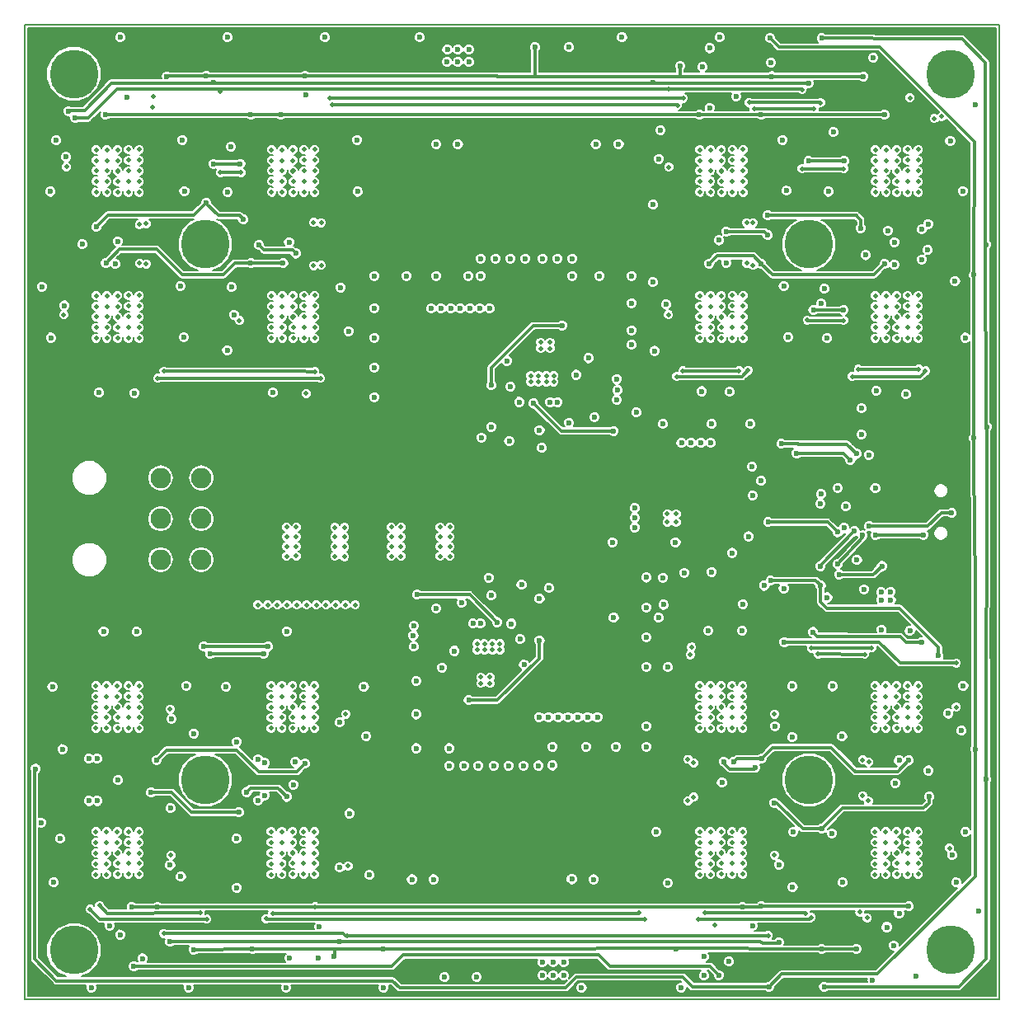
<source format=gbr>
G04 (created by PCBNEW (2013-05-16 BZR 4016)-stable) date 12. 1. 2014 21:27:48*
%MOIN*%
G04 Gerber Fmt 3.4, Leading zero omitted, Abs format*
%FSLAX34Y34*%
G01*
G70*
G90*
G04 APERTURE LIST*
%ADD10C,0.00590551*%
%ADD11C,0.19685*%
%ADD12O,0.0826X0.0826*%
%ADD13C,0.023622*%
%ADD14C,0.019685*%
%ADD15C,0.011811*%
%ADD16C,0.00787402*%
G04 APERTURE END LIST*
G54D10*
X38779Y-61023D02*
X78149Y-61023D01*
X78149Y-61023D02*
X78149Y-21653D01*
X78149Y-21653D02*
X38779Y-21653D01*
X38779Y-21653D02*
X38779Y-61023D01*
G54D11*
X46062Y-30511D03*
X40748Y-23622D03*
X40748Y-59055D03*
X46062Y-52165D03*
X70472Y-52165D03*
X76181Y-59055D03*
X76181Y-23622D03*
X70472Y-30511D03*
G54D12*
X44252Y-43267D03*
X44252Y-41614D03*
X44252Y-39961D03*
X45904Y-39961D03*
X45904Y-41614D03*
X45904Y-43267D03*
G54D13*
X58948Y-47516D03*
X56138Y-46956D03*
X61060Y-35790D03*
X58250Y-35230D03*
X62578Y-45610D03*
X64389Y-45610D03*
X62519Y-42559D03*
X65078Y-42559D03*
X59390Y-22550D03*
X65266Y-23307D03*
X72559Y-29862D03*
X72667Y-23730D03*
X50098Y-23720D03*
X47608Y-29517D03*
X41653Y-29812D03*
X44507Y-23740D03*
X68976Y-23724D03*
X46102Y-23720D03*
X46102Y-28838D03*
X68809Y-29350D03*
X57035Y-60140D03*
X53270Y-59015D03*
X65088Y-58996D03*
X45590Y-59025D03*
X47972Y-59015D03*
X70984Y-59011D03*
X70984Y-54143D03*
X72381Y-59005D03*
X47421Y-53484D03*
X69074Y-53100D03*
X75344Y-52844D03*
X43877Y-52677D03*
X51278Y-59320D03*
X73523Y-31318D03*
X49212Y-31279D03*
X49114Y-25275D03*
X68543Y-31299D03*
X66437Y-31299D03*
X42047Y-31259D03*
X42027Y-25275D03*
X47913Y-25275D03*
X47913Y-31279D03*
X68169Y-39507D03*
X68543Y-25275D03*
X73523Y-25275D03*
X66043Y-25275D03*
X68188Y-40669D03*
X44094Y-51358D03*
X67421Y-51437D03*
X74507Y-51377D03*
X50098Y-51515D03*
G54D14*
X50511Y-57303D03*
G54D13*
X43090Y-57303D03*
X68562Y-51299D03*
X68543Y-57283D03*
X74507Y-57283D03*
X67785Y-57303D03*
X44129Y-57307D03*
X68818Y-41751D03*
X71624Y-42155D03*
G54D14*
X73011Y-46830D03*
X70570Y-46850D03*
X70326Y-57559D03*
X66271Y-57549D03*
X72724Y-47090D03*
X70846Y-47086D03*
X70561Y-57724D03*
X66003Y-57793D03*
X72889Y-51448D03*
X72866Y-53019D03*
X72645Y-52807D03*
X72641Y-51358D03*
X65807Y-52870D03*
X65807Y-51484D03*
X65580Y-51338D03*
X65578Y-53015D03*
X48789Y-57559D03*
X63582Y-57549D03*
X65728Y-46801D03*
X48523Y-57785D03*
X63818Y-57795D03*
X65669Y-47106D03*
G54D13*
X48602Y-46781D03*
X46003Y-46781D03*
G54D14*
X45856Y-57549D03*
X41791Y-57253D03*
X41407Y-57401D03*
X46122Y-57805D03*
G54D13*
X46259Y-47076D03*
X48415Y-47066D03*
X48464Y-51486D03*
X48464Y-52795D03*
X48198Y-53001D03*
X48198Y-51328D03*
X41692Y-51318D03*
X41692Y-53021D03*
X41358Y-53021D03*
X41358Y-51318D03*
G54D14*
X50492Y-35657D03*
X44393Y-35645D03*
X43980Y-24555D03*
X50716Y-35937D03*
X44145Y-35937D03*
X43917Y-24984D03*
X65381Y-24610D03*
X65374Y-35633D03*
X67645Y-35625D03*
X51098Y-24618D03*
X65149Y-24889D03*
X65127Y-35860D03*
X68011Y-35606D03*
X51181Y-24881D03*
X43405Y-31287D03*
X43397Y-29716D03*
X43677Y-31311D03*
X43673Y-29688D03*
X50440Y-31374D03*
X50444Y-29633D03*
X50751Y-29641D03*
X50751Y-31366D03*
X68051Y-24779D03*
X70935Y-24789D03*
X72468Y-35570D03*
X74909Y-35561D03*
X75177Y-35637D03*
X72214Y-35856D03*
X70679Y-25033D03*
X68248Y-25043D03*
G54D13*
X72913Y-41919D03*
X76240Y-41377D03*
G54D14*
X75836Y-25354D03*
G54D13*
X73159Y-42273D03*
X75098Y-42263D03*
G54D14*
X75531Y-25437D03*
X67952Y-29641D03*
X67952Y-31283D03*
X68212Y-29645D03*
X68208Y-31370D03*
G54D13*
X75031Y-31133D03*
X75031Y-29909D03*
X75275Y-30748D03*
X75283Y-29696D03*
X72637Y-42283D03*
X71643Y-43445D03*
G54D14*
X72824Y-57755D03*
G54D13*
X72411Y-43277D03*
G54D14*
X72529Y-57507D03*
G54D13*
X72391Y-38986D03*
X69350Y-38582D03*
X69980Y-38956D03*
X72145Y-39232D03*
X63492Y-37310D03*
X62720Y-36410D03*
X59670Y-38750D03*
X58350Y-38470D03*
X57620Y-37900D03*
X60010Y-36900D03*
X57188Y-45846D03*
X59578Y-44846D03*
X58848Y-44276D03*
X57528Y-43996D03*
X54478Y-46336D03*
X71889Y-41988D03*
X72893Y-39025D03*
X73415Y-43523D03*
X71692Y-43868D03*
X73149Y-40383D03*
X72312Y-42116D03*
X70935Y-43523D03*
X69251Y-58750D03*
X51496Y-58700D03*
X44645Y-58710D03*
X44694Y-49704D03*
X44645Y-55620D03*
X51496Y-55718D03*
X51496Y-49852D03*
X69251Y-55590D03*
X69094Y-50000D03*
X76259Y-55216D03*
X76102Y-49488D03*
X40374Y-32992D03*
X40433Y-26988D03*
X47224Y-33366D03*
X47480Y-27263D03*
X46397Y-27263D03*
X64153Y-23986D03*
X64685Y-32952D03*
X64409Y-27066D03*
X71870Y-33169D03*
X70649Y-33169D03*
X71889Y-27145D03*
X70452Y-27145D03*
X70944Y-44320D03*
X68917Y-44104D03*
X75708Y-47155D03*
X70452Y-23996D03*
X46397Y-23976D03*
X40531Y-25127D03*
G54D14*
X44675Y-55216D03*
X44645Y-49311D03*
X44389Y-58375D03*
X51830Y-55649D03*
X51742Y-49507D03*
X68818Y-58464D03*
X51801Y-58464D03*
X69074Y-55206D03*
X69074Y-49507D03*
X76151Y-54931D03*
X76427Y-49222D03*
G54D13*
X69468Y-46594D03*
G54D14*
X76427Y-47440D03*
X40344Y-33366D03*
X40452Y-27381D03*
X47440Y-33602D03*
X47509Y-27618D03*
X46673Y-24340D03*
X46673Y-27618D03*
X64793Y-33366D03*
X64803Y-27391D03*
X64803Y-24242D03*
X71879Y-27460D03*
X70196Y-27460D03*
X71870Y-33592D03*
X70403Y-33572D03*
G54D13*
X68651Y-44320D03*
G54D14*
X70196Y-24271D03*
G54D13*
X40807Y-25403D03*
X39202Y-51722D03*
X77185Y-50925D03*
X68897Y-22185D03*
X68858Y-60531D03*
X77145Y-38346D03*
X77145Y-31751D03*
X43179Y-59704D03*
X39429Y-53897D03*
X66820Y-60059D03*
X77637Y-52145D03*
X70984Y-22185D03*
X71082Y-60531D03*
X77618Y-30531D03*
X77657Y-37893D03*
X70935Y-41003D03*
X70639Y-46190D03*
X75019Y-46614D03*
X72588Y-38208D03*
X70964Y-32903D03*
X72598Y-37145D03*
X62709Y-35967D03*
X60310Y-36900D03*
X56888Y-45846D03*
X54489Y-46779D03*
X52900Y-31800D03*
X54200Y-31800D03*
X55400Y-31800D03*
X56700Y-31800D03*
X57200Y-31800D03*
X57200Y-31100D03*
X57800Y-31100D03*
X58400Y-31100D03*
X59000Y-31100D03*
X59700Y-31100D03*
X60300Y-31100D03*
X60900Y-31100D03*
X60900Y-31800D03*
X62000Y-31800D03*
X63300Y-31800D03*
X63300Y-32900D03*
X63300Y-34000D03*
X63300Y-34578D03*
G54D14*
X55561Y-43129D03*
X55561Y-42736D03*
X55561Y-42342D03*
X55561Y-41948D03*
X55954Y-41948D03*
X55954Y-42342D03*
X55954Y-42736D03*
X55954Y-43129D03*
G54D13*
X59551Y-49625D03*
X61850Y-26470D03*
X62780Y-26460D03*
X55410Y-26470D03*
X56280Y-26470D03*
X59540Y-51590D03*
X58930Y-51600D03*
X58320Y-51600D03*
X57720Y-51600D03*
X57110Y-51600D03*
X56520Y-51600D03*
X55920Y-51600D03*
X55920Y-50890D03*
X63896Y-45199D03*
X63896Y-46403D03*
X63896Y-47600D03*
X63896Y-50001D03*
X63896Y-43988D03*
X60107Y-51588D03*
X60107Y-50828D03*
X61457Y-50828D03*
X62676Y-50828D03*
X63896Y-50828D03*
X54590Y-48170D03*
X54590Y-49520D03*
X54590Y-50890D03*
X61763Y-56192D03*
X60881Y-56187D03*
X55293Y-56190D03*
X54417Y-56190D03*
G54D14*
X57973Y-46921D03*
X57973Y-46671D03*
X57048Y-46921D03*
X57048Y-46671D03*
X57673Y-46921D03*
X57348Y-46921D03*
X57673Y-46671D03*
X57348Y-46671D03*
X57573Y-48021D03*
X57573Y-48271D03*
X57198Y-48021D03*
X57198Y-48271D03*
X60000Y-34475D03*
X60000Y-34725D03*
X59625Y-34475D03*
X59625Y-34725D03*
X59850Y-36075D03*
X59525Y-36075D03*
X59850Y-35825D03*
X59525Y-35825D03*
X60150Y-36075D03*
X60150Y-35825D03*
X59225Y-36075D03*
X59225Y-35825D03*
G54D13*
X52900Y-36700D03*
X52900Y-35500D03*
X52900Y-34300D03*
X52900Y-33100D03*
X60560Y-59550D03*
X59685Y-59550D03*
X59685Y-60070D03*
X60130Y-60070D03*
X60130Y-59550D03*
X65310Y-60565D03*
X66220Y-60078D03*
X61280Y-60570D03*
X60560Y-60070D03*
X41456Y-60570D03*
X45393Y-60570D03*
X49330Y-60570D03*
X53267Y-60570D03*
X42194Y-58070D03*
X55735Y-60145D03*
X55840Y-23140D03*
X56720Y-22640D03*
X56720Y-23150D03*
X56280Y-22640D03*
X56280Y-23150D03*
X46960Y-22150D03*
X54730Y-22150D03*
X55850Y-22650D03*
X50910Y-22150D03*
X42620Y-22150D03*
X60770Y-22550D03*
X73385Y-44576D03*
X73769Y-44566D03*
X73779Y-44891D03*
X72696Y-44468D03*
X73385Y-44891D03*
X70954Y-40610D03*
G54D14*
X53582Y-43129D03*
X53582Y-42736D03*
X53582Y-42342D03*
X53582Y-41948D03*
X53976Y-41948D03*
X53976Y-42342D03*
X53976Y-42736D03*
X51299Y-43129D03*
X51692Y-43139D03*
X51692Y-42746D03*
X51692Y-42352D03*
X51692Y-41958D03*
X51299Y-41958D03*
X51299Y-42352D03*
X51299Y-42746D03*
X49744Y-43120D03*
X49350Y-43129D03*
X49350Y-42736D03*
X49350Y-42342D03*
X49350Y-41948D03*
X49744Y-41948D03*
X49744Y-42342D03*
X49744Y-42736D03*
G54D13*
X73041Y-60265D03*
X67244Y-59517D03*
X66456Y-22588D03*
X49478Y-59370D03*
X71211Y-44790D03*
X69448Y-44429D03*
X67805Y-45068D03*
X64586Y-45088D03*
X43523Y-59389D03*
X40285Y-50925D03*
X47125Y-32244D03*
X74393Y-36578D03*
X67519Y-24537D03*
X50137Y-24488D03*
X42906Y-24562D03*
G54D14*
X74015Y-55551D03*
X74015Y-55984D03*
X74448Y-55984D03*
X74881Y-55984D03*
X74881Y-55551D03*
X74448Y-55551D03*
X74015Y-55118D03*
X74015Y-55137D03*
X74448Y-54704D03*
X74448Y-54271D03*
X74881Y-54271D03*
X74881Y-54704D03*
X74881Y-55137D03*
X74448Y-55137D03*
X74005Y-54694D03*
X74005Y-54261D03*
X73572Y-54261D03*
X73139Y-54261D03*
X73139Y-54694D03*
X73572Y-54694D03*
X74005Y-55127D03*
X74005Y-55127D03*
X73572Y-55561D03*
X73572Y-55994D03*
X73139Y-55994D03*
X73139Y-55561D03*
X73139Y-55127D03*
X73572Y-55127D03*
X66929Y-55551D03*
X66929Y-55984D03*
X67362Y-55984D03*
X67795Y-55984D03*
X67795Y-55551D03*
X67362Y-55551D03*
X66929Y-55118D03*
X66929Y-55137D03*
X67362Y-54704D03*
X67362Y-54271D03*
X67795Y-54271D03*
X67795Y-54704D03*
X67795Y-55137D03*
X67362Y-55137D03*
X66919Y-54694D03*
X66919Y-54261D03*
X66486Y-54261D03*
X66053Y-54261D03*
X66053Y-54694D03*
X66486Y-54694D03*
X66919Y-55127D03*
X66919Y-55127D03*
X66486Y-55561D03*
X66486Y-55994D03*
X66053Y-55994D03*
X66053Y-55561D03*
X66053Y-55127D03*
X66486Y-55127D03*
X74015Y-49645D03*
X74015Y-50078D03*
X74448Y-50078D03*
X74881Y-50078D03*
X74881Y-49645D03*
X74448Y-49645D03*
X74015Y-49212D03*
X74015Y-49232D03*
X74448Y-48799D03*
X74448Y-48366D03*
X74881Y-48366D03*
X74881Y-48799D03*
X74881Y-49232D03*
X74448Y-49232D03*
X74005Y-48789D03*
X74005Y-48356D03*
X73572Y-48356D03*
X73139Y-48356D03*
X73139Y-48789D03*
X73572Y-48789D03*
X74005Y-49222D03*
X74005Y-49222D03*
X73572Y-49655D03*
X73572Y-50088D03*
X73139Y-50088D03*
X73139Y-49655D03*
X73139Y-49222D03*
X73572Y-49222D03*
X66486Y-49222D03*
X66053Y-49222D03*
X66053Y-49655D03*
X66053Y-50088D03*
X66486Y-50088D03*
X66486Y-49655D03*
X66919Y-49222D03*
X66919Y-49222D03*
X66486Y-48789D03*
X66053Y-48789D03*
X66053Y-48356D03*
X66486Y-48356D03*
X66919Y-48356D03*
X66919Y-48789D03*
X67362Y-49232D03*
X67795Y-49232D03*
X67795Y-48799D03*
X67795Y-48366D03*
X67362Y-48366D03*
X67362Y-48799D03*
X66929Y-49232D03*
X66929Y-49212D03*
X67362Y-49645D03*
X67795Y-49645D03*
X67795Y-50078D03*
X67362Y-50078D03*
X66929Y-50078D03*
X66929Y-49645D03*
X49163Y-55127D03*
X48730Y-55127D03*
X48730Y-55561D03*
X48730Y-55994D03*
X49163Y-55994D03*
X49163Y-55561D03*
X49596Y-55127D03*
X49596Y-55127D03*
X49163Y-54694D03*
X48730Y-54694D03*
X48730Y-54261D03*
X49163Y-54261D03*
X49596Y-54261D03*
X49596Y-54694D03*
X50039Y-55137D03*
X50472Y-55137D03*
X50472Y-54704D03*
X50472Y-54271D03*
X50039Y-54271D03*
X50039Y-54704D03*
X49606Y-55137D03*
X49606Y-55118D03*
X50039Y-55551D03*
X50472Y-55551D03*
X50472Y-55984D03*
X50039Y-55984D03*
X49606Y-55984D03*
X49606Y-55551D03*
X49163Y-49222D03*
X48730Y-49222D03*
X48730Y-49655D03*
X48730Y-50088D03*
X49163Y-50088D03*
X49163Y-49655D03*
X49596Y-49222D03*
X49596Y-49222D03*
X49163Y-48789D03*
X48730Y-48789D03*
X48730Y-48356D03*
X49163Y-48356D03*
X49596Y-48356D03*
X49596Y-48789D03*
X50039Y-49232D03*
X50472Y-49232D03*
X50472Y-48799D03*
X50472Y-48366D03*
X50039Y-48366D03*
X50039Y-48799D03*
X49606Y-49232D03*
X49606Y-49212D03*
X50039Y-49645D03*
X50472Y-49645D03*
X50472Y-50078D03*
X50039Y-50078D03*
X49606Y-50078D03*
X49606Y-49645D03*
X42076Y-55127D03*
X41643Y-55127D03*
X41643Y-55561D03*
X41643Y-55994D03*
X42076Y-55994D03*
X42076Y-55561D03*
X42509Y-55127D03*
X42509Y-55127D03*
X42076Y-54694D03*
X41643Y-54694D03*
X41643Y-54261D03*
X42076Y-54261D03*
X42509Y-54261D03*
X42509Y-54694D03*
X42952Y-55137D03*
X43385Y-55137D03*
X43385Y-54704D03*
X43385Y-54271D03*
X42952Y-54271D03*
X42952Y-54704D03*
X42519Y-55137D03*
X42519Y-55118D03*
X42952Y-55551D03*
X43385Y-55551D03*
X43385Y-55984D03*
X42952Y-55984D03*
X42519Y-55984D03*
X42519Y-55551D03*
X42519Y-49645D03*
X42519Y-50078D03*
X42952Y-50078D03*
X43385Y-50078D03*
X43385Y-49645D03*
X42952Y-49645D03*
X42519Y-49212D03*
X42519Y-49232D03*
X42952Y-48799D03*
X42952Y-48366D03*
X43385Y-48366D03*
X43385Y-48799D03*
X43385Y-49232D03*
X42952Y-49232D03*
X42509Y-48789D03*
X42509Y-48356D03*
X42076Y-48356D03*
X41643Y-48356D03*
X41643Y-48789D03*
X42076Y-48789D03*
X42509Y-49222D03*
X42509Y-49222D03*
X42076Y-49655D03*
X42076Y-50088D03*
X41643Y-50088D03*
X41643Y-49655D03*
X41643Y-49222D03*
X42076Y-49222D03*
X74458Y-33454D03*
X74891Y-33454D03*
X74891Y-33021D03*
X74891Y-32588D03*
X74458Y-32588D03*
X74458Y-33021D03*
X74025Y-33454D03*
X74025Y-33454D03*
X74458Y-33887D03*
X74891Y-33887D03*
X74891Y-34320D03*
X74458Y-34320D03*
X74025Y-34320D03*
X74025Y-33887D03*
X73582Y-33444D03*
X73149Y-33444D03*
X73149Y-33877D03*
X73149Y-34311D03*
X73582Y-34311D03*
X73582Y-33877D03*
X74015Y-33444D03*
X74015Y-33464D03*
X73582Y-33031D03*
X73149Y-33031D03*
X73149Y-32598D03*
X73582Y-32598D03*
X74015Y-32598D03*
X74015Y-33031D03*
X67372Y-33454D03*
X67805Y-33454D03*
X67805Y-33021D03*
X67805Y-32588D03*
X67372Y-32588D03*
X67372Y-33021D03*
X66938Y-33454D03*
X66938Y-33454D03*
X67372Y-33887D03*
X67805Y-33887D03*
X67805Y-34320D03*
X67372Y-34320D03*
X66938Y-34320D03*
X66938Y-33887D03*
X66496Y-33444D03*
X66062Y-33444D03*
X66062Y-33877D03*
X66062Y-34311D03*
X66496Y-34311D03*
X66496Y-33877D03*
X66929Y-33444D03*
X66929Y-33464D03*
X66496Y-33031D03*
X66062Y-33031D03*
X66062Y-32598D03*
X66496Y-32598D03*
X66929Y-32598D03*
X66929Y-33031D03*
X74458Y-27549D03*
X74891Y-27549D03*
X74891Y-27116D03*
X74891Y-26683D03*
X74458Y-26683D03*
X74458Y-27116D03*
X74025Y-27549D03*
X74025Y-27549D03*
X74458Y-27982D03*
X74891Y-27982D03*
X74891Y-28415D03*
X74458Y-28415D03*
X74025Y-28415D03*
X74025Y-27982D03*
X73582Y-27539D03*
X73149Y-27539D03*
X73149Y-27972D03*
X73149Y-28405D03*
X73582Y-28405D03*
X73582Y-27972D03*
X74015Y-27539D03*
X74015Y-27559D03*
X73582Y-27125D03*
X73149Y-27125D03*
X73149Y-26692D03*
X73582Y-26692D03*
X74015Y-26692D03*
X74015Y-27125D03*
X66929Y-27125D03*
X66929Y-26692D03*
X66496Y-26692D03*
X66062Y-26692D03*
X66062Y-27125D03*
X66496Y-27125D03*
X66929Y-27559D03*
X66929Y-27539D03*
X66496Y-27972D03*
X66496Y-28405D03*
X66062Y-28405D03*
X66062Y-27972D03*
X66062Y-27539D03*
X66496Y-27539D03*
X66938Y-27982D03*
X66938Y-28415D03*
X67372Y-28415D03*
X67805Y-28415D03*
X67805Y-27982D03*
X67372Y-27982D03*
X66938Y-27549D03*
X66938Y-27549D03*
X67372Y-27116D03*
X67372Y-26683D03*
X67805Y-26683D03*
X67805Y-27116D03*
X67805Y-27549D03*
X67372Y-27549D03*
X49606Y-33031D03*
X49606Y-32598D03*
X49173Y-32598D03*
X48740Y-32598D03*
X48740Y-33031D03*
X49173Y-33031D03*
X49606Y-33464D03*
X49606Y-33444D03*
X49173Y-33877D03*
X49173Y-34311D03*
X48740Y-34311D03*
X48740Y-33877D03*
X48740Y-33444D03*
X49173Y-33444D03*
X49616Y-33887D03*
X49616Y-34320D03*
X50049Y-34320D03*
X50482Y-34320D03*
X50482Y-33887D03*
X50049Y-33887D03*
X49616Y-33454D03*
X49616Y-33454D03*
X50049Y-33021D03*
X50049Y-32588D03*
X50482Y-32588D03*
X50482Y-33021D03*
X50482Y-33454D03*
X50049Y-33454D03*
X42519Y-33031D03*
X42519Y-32598D03*
X42086Y-32598D03*
X41653Y-32598D03*
X41653Y-33031D03*
X42086Y-33031D03*
X42519Y-33464D03*
X42519Y-33444D03*
X42086Y-33877D03*
X42086Y-34311D03*
X41653Y-34311D03*
X41653Y-33877D03*
X41653Y-33444D03*
X42086Y-33444D03*
X42529Y-33887D03*
X42529Y-34320D03*
X42962Y-34320D03*
X43395Y-34320D03*
X43395Y-33887D03*
X42962Y-33887D03*
X42529Y-33454D03*
X42529Y-33454D03*
X42962Y-33021D03*
X42962Y-32588D03*
X43395Y-32588D03*
X43395Y-33021D03*
X43395Y-33454D03*
X42962Y-33454D03*
X49606Y-27125D03*
X49606Y-26692D03*
X49173Y-26692D03*
X48740Y-26692D03*
X48740Y-27125D03*
X49173Y-27125D03*
X49606Y-27559D03*
X49606Y-27539D03*
X49173Y-27972D03*
X49173Y-28405D03*
X48740Y-28405D03*
X48740Y-27972D03*
X48740Y-27539D03*
X49173Y-27539D03*
X49616Y-27982D03*
X49616Y-28415D03*
X50049Y-28415D03*
X50482Y-28415D03*
X50482Y-27982D03*
X50049Y-27982D03*
X49616Y-27549D03*
X49616Y-27549D03*
X50049Y-27116D03*
X50049Y-26683D03*
X50482Y-26683D03*
X50482Y-27116D03*
X50482Y-27549D03*
X50049Y-27549D03*
X42962Y-27549D03*
X43395Y-27549D03*
X43395Y-27116D03*
X43395Y-26683D03*
X42962Y-26683D03*
X42962Y-27116D03*
X42529Y-27549D03*
X42529Y-27549D03*
X42962Y-27982D03*
X43395Y-27982D03*
X43395Y-28415D03*
X42962Y-28415D03*
X42529Y-28415D03*
X42529Y-27982D03*
X42086Y-27539D03*
X41653Y-27539D03*
X41653Y-27972D03*
X41653Y-28405D03*
X42086Y-28405D03*
X42086Y-27972D03*
X42519Y-27539D03*
X42519Y-27559D03*
X42086Y-27125D03*
X41653Y-27125D03*
X41653Y-26692D03*
X42086Y-26692D03*
X42519Y-26692D03*
X42519Y-27125D03*
G54D13*
X62913Y-22145D03*
X66850Y-22145D03*
X77204Y-24862D03*
X76417Y-56318D03*
X77342Y-57480D03*
X74783Y-60098D03*
X73614Y-58122D03*
X68031Y-42322D03*
X67362Y-42992D03*
X66535Y-43759D03*
X65433Y-43799D03*
X64566Y-43996D03*
X68110Y-37775D03*
X66535Y-37775D03*
X64566Y-37775D03*
X59945Y-49625D03*
X60339Y-49625D03*
X60732Y-49625D03*
X61126Y-49625D03*
X61520Y-49625D03*
X61914Y-49625D03*
G54D14*
X74551Y-24598D03*
G54D13*
X73070Y-22972D03*
X57559Y-33110D03*
X57165Y-33110D03*
X56771Y-33110D03*
X56377Y-33110D03*
X55984Y-33110D03*
X55590Y-33110D03*
X55196Y-33110D03*
G54D14*
X48188Y-45098D03*
X48582Y-45098D03*
X48976Y-45098D03*
X49370Y-45098D03*
X49763Y-45098D03*
X52125Y-45098D03*
X51732Y-45098D03*
X51338Y-45098D03*
X50944Y-45098D03*
X50551Y-45098D03*
X50157Y-45098D03*
X53976Y-43129D03*
G54D13*
X66948Y-52282D03*
X71830Y-56318D03*
X76377Y-32007D03*
G54D14*
X50141Y-36555D03*
X66653Y-58055D03*
G54D13*
X39823Y-34291D03*
X76181Y-26338D03*
X39940Y-56318D03*
X43287Y-46181D03*
X45610Y-50295D03*
X45294Y-48366D03*
X46969Y-28405D03*
X39804Y-28385D03*
X76692Y-28366D03*
X67775Y-46141D03*
X64763Y-47618D03*
X69783Y-48385D03*
X66397Y-46141D03*
X64763Y-56338D03*
X64292Y-54271D03*
X69842Y-54271D03*
X76790Y-34291D03*
X76790Y-54271D03*
X73956Y-52302D03*
X74547Y-46141D03*
X73405Y-46102D03*
X71811Y-50413D03*
X71201Y-34311D03*
X76712Y-48366D03*
X76643Y-50177D03*
X71260Y-28385D03*
X71092Y-32312D03*
X71456Y-25984D03*
X73917Y-30433D03*
X66830Y-30355D03*
X67263Y-36480D03*
X69448Y-32204D03*
X66141Y-36456D03*
X73188Y-36437D03*
X52204Y-26299D03*
X43208Y-36535D03*
X48799Y-36515D03*
X45059Y-32204D03*
X41771Y-36515D03*
X64232Y-34822D03*
X69409Y-26299D03*
X64173Y-28917D03*
X52706Y-56013D03*
X45078Y-56082D03*
X52480Y-48405D03*
X49350Y-46161D03*
X49625Y-52361D03*
X51889Y-53524D03*
X44655Y-53316D03*
X42539Y-52184D03*
X51535Y-32263D03*
X46948Y-34803D03*
X49448Y-30432D03*
X42519Y-30392D03*
X68937Y-23169D03*
X63425Y-41968D03*
X63425Y-41574D03*
X63425Y-41181D03*
X66496Y-38543D03*
X66102Y-38543D03*
X65708Y-38543D03*
X65314Y-38543D03*
G54D14*
X65098Y-41751D03*
X64744Y-41751D03*
X65098Y-41417D03*
X64744Y-41417D03*
G54D13*
X68543Y-40078D03*
X47342Y-56534D03*
X41948Y-46161D03*
X47342Y-50629D03*
X52568Y-50403D03*
X69793Y-50442D03*
X69812Y-56505D03*
X69566Y-28346D03*
X64468Y-25905D03*
X69625Y-34271D03*
X64153Y-32047D03*
X51850Y-34034D03*
X52224Y-28385D03*
X45196Y-34271D03*
X45137Y-26299D03*
X45216Y-28366D03*
X47106Y-26574D03*
X39458Y-32234D03*
X40039Y-26318D03*
X46909Y-48405D03*
X71397Y-54330D03*
X47322Y-54546D03*
X40196Y-54546D03*
X39881Y-48405D03*
X71417Y-48385D03*
X66220Y-59311D03*
X68188Y-58061D03*
X75305Y-51791D03*
X74114Y-51377D03*
X66456Y-25000D03*
X66171Y-23346D03*
X57620Y-36210D03*
X60482Y-33800D03*
X42421Y-31318D03*
X41092Y-30511D03*
X49723Y-30885D03*
X48238Y-30551D03*
X55398Y-45241D03*
X57618Y-44716D03*
X56425Y-45009D03*
X59966Y-44414D03*
X57854Y-45792D03*
X54628Y-44685D03*
X59580Y-38030D03*
X61800Y-37505D03*
X62570Y-38061D03*
X59344Y-36954D03*
X57232Y-38332D03*
X60773Y-37737D03*
X54495Y-45939D03*
X58438Y-45856D03*
X56716Y-48946D03*
X59578Y-46536D03*
X55638Y-47626D03*
X58788Y-46476D03*
X71958Y-41112D03*
X71633Y-40374D03*
X47746Y-52658D03*
X49350Y-52854D03*
X49704Y-51437D03*
X50679Y-58120D03*
X50620Y-59370D03*
X42618Y-58425D03*
X58410Y-36270D03*
X61560Y-35120D03*
X58760Y-36890D03*
X62703Y-36807D03*
X72765Y-30954D03*
X73917Y-31338D03*
X73661Y-29960D03*
X74114Y-57559D03*
X73897Y-58858D03*
X67125Y-31259D03*
X67125Y-30000D03*
X68809Y-30147D03*
X68306Y-51673D03*
X67027Y-51427D03*
X60150Y-23050D03*
X60570Y-23050D03*
X59730Y-23050D03*
X56360Y-59620D03*
X55940Y-59620D03*
X56780Y-59620D03*
X70905Y-42795D03*
X69635Y-39419D03*
X69133Y-34901D03*
X71200Y-44094D03*
X67706Y-43780D03*
X76279Y-34901D03*
X39183Y-49990D03*
X76663Y-26279D03*
X47480Y-29015D03*
X40314Y-34901D03*
X64409Y-50551D03*
X64763Y-48129D03*
X69192Y-47755D03*
X64271Y-56437D03*
X64803Y-53681D03*
X69271Y-53700D03*
X71338Y-56456D03*
X76279Y-53681D03*
X71889Y-53641D03*
X71318Y-50511D03*
X71712Y-34960D03*
X76122Y-47795D03*
X71909Y-47795D03*
X71771Y-29015D03*
X76889Y-32578D03*
X76220Y-28996D03*
X69911Y-32214D03*
X64724Y-34192D03*
X69881Y-26240D03*
X69133Y-28937D03*
X64685Y-28307D03*
X52007Y-47716D03*
X46614Y-50531D03*
X47421Y-47795D03*
X46594Y-56456D03*
X52007Y-54035D03*
X47185Y-54035D03*
X44665Y-54311D03*
X39448Y-56476D03*
X40059Y-54035D03*
X40374Y-47814D03*
X44783Y-47795D03*
X52027Y-31614D03*
X51968Y-34547D03*
X47460Y-34212D03*
X45551Y-32106D03*
X52696Y-26200D03*
X45629Y-26181D03*
X40295Y-29015D03*
X72303Y-38543D03*
X67086Y-40019D03*
X66692Y-40019D03*
X66692Y-39625D03*
X67086Y-39625D03*
X67086Y-39232D03*
X66692Y-39232D03*
X75000Y-38346D03*
X51732Y-28956D03*
X44704Y-34881D03*
X44704Y-28956D03*
X69271Y-59527D03*
X71062Y-23169D03*
G54D15*
X59390Y-22550D02*
X59390Y-23724D01*
X65255Y-23724D02*
X65255Y-23317D01*
X65255Y-23317D02*
X65266Y-23307D01*
X57874Y-23724D02*
X59390Y-23724D01*
X59390Y-23724D02*
X65255Y-23724D01*
X65255Y-23724D02*
X66830Y-23724D01*
X72381Y-29350D02*
X72381Y-29360D01*
X72559Y-29537D02*
X72559Y-29862D01*
X69921Y-29350D02*
X69448Y-29350D01*
X72381Y-29350D02*
X69921Y-29350D01*
X69448Y-29350D02*
X68809Y-29350D01*
X72381Y-29360D02*
X72559Y-29537D01*
X72661Y-23724D02*
X68976Y-23724D01*
X72667Y-23730D02*
X72661Y-23724D01*
X47460Y-29350D02*
X47608Y-29517D01*
X46102Y-28838D02*
X46102Y-28858D01*
X46594Y-29350D02*
X47460Y-29350D01*
X46102Y-28858D02*
X46594Y-29350D01*
X45610Y-29330D02*
X42135Y-29330D01*
X42135Y-29330D02*
X41653Y-29812D01*
X45610Y-29330D02*
X46102Y-28838D01*
X44507Y-23740D02*
X44507Y-23720D01*
X66830Y-23724D02*
X68976Y-23724D01*
X57869Y-23720D02*
X50098Y-23720D01*
X50098Y-23720D02*
X49507Y-23720D01*
X57869Y-23720D02*
X57874Y-23724D01*
X49507Y-23720D02*
X46102Y-23720D01*
X46102Y-23720D02*
X44507Y-23720D01*
X44507Y-23720D02*
X44488Y-23720D01*
X58562Y-59015D02*
X54220Y-59015D01*
X54220Y-59015D02*
X53270Y-59015D01*
X53270Y-59015D02*
X51309Y-59015D01*
X65088Y-58988D02*
X58582Y-58995D01*
X58562Y-59015D02*
X58582Y-58995D01*
X70984Y-54143D02*
X70216Y-54143D01*
X70984Y-59011D02*
X72381Y-59005D01*
X65088Y-58996D02*
X65088Y-58996D01*
X65088Y-58996D02*
X65088Y-58988D01*
X70984Y-54143D02*
X71820Y-53307D01*
X51309Y-59015D02*
X51309Y-59290D01*
X51309Y-59015D02*
X49921Y-59015D01*
X49921Y-59015D02*
X47972Y-59015D01*
X47972Y-59015D02*
X45590Y-59025D01*
X45590Y-59025D02*
X45600Y-59025D01*
X70984Y-59011D02*
X65088Y-58988D01*
X69409Y-53346D02*
X69163Y-53100D01*
X70216Y-54143D02*
X69409Y-53346D01*
X75098Y-53307D02*
X75108Y-53307D01*
X71820Y-53307D02*
X75098Y-53307D01*
X75108Y-53307D02*
X75324Y-53090D01*
X45511Y-53484D02*
X44704Y-52677D01*
X45511Y-53484D02*
X47421Y-53484D01*
X51309Y-59290D02*
X51278Y-59320D01*
X75324Y-53090D02*
X75344Y-52844D01*
X69163Y-53100D02*
X69074Y-53100D01*
X43877Y-52677D02*
X44704Y-52677D01*
X43877Y-52677D02*
X43877Y-52677D01*
X73090Y-31751D02*
X73523Y-31318D01*
X68996Y-31751D02*
X73090Y-31751D01*
X68543Y-31299D02*
X68996Y-31751D01*
X49212Y-31279D02*
X47913Y-31279D01*
X66437Y-31299D02*
X66764Y-30982D01*
X66764Y-30982D02*
X68226Y-30982D01*
X68226Y-30982D02*
X68543Y-31299D01*
X66043Y-25275D02*
X49192Y-25275D01*
X49192Y-25275D02*
X49114Y-25275D01*
X49114Y-25275D02*
X47913Y-25275D01*
X42047Y-25275D02*
X42027Y-25275D01*
X47913Y-25275D02*
X42047Y-25275D01*
X47283Y-31279D02*
X47263Y-31279D01*
X47913Y-31279D02*
X47283Y-31279D01*
X46791Y-31751D02*
X45137Y-31751D01*
X45137Y-31751D02*
X44106Y-30716D01*
X44106Y-30716D02*
X42590Y-30712D01*
X42590Y-30712D02*
X42047Y-31259D01*
X47263Y-31279D02*
X46791Y-31751D01*
X68543Y-25275D02*
X73523Y-25275D01*
X68543Y-25275D02*
X66043Y-25275D01*
X67421Y-51437D02*
X67568Y-51299D01*
X67568Y-51299D02*
X68562Y-51299D01*
X72338Y-51826D02*
X74059Y-51822D01*
X74059Y-51822D02*
X74507Y-51377D01*
X71377Y-50866D02*
X68996Y-50866D01*
X68562Y-51299D02*
X68996Y-50866D01*
X72318Y-51807D02*
X72338Y-51826D01*
X72338Y-51826D02*
X71377Y-50866D01*
X44094Y-51358D02*
X44494Y-50964D01*
X44494Y-50964D02*
X47338Y-50960D01*
X47338Y-50960D02*
X48218Y-51840D01*
X48218Y-51840D02*
X49773Y-51840D01*
X49773Y-51840D02*
X50098Y-51515D01*
X43090Y-57303D02*
X44129Y-57307D01*
X68543Y-57283D02*
X74507Y-57283D01*
X68543Y-57283D02*
X68523Y-57303D01*
X68523Y-57303D02*
X67785Y-57303D01*
X50413Y-57303D02*
X50511Y-57303D01*
X50511Y-57303D02*
X67785Y-57303D01*
X44129Y-57307D02*
X50413Y-57303D01*
X71220Y-41751D02*
X68818Y-41751D01*
X71624Y-42155D02*
X71220Y-41751D01*
X73011Y-46830D02*
X72992Y-46850D01*
X72992Y-46850D02*
X70570Y-46850D01*
X70326Y-57559D02*
X70316Y-57549D01*
X66271Y-57549D02*
X70316Y-57549D01*
X72724Y-47090D02*
X70846Y-47086D01*
X66003Y-57793D02*
X70492Y-57793D01*
X48789Y-57559D02*
X48779Y-57559D01*
X63553Y-57578D02*
X48789Y-57559D01*
X48789Y-57559D02*
X48779Y-57559D01*
X63582Y-57549D02*
X63553Y-57578D01*
X63818Y-57795D02*
X48533Y-57795D01*
X48533Y-57795D02*
X48523Y-57785D01*
X63818Y-57795D02*
X63828Y-57805D01*
X46003Y-46781D02*
X48602Y-46781D01*
X42096Y-57559D02*
X45856Y-57549D01*
X41791Y-57253D02*
X42096Y-57559D01*
X46112Y-57795D02*
X41801Y-57795D01*
X41801Y-57795D02*
X41407Y-57401D01*
X46122Y-57805D02*
X46112Y-57795D01*
X48405Y-47076D02*
X46259Y-47076D01*
X48415Y-47066D02*
X48405Y-47076D01*
X50492Y-35657D02*
X49763Y-35653D01*
X49763Y-35653D02*
X44830Y-35649D01*
X44830Y-35649D02*
X44393Y-35645D01*
X50488Y-35938D02*
X50716Y-35937D01*
X44375Y-35938D02*
X50488Y-35938D01*
X44145Y-35937D02*
X44375Y-35938D01*
X67635Y-35635D02*
X65374Y-35633D01*
X67645Y-35625D02*
X67635Y-35635D01*
X65377Y-24606D02*
X51098Y-24618D01*
X65381Y-24610D02*
X65377Y-24606D01*
X65127Y-35860D02*
X65137Y-35870D01*
X65137Y-35870D02*
X67751Y-35870D01*
X67751Y-35870D02*
X68011Y-35606D01*
X65141Y-24881D02*
X51181Y-24881D01*
X65149Y-24889D02*
X65141Y-24881D01*
X70925Y-24779D02*
X68051Y-24779D01*
X70935Y-24789D02*
X70925Y-24779D01*
X74899Y-35570D02*
X72468Y-35570D01*
X74909Y-35561D02*
X74899Y-35570D01*
X75177Y-35667D02*
X75177Y-35637D01*
X74980Y-35856D02*
X75177Y-35667D01*
X72214Y-35856D02*
X74980Y-35856D01*
X68257Y-25033D02*
X70679Y-25033D01*
X68248Y-25043D02*
X68257Y-25033D01*
X72913Y-41919D02*
X75275Y-41919D01*
X75275Y-41919D02*
X75816Y-41377D01*
X75816Y-41377D02*
X76240Y-41377D01*
X75836Y-25354D02*
X75816Y-25374D01*
X75098Y-42263D02*
X73149Y-42263D01*
X72637Y-42381D02*
X72637Y-42283D01*
X72637Y-42381D02*
X71643Y-43445D01*
X72391Y-38986D02*
X71998Y-38592D01*
X71998Y-38592D02*
X70029Y-38592D01*
X70029Y-38592D02*
X70019Y-38582D01*
X70019Y-38582D02*
X69350Y-38582D01*
X69960Y-38956D02*
X69980Y-38956D01*
X71879Y-38956D02*
X69960Y-38956D01*
X72145Y-39232D02*
X71879Y-38956D01*
X73061Y-43877D02*
X73415Y-43523D01*
X71702Y-43877D02*
X73061Y-43877D01*
X71692Y-43868D02*
X71702Y-43877D01*
X72312Y-42119D02*
X72312Y-42116D01*
X70944Y-43494D02*
X72312Y-42119D01*
X70974Y-43484D02*
X70944Y-43494D01*
X70935Y-43523D02*
X70974Y-43484D01*
X68582Y-58769D02*
X69232Y-58769D01*
X68513Y-58700D02*
X68582Y-58769D01*
X51496Y-58700D02*
X68513Y-58700D01*
X69232Y-58769D02*
X69251Y-58750D01*
X44645Y-58710D02*
X44714Y-58710D01*
X44724Y-58700D02*
X51496Y-58700D01*
X44714Y-58710D02*
X44724Y-58700D01*
X46397Y-27263D02*
X47480Y-27263D01*
X70649Y-33169D02*
X71870Y-33169D01*
X70452Y-27145D02*
X71889Y-27145D01*
X70944Y-44320D02*
X70954Y-44320D01*
X70738Y-44104D02*
X68917Y-44104D01*
X70954Y-44320D02*
X70738Y-44104D01*
X71240Y-45226D02*
X71190Y-45226D01*
X70935Y-44970D02*
X70944Y-44320D01*
X71190Y-45226D02*
X70935Y-44970D01*
X74124Y-45226D02*
X75708Y-46811D01*
X71230Y-45226D02*
X71240Y-45226D01*
X71240Y-45226D02*
X74124Y-45226D01*
X75708Y-46811D02*
X75708Y-47155D01*
X46397Y-23976D02*
X46397Y-23996D01*
X70452Y-23996D02*
X64153Y-23996D01*
X64153Y-23996D02*
X46397Y-23996D01*
X46397Y-23996D02*
X42261Y-23996D01*
X41188Y-25108D02*
X42261Y-23996D01*
X40551Y-25108D02*
X41188Y-25108D01*
X40531Y-25127D02*
X40551Y-25108D01*
X51732Y-58464D02*
X51801Y-58464D01*
X51643Y-58375D02*
X44389Y-58375D01*
X51732Y-58464D02*
X51643Y-58375D01*
X51801Y-58464D02*
X52106Y-58464D01*
X52106Y-58464D02*
X68818Y-58464D01*
X72293Y-46594D02*
X73307Y-46594D01*
X72293Y-46594D02*
X69468Y-46594D01*
X74153Y-47440D02*
X76427Y-47440D01*
X73307Y-46594D02*
X74153Y-47440D01*
X46663Y-24330D02*
X46673Y-24340D01*
X46663Y-24330D02*
X46663Y-24232D01*
X47509Y-27618D02*
X46673Y-27618D01*
X70196Y-27460D02*
X71879Y-27460D01*
X71870Y-33592D02*
X70423Y-33592D01*
X70423Y-33592D02*
X70403Y-33572D01*
X53838Y-24232D02*
X64803Y-24234D01*
X64803Y-24234D02*
X70192Y-24236D01*
X70192Y-24236D02*
X70196Y-24232D01*
X70149Y-24224D02*
X70196Y-24232D01*
X70196Y-24271D02*
X70149Y-24224D01*
X42499Y-24232D02*
X46663Y-24232D01*
X46663Y-24232D02*
X46673Y-24232D01*
X46673Y-24232D02*
X46681Y-24232D01*
X46681Y-24232D02*
X53838Y-24232D01*
X53838Y-24232D02*
X53842Y-24232D01*
X41318Y-25413D02*
X42499Y-24232D01*
X40814Y-25411D02*
X41318Y-25413D01*
X40807Y-25403D02*
X40814Y-25411D01*
X68858Y-60531D02*
X65757Y-60531D01*
X39163Y-51761D02*
X39202Y-51722D01*
X39163Y-59419D02*
X39163Y-51761D01*
X40039Y-60295D02*
X39163Y-59419D01*
X53641Y-60295D02*
X40039Y-60295D01*
X53917Y-60570D02*
X53641Y-60295D01*
X60639Y-60570D02*
X53917Y-60570D01*
X61072Y-60137D02*
X60639Y-60570D01*
X65364Y-60137D02*
X61072Y-60137D01*
X65757Y-60531D02*
X65364Y-60137D01*
X77185Y-50925D02*
X77185Y-50984D01*
X72913Y-22539D02*
X69251Y-22539D01*
X69251Y-22539D02*
X68897Y-22185D01*
X69370Y-60019D02*
X68858Y-60531D01*
X73238Y-60019D02*
X69370Y-60019D01*
X77185Y-56072D02*
X73238Y-60019D01*
X77185Y-55905D02*
X77185Y-56072D01*
X77185Y-53011D02*
X77185Y-55905D01*
X77185Y-50984D02*
X77185Y-53011D01*
X77185Y-47204D02*
X77185Y-50984D01*
X77145Y-38346D02*
X77145Y-38051D01*
X77165Y-42933D02*
X77185Y-43267D01*
X77185Y-43267D02*
X77185Y-47204D01*
X77185Y-47204D02*
X77185Y-47204D01*
X77145Y-38346D02*
X77165Y-42933D01*
X77145Y-31673D02*
X77157Y-26360D01*
X73336Y-22539D02*
X72913Y-22539D01*
X72913Y-22539D02*
X72893Y-22539D01*
X77157Y-26360D02*
X73336Y-22539D01*
X77145Y-38051D02*
X77145Y-31751D01*
X77145Y-31751D02*
X77145Y-31673D01*
X61955Y-59245D02*
X62414Y-59704D01*
X54060Y-59245D02*
X61955Y-59245D01*
X53610Y-59695D02*
X54060Y-59245D01*
X53610Y-59704D02*
X53610Y-59695D01*
X53610Y-59704D02*
X43179Y-59704D01*
X66820Y-60059D02*
X66466Y-59704D01*
X66466Y-59704D02*
X62414Y-59704D01*
X43179Y-59704D02*
X43218Y-59704D01*
X75157Y-22204D02*
X70984Y-22185D01*
X77637Y-57755D02*
X77637Y-59409D01*
X77637Y-50059D02*
X77637Y-52145D01*
X77637Y-52145D02*
X77637Y-57755D01*
X77637Y-59409D02*
X76515Y-60531D01*
X77637Y-47263D02*
X77637Y-50059D01*
X77634Y-47260D02*
X77637Y-47263D01*
X77660Y-43185D02*
X77634Y-47260D01*
X76515Y-60531D02*
X71082Y-60531D01*
X77612Y-30531D02*
X77612Y-30531D01*
X77618Y-30531D02*
X77612Y-30531D01*
X77618Y-30531D02*
X77618Y-30531D01*
X77657Y-37893D02*
X77618Y-37716D01*
X77618Y-37460D02*
X77612Y-30531D01*
X77612Y-30531D02*
X77612Y-30511D01*
X77608Y-24188D02*
X77608Y-23159D01*
X77612Y-30511D02*
X77608Y-24188D01*
X77608Y-23159D02*
X76653Y-22204D01*
X77618Y-37716D02*
X77618Y-37460D01*
X77657Y-42500D02*
X77660Y-43185D01*
X77657Y-42500D02*
X77657Y-37893D01*
X76653Y-22204D02*
X76240Y-22204D01*
X76240Y-22204D02*
X75157Y-22204D01*
X70797Y-46358D02*
X70639Y-46190D01*
X75019Y-46614D02*
X74399Y-46614D01*
X74153Y-46368D02*
X70797Y-46358D01*
X74399Y-46614D02*
X74153Y-46368D01*
X60482Y-33800D02*
X59325Y-33800D01*
X57635Y-35490D02*
X59325Y-33800D01*
X57620Y-36210D02*
X57620Y-35490D01*
X57620Y-35490D02*
X57635Y-35490D01*
X48435Y-30748D02*
X48238Y-30551D01*
X49585Y-30748D02*
X48435Y-30748D01*
X49723Y-30885D02*
X49585Y-30748D01*
X56848Y-44786D02*
X57854Y-45792D01*
X56748Y-44686D02*
X56848Y-44786D01*
X54628Y-44685D02*
X56748Y-44686D01*
X62570Y-38061D02*
X60450Y-38060D01*
X60450Y-38060D02*
X60350Y-37960D01*
X60350Y-37960D02*
X59344Y-36954D01*
X59578Y-47256D02*
X59563Y-47256D01*
X59578Y-46536D02*
X59578Y-47256D01*
X59563Y-47256D02*
X57873Y-48946D01*
X56716Y-48946D02*
X57873Y-48946D01*
X48996Y-52500D02*
X49350Y-52854D01*
X47904Y-52500D02*
X48996Y-52500D01*
X47904Y-52500D02*
X47746Y-52658D01*
X67125Y-30000D02*
X68661Y-30000D01*
X68661Y-30000D02*
X68809Y-30147D01*
X67027Y-51496D02*
X67027Y-51427D01*
X67253Y-51722D02*
X67027Y-51496D01*
X68256Y-51722D02*
X67253Y-51722D01*
X68306Y-51673D02*
X68256Y-51722D01*
G54D10*
G36*
X78031Y-60905D02*
X77893Y-60905D01*
X77893Y-37846D01*
X77857Y-37760D01*
X77795Y-37697D01*
X77795Y-37697D01*
X77795Y-37460D01*
X77790Y-37434D01*
X77790Y-30693D01*
X77818Y-30665D01*
X77854Y-30578D01*
X77854Y-30484D01*
X77818Y-30397D01*
X77785Y-30364D01*
X77785Y-24188D01*
X77785Y-23159D01*
X77785Y-23159D01*
X77771Y-23091D01*
X77733Y-23034D01*
X77733Y-23034D01*
X76778Y-22079D01*
X76721Y-22041D01*
X76653Y-22027D01*
X76240Y-22027D01*
X75157Y-22027D01*
X75146Y-22029D01*
X71141Y-22008D01*
X71118Y-21984D01*
X71031Y-21948D01*
X70937Y-21948D01*
X70850Y-21984D01*
X70784Y-22051D01*
X70748Y-22137D01*
X70747Y-22231D01*
X70783Y-22318D01*
X70827Y-22362D01*
X69325Y-22362D01*
X69133Y-22170D01*
X69133Y-22138D01*
X69098Y-22051D01*
X69031Y-21984D01*
X68944Y-21948D01*
X68850Y-21948D01*
X68764Y-21984D01*
X68697Y-22051D01*
X68661Y-22137D01*
X68661Y-22231D01*
X68697Y-22318D01*
X68763Y-22385D01*
X68850Y-22421D01*
X68883Y-22421D01*
X69126Y-22664D01*
X69184Y-22703D01*
X69251Y-22716D01*
X72893Y-22716D01*
X72913Y-22716D01*
X73263Y-22716D01*
X75716Y-25169D01*
X75714Y-25170D01*
X75653Y-25231D01*
X75645Y-25249D01*
X75574Y-25220D01*
X75488Y-25220D01*
X75408Y-25253D01*
X75348Y-25314D01*
X75314Y-25393D01*
X75314Y-25479D01*
X75347Y-25559D01*
X75408Y-25620D01*
X75488Y-25653D01*
X75574Y-25653D01*
X75653Y-25620D01*
X75714Y-25559D01*
X75722Y-25541D01*
X75793Y-25570D01*
X75879Y-25570D01*
X75959Y-25538D01*
X76020Y-25477D01*
X76021Y-25474D01*
X76977Y-26430D01*
X76968Y-31594D01*
X76945Y-31617D01*
X76929Y-31657D01*
X76929Y-28319D01*
X76893Y-28232D01*
X76826Y-28166D01*
X76740Y-28129D01*
X76646Y-28129D01*
X76559Y-28165D01*
X76492Y-28232D01*
X76456Y-28318D01*
X76456Y-28412D01*
X76492Y-28499D01*
X76558Y-28566D01*
X76645Y-28602D01*
X76739Y-28602D01*
X76826Y-28566D01*
X76893Y-28500D01*
X76929Y-28413D01*
X76929Y-28319D01*
X76929Y-31657D01*
X76909Y-31704D01*
X76909Y-31798D01*
X76945Y-31885D01*
X76968Y-31908D01*
X76968Y-34135D01*
X76924Y-34091D01*
X76837Y-34055D01*
X76743Y-34055D01*
X76656Y-34090D01*
X76614Y-34133D01*
X76614Y-31961D01*
X76578Y-31874D01*
X76511Y-31807D01*
X76425Y-31771D01*
X76417Y-31771D01*
X76417Y-26291D01*
X76381Y-26204D01*
X76315Y-26138D01*
X76228Y-26102D01*
X76134Y-26102D01*
X76047Y-26138D01*
X75980Y-26204D01*
X75944Y-26291D01*
X75944Y-26385D01*
X75980Y-26472D01*
X76047Y-26538D01*
X76133Y-26574D01*
X76227Y-26574D01*
X76314Y-26538D01*
X76381Y-26472D01*
X76417Y-26385D01*
X76417Y-26291D01*
X76417Y-31771D01*
X76331Y-31771D01*
X76244Y-31807D01*
X76177Y-31873D01*
X76141Y-31960D01*
X76141Y-32054D01*
X76177Y-32141D01*
X76243Y-32208D01*
X76330Y-32244D01*
X76424Y-32244D01*
X76511Y-32208D01*
X76578Y-32141D01*
X76614Y-32055D01*
X76614Y-31961D01*
X76614Y-34133D01*
X76590Y-34157D01*
X76554Y-34244D01*
X76554Y-34338D01*
X76590Y-34424D01*
X76656Y-34491D01*
X76743Y-34527D01*
X76837Y-34527D01*
X76924Y-34491D01*
X76968Y-34447D01*
X76968Y-38051D01*
X76968Y-38189D01*
X76945Y-38212D01*
X76909Y-38299D01*
X76909Y-38393D01*
X76945Y-38480D01*
X76969Y-38503D01*
X76984Y-42933D01*
X76989Y-42957D01*
X77007Y-43269D01*
X77007Y-47204D01*
X77007Y-50768D01*
X76984Y-50791D01*
X76948Y-50878D01*
X76948Y-48319D01*
X76912Y-48232D01*
X76846Y-48166D01*
X76759Y-48129D01*
X76665Y-48129D01*
X76643Y-48139D01*
X76643Y-47398D01*
X76610Y-47318D01*
X76549Y-47257D01*
X76476Y-47226D01*
X76476Y-41331D01*
X76440Y-41244D01*
X76374Y-41177D01*
X76287Y-41141D01*
X76193Y-41141D01*
X76106Y-41177D01*
X76102Y-41181D01*
X76102Y-40414D01*
X76058Y-40305D01*
X75975Y-40222D01*
X75866Y-40177D01*
X75749Y-40177D01*
X75640Y-40222D01*
X75557Y-40305D01*
X75519Y-40396D01*
X75519Y-29650D01*
X75483Y-29563D01*
X75417Y-29496D01*
X75330Y-29460D01*
X75236Y-29460D01*
X75149Y-29496D01*
X75108Y-29537D01*
X75108Y-28372D01*
X75075Y-28292D01*
X75014Y-28231D01*
X74934Y-28198D01*
X74934Y-28198D01*
X75014Y-28165D01*
X75075Y-28105D01*
X75108Y-28025D01*
X75108Y-27939D01*
X75075Y-27859D01*
X75014Y-27798D01*
X74934Y-27765D01*
X74934Y-27765D01*
X75014Y-27732D01*
X75075Y-27672D01*
X75108Y-27592D01*
X75108Y-27506D01*
X75075Y-27426D01*
X75014Y-27365D01*
X74934Y-27332D01*
X74934Y-27332D01*
X75014Y-27299D01*
X75075Y-27238D01*
X75108Y-27159D01*
X75108Y-27073D01*
X75075Y-26993D01*
X75014Y-26932D01*
X74934Y-26899D01*
X74934Y-26899D01*
X75014Y-26866D01*
X75075Y-26805D01*
X75108Y-26726D01*
X75108Y-26640D01*
X75075Y-26560D01*
X75014Y-26499D01*
X74934Y-26466D01*
X74848Y-26466D01*
X74769Y-26499D01*
X74767Y-26500D01*
X74767Y-24555D01*
X74734Y-24475D01*
X74673Y-24414D01*
X74594Y-24381D01*
X74508Y-24381D01*
X74428Y-24414D01*
X74367Y-24475D01*
X74334Y-24555D01*
X74334Y-24641D01*
X74367Y-24720D01*
X74428Y-24781D01*
X74507Y-24814D01*
X74594Y-24814D01*
X74673Y-24782D01*
X74734Y-24721D01*
X74767Y-24641D01*
X74767Y-24555D01*
X74767Y-26500D01*
X74708Y-26560D01*
X74675Y-26639D01*
X74675Y-26640D01*
X74642Y-26560D01*
X74581Y-26499D01*
X74501Y-26466D01*
X74415Y-26466D01*
X74336Y-26499D01*
X74275Y-26560D01*
X74242Y-26639D01*
X74242Y-26725D01*
X74274Y-26805D01*
X74335Y-26866D01*
X74415Y-26899D01*
X74501Y-26899D01*
X74415Y-26899D01*
X74336Y-26932D01*
X74275Y-26993D01*
X74242Y-27072D01*
X74242Y-27159D01*
X74274Y-27238D01*
X74335Y-27299D01*
X74415Y-27332D01*
X74501Y-27332D01*
X74415Y-27332D01*
X74336Y-27365D01*
X74275Y-27426D01*
X74242Y-27505D01*
X74242Y-27506D01*
X74209Y-27426D01*
X74148Y-27365D01*
X74148Y-27365D01*
X74138Y-27355D01*
X74082Y-27332D01*
X74138Y-27309D01*
X74199Y-27248D01*
X74232Y-27169D01*
X74232Y-27083D01*
X74199Y-27003D01*
X74138Y-26942D01*
X74059Y-26909D01*
X74058Y-26909D01*
X74138Y-26876D01*
X74199Y-26815D01*
X74232Y-26736D01*
X74232Y-26650D01*
X74199Y-26570D01*
X74138Y-26509D01*
X74059Y-26476D01*
X73972Y-26476D01*
X73893Y-26509D01*
X73832Y-26570D01*
X73799Y-26649D01*
X73799Y-26650D01*
X73766Y-26570D01*
X73759Y-26563D01*
X73759Y-25228D01*
X73723Y-25141D01*
X73657Y-25075D01*
X73570Y-25039D01*
X73476Y-25039D01*
X73389Y-25075D01*
X73366Y-25098D01*
X73307Y-25098D01*
X73307Y-22925D01*
X73271Y-22838D01*
X73204Y-22772D01*
X73118Y-22736D01*
X73024Y-22736D01*
X72937Y-22772D01*
X72870Y-22838D01*
X72834Y-22925D01*
X72834Y-23019D01*
X72870Y-23106D01*
X72936Y-23172D01*
X73023Y-23208D01*
X73117Y-23208D01*
X73204Y-23172D01*
X73271Y-23106D01*
X73307Y-23019D01*
X73307Y-22925D01*
X73307Y-25098D01*
X70886Y-25098D01*
X70895Y-25076D01*
X70895Y-25005D01*
X70977Y-25005D01*
X71057Y-24973D01*
X71118Y-24912D01*
X71151Y-24832D01*
X71151Y-24746D01*
X71118Y-24666D01*
X71057Y-24605D01*
X70978Y-24572D01*
X70892Y-24572D01*
X70820Y-24602D01*
X68180Y-24602D01*
X68173Y-24596D01*
X68094Y-24563D01*
X68008Y-24562D01*
X67928Y-24595D01*
X67867Y-24656D01*
X67834Y-24736D01*
X67834Y-24822D01*
X67867Y-24902D01*
X67928Y-24962D01*
X68007Y-24996D01*
X68033Y-24996D01*
X68031Y-25000D01*
X68031Y-25086D01*
X68036Y-25098D01*
X66671Y-25098D01*
X66692Y-25047D01*
X66692Y-24953D01*
X66657Y-24866D01*
X66590Y-24799D01*
X66503Y-24763D01*
X66409Y-24763D01*
X66323Y-24799D01*
X66256Y-24866D01*
X66220Y-24952D01*
X66220Y-25046D01*
X66241Y-25098D01*
X66200Y-25098D01*
X66177Y-25075D01*
X66090Y-25039D01*
X65996Y-25039D01*
X65909Y-25075D01*
X65886Y-25098D01*
X65211Y-25098D01*
X65272Y-25073D01*
X65333Y-25012D01*
X65366Y-24933D01*
X65366Y-24846D01*
X65357Y-24826D01*
X65424Y-24826D01*
X65504Y-24793D01*
X65565Y-24733D01*
X65598Y-24653D01*
X65598Y-24567D01*
X65565Y-24487D01*
X65504Y-24426D01*
X65469Y-24412D01*
X67315Y-24412D01*
X67283Y-24490D01*
X67283Y-24584D01*
X67319Y-24671D01*
X67385Y-24737D01*
X67472Y-24773D01*
X67566Y-24773D01*
X67653Y-24737D01*
X67719Y-24671D01*
X67755Y-24584D01*
X67755Y-24490D01*
X67723Y-24412D01*
X70031Y-24412D01*
X70074Y-24455D01*
X70153Y-24488D01*
X70239Y-24488D01*
X70319Y-24455D01*
X70380Y-24394D01*
X70413Y-24314D01*
X70413Y-24232D01*
X70499Y-24232D01*
X70586Y-24196D01*
X70652Y-24130D01*
X70688Y-24043D01*
X70689Y-23949D01*
X70669Y-23902D01*
X72504Y-23902D01*
X72533Y-23930D01*
X72620Y-23966D01*
X72714Y-23966D01*
X72800Y-23930D01*
X72867Y-23864D01*
X72903Y-23777D01*
X72903Y-23683D01*
X72867Y-23596D01*
X72801Y-23530D01*
X72714Y-23494D01*
X72620Y-23494D01*
X72533Y-23529D01*
X72515Y-23547D01*
X69173Y-23547D01*
X69173Y-23122D01*
X69137Y-23035D01*
X69070Y-22969D01*
X68984Y-22933D01*
X68890Y-22933D01*
X68803Y-22968D01*
X68736Y-23035D01*
X68700Y-23122D01*
X68700Y-23216D01*
X68736Y-23302D01*
X68803Y-23369D01*
X68889Y-23405D01*
X68983Y-23405D01*
X69070Y-23369D01*
X69137Y-23303D01*
X69173Y-23216D01*
X69173Y-23122D01*
X69173Y-23547D01*
X69133Y-23547D01*
X69110Y-23524D01*
X69023Y-23488D01*
X68929Y-23488D01*
X68842Y-23524D01*
X68819Y-23547D01*
X67086Y-23547D01*
X67086Y-22098D01*
X67050Y-22012D01*
X66984Y-21945D01*
X66897Y-21909D01*
X66803Y-21909D01*
X66716Y-21945D01*
X66650Y-22011D01*
X66614Y-22098D01*
X66614Y-22192D01*
X66650Y-22279D01*
X66716Y-22345D01*
X66803Y-22381D01*
X66897Y-22381D01*
X66984Y-22346D01*
X67050Y-22279D01*
X67086Y-22192D01*
X67086Y-22098D01*
X67086Y-23547D01*
X66830Y-23547D01*
X66692Y-23547D01*
X66692Y-22541D01*
X66657Y-22454D01*
X66590Y-22388D01*
X66503Y-22352D01*
X66409Y-22352D01*
X66323Y-22388D01*
X66256Y-22454D01*
X66220Y-22541D01*
X66220Y-22635D01*
X66256Y-22722D01*
X66322Y-22788D01*
X66409Y-22824D01*
X66503Y-22824D01*
X66590Y-22788D01*
X66656Y-22722D01*
X66692Y-22635D01*
X66692Y-22541D01*
X66692Y-23547D01*
X66302Y-23547D01*
X66304Y-23546D01*
X66371Y-23480D01*
X66407Y-23393D01*
X66407Y-23299D01*
X66371Y-23212D01*
X66305Y-23146D01*
X66218Y-23110D01*
X66124Y-23110D01*
X66037Y-23146D01*
X65971Y-23212D01*
X65935Y-23299D01*
X65934Y-23393D01*
X65970Y-23480D01*
X66037Y-23546D01*
X66039Y-23547D01*
X65433Y-23547D01*
X65433Y-23474D01*
X65466Y-23441D01*
X65502Y-23354D01*
X65502Y-23260D01*
X65466Y-23173D01*
X65400Y-23106D01*
X65313Y-23070D01*
X65219Y-23070D01*
X65132Y-23106D01*
X65066Y-23173D01*
X65030Y-23259D01*
X65030Y-23353D01*
X65066Y-23440D01*
X65078Y-23453D01*
X65078Y-23547D01*
X63149Y-23547D01*
X63149Y-22098D01*
X63113Y-22012D01*
X63047Y-21945D01*
X62960Y-21909D01*
X62866Y-21909D01*
X62779Y-21945D01*
X62713Y-22011D01*
X62677Y-22098D01*
X62677Y-22192D01*
X62713Y-22279D01*
X62779Y-22345D01*
X62866Y-22381D01*
X62960Y-22381D01*
X63047Y-22346D01*
X63113Y-22279D01*
X63149Y-22192D01*
X63149Y-22098D01*
X63149Y-23547D01*
X61006Y-23547D01*
X61006Y-22503D01*
X60970Y-22416D01*
X60903Y-22349D01*
X60817Y-22313D01*
X60723Y-22313D01*
X60636Y-22349D01*
X60569Y-22416D01*
X60533Y-22502D01*
X60533Y-22596D01*
X60569Y-22683D01*
X60636Y-22750D01*
X60722Y-22786D01*
X60816Y-22786D01*
X60903Y-22750D01*
X60970Y-22683D01*
X61006Y-22597D01*
X61006Y-22503D01*
X61006Y-23547D01*
X59567Y-23547D01*
X59567Y-22706D01*
X59590Y-22683D01*
X59626Y-22597D01*
X59626Y-22503D01*
X59590Y-22416D01*
X59523Y-22349D01*
X59437Y-22313D01*
X59343Y-22313D01*
X59256Y-22349D01*
X59189Y-22416D01*
X59153Y-22502D01*
X59153Y-22596D01*
X59189Y-22683D01*
X59212Y-22706D01*
X59212Y-23547D01*
X57891Y-23547D01*
X57869Y-23543D01*
X56956Y-23543D01*
X56956Y-23103D01*
X56956Y-22593D01*
X56920Y-22506D01*
X56853Y-22439D01*
X56767Y-22403D01*
X56673Y-22403D01*
X56586Y-22439D01*
X56519Y-22506D01*
X56499Y-22553D01*
X56480Y-22506D01*
X56413Y-22439D01*
X56327Y-22403D01*
X56233Y-22403D01*
X56146Y-22439D01*
X56079Y-22506D01*
X56062Y-22546D01*
X56050Y-22516D01*
X55983Y-22449D01*
X55897Y-22413D01*
X55803Y-22413D01*
X55716Y-22449D01*
X55649Y-22516D01*
X55613Y-22602D01*
X55613Y-22696D01*
X55649Y-22783D01*
X55716Y-22850D01*
X55802Y-22886D01*
X55896Y-22886D01*
X55983Y-22850D01*
X56050Y-22783D01*
X56067Y-22743D01*
X56079Y-22773D01*
X56146Y-22840D01*
X56232Y-22876D01*
X56326Y-22876D01*
X56413Y-22840D01*
X56480Y-22773D01*
X56500Y-22726D01*
X56519Y-22773D01*
X56586Y-22840D01*
X56672Y-22876D01*
X56766Y-22876D01*
X56853Y-22840D01*
X56920Y-22773D01*
X56956Y-22687D01*
X56956Y-22593D01*
X56956Y-23103D01*
X56920Y-23016D01*
X56853Y-22949D01*
X56767Y-22913D01*
X56673Y-22913D01*
X56586Y-22949D01*
X56519Y-23016D01*
X56499Y-23063D01*
X56480Y-23016D01*
X56413Y-22949D01*
X56327Y-22913D01*
X56233Y-22913D01*
X56146Y-22949D01*
X56079Y-23016D01*
X56062Y-23058D01*
X56040Y-23006D01*
X55973Y-22939D01*
X55887Y-22903D01*
X55793Y-22903D01*
X55706Y-22939D01*
X55639Y-23006D01*
X55603Y-23092D01*
X55603Y-23186D01*
X55639Y-23273D01*
X55706Y-23340D01*
X55792Y-23376D01*
X55886Y-23376D01*
X55973Y-23340D01*
X56040Y-23273D01*
X56057Y-23231D01*
X56079Y-23283D01*
X56146Y-23350D01*
X56232Y-23386D01*
X56326Y-23386D01*
X56413Y-23350D01*
X56480Y-23283D01*
X56500Y-23236D01*
X56519Y-23283D01*
X56586Y-23350D01*
X56672Y-23386D01*
X56766Y-23386D01*
X56853Y-23350D01*
X56920Y-23283D01*
X56956Y-23197D01*
X56956Y-23103D01*
X56956Y-23543D01*
X54966Y-23543D01*
X54966Y-22103D01*
X54930Y-22016D01*
X54863Y-21949D01*
X54777Y-21913D01*
X54683Y-21913D01*
X54596Y-21949D01*
X54529Y-22016D01*
X54493Y-22102D01*
X54493Y-22196D01*
X54529Y-22283D01*
X54596Y-22350D01*
X54682Y-22386D01*
X54776Y-22386D01*
X54863Y-22350D01*
X54930Y-22283D01*
X54966Y-22197D01*
X54966Y-22103D01*
X54966Y-23543D01*
X51146Y-23543D01*
X51146Y-22103D01*
X51110Y-22016D01*
X51043Y-21949D01*
X50957Y-21913D01*
X50863Y-21913D01*
X50776Y-21949D01*
X50709Y-22016D01*
X50673Y-22102D01*
X50673Y-22196D01*
X50709Y-22283D01*
X50776Y-22350D01*
X50862Y-22386D01*
X50956Y-22386D01*
X51043Y-22350D01*
X51110Y-22283D01*
X51146Y-22197D01*
X51146Y-22103D01*
X51146Y-23543D01*
X50255Y-23543D01*
X50232Y-23520D01*
X50145Y-23484D01*
X50051Y-23484D01*
X49964Y-23520D01*
X49941Y-23543D01*
X49507Y-23543D01*
X47196Y-23543D01*
X47196Y-22103D01*
X47160Y-22016D01*
X47093Y-21949D01*
X47007Y-21913D01*
X46913Y-21913D01*
X46826Y-21949D01*
X46759Y-22016D01*
X46723Y-22102D01*
X46723Y-22196D01*
X46759Y-22283D01*
X46826Y-22350D01*
X46912Y-22386D01*
X47006Y-22386D01*
X47093Y-22350D01*
X47160Y-22283D01*
X47196Y-22197D01*
X47196Y-22103D01*
X47196Y-23543D01*
X46259Y-23543D01*
X46236Y-23520D01*
X46149Y-23484D01*
X46055Y-23484D01*
X45968Y-23520D01*
X45945Y-23543D01*
X44645Y-23543D01*
X44641Y-23540D01*
X44555Y-23503D01*
X44461Y-23503D01*
X44374Y-23539D01*
X44307Y-23606D01*
X44271Y-23692D01*
X44271Y-23786D01*
X44284Y-23818D01*
X42856Y-23818D01*
X42856Y-22103D01*
X42820Y-22016D01*
X42753Y-21949D01*
X42667Y-21913D01*
X42573Y-21913D01*
X42486Y-21949D01*
X42419Y-22016D01*
X42383Y-22102D01*
X42383Y-22196D01*
X42419Y-22283D01*
X42486Y-22350D01*
X42572Y-22386D01*
X42666Y-22386D01*
X42753Y-22350D01*
X42820Y-22283D01*
X42856Y-22197D01*
X42856Y-22103D01*
X42856Y-23818D01*
X42261Y-23818D01*
X42193Y-23832D01*
X42136Y-23870D01*
X42133Y-23874D01*
X41850Y-24167D01*
X41850Y-23403D01*
X41683Y-22998D01*
X41373Y-22688D01*
X40968Y-22519D01*
X40529Y-22519D01*
X40124Y-22686D01*
X39814Y-22996D01*
X39645Y-23401D01*
X39645Y-23840D01*
X39812Y-24245D01*
X40122Y-24556D01*
X40527Y-24724D01*
X40966Y-24724D01*
X41371Y-24557D01*
X41682Y-24247D01*
X41850Y-23842D01*
X41850Y-23403D01*
X41850Y-24167D01*
X41113Y-24931D01*
X40668Y-24931D01*
X40665Y-24927D01*
X40578Y-24891D01*
X40484Y-24891D01*
X40397Y-24927D01*
X40331Y-24993D01*
X40295Y-25080D01*
X40295Y-25174D01*
X40331Y-25261D01*
X40397Y-25328D01*
X40484Y-25364D01*
X40570Y-25364D01*
X40570Y-25450D01*
X40606Y-25537D01*
X40673Y-25603D01*
X40759Y-25639D01*
X40853Y-25639D01*
X40940Y-25603D01*
X40955Y-25589D01*
X41317Y-25590D01*
X41318Y-25590D01*
X41386Y-25577D01*
X41444Y-25538D01*
X41817Y-25165D01*
X41791Y-25228D01*
X41791Y-25322D01*
X41827Y-25409D01*
X41893Y-25475D01*
X41980Y-25511D01*
X42074Y-25511D01*
X42161Y-25475D01*
X42184Y-25452D01*
X47756Y-25452D01*
X47779Y-25475D01*
X47866Y-25511D01*
X47960Y-25511D01*
X48047Y-25475D01*
X48070Y-25452D01*
X48957Y-25452D01*
X48980Y-25475D01*
X49066Y-25511D01*
X49160Y-25511D01*
X49247Y-25475D01*
X49271Y-25452D01*
X65886Y-25452D01*
X65909Y-25475D01*
X65996Y-25511D01*
X66090Y-25511D01*
X66176Y-25475D01*
X66200Y-25452D01*
X68386Y-25452D01*
X68409Y-25475D01*
X68496Y-25511D01*
X68590Y-25511D01*
X68676Y-25475D01*
X68700Y-25452D01*
X73366Y-25452D01*
X73389Y-25475D01*
X73476Y-25511D01*
X73570Y-25511D01*
X73657Y-25475D01*
X73723Y-25409D01*
X73759Y-25322D01*
X73759Y-25228D01*
X73759Y-26563D01*
X73705Y-26509D01*
X73625Y-26476D01*
X73539Y-26476D01*
X73460Y-26509D01*
X73399Y-26570D01*
X73366Y-26649D01*
X73366Y-26650D01*
X73333Y-26570D01*
X73272Y-26509D01*
X73192Y-26476D01*
X73106Y-26476D01*
X73027Y-26509D01*
X72966Y-26570D01*
X72933Y-26649D01*
X72933Y-26735D01*
X72965Y-26815D01*
X73026Y-26876D01*
X73106Y-26909D01*
X73192Y-26909D01*
X73106Y-26909D01*
X73027Y-26942D01*
X72966Y-27003D01*
X72933Y-27082D01*
X72933Y-27168D01*
X72965Y-27248D01*
X73026Y-27309D01*
X73082Y-27332D01*
X73027Y-27355D01*
X72966Y-27416D01*
X72933Y-27496D01*
X72933Y-27582D01*
X72965Y-27661D01*
X73026Y-27722D01*
X73106Y-27755D01*
X73192Y-27755D01*
X73106Y-27755D01*
X73027Y-27788D01*
X72966Y-27849D01*
X72933Y-27929D01*
X72933Y-28015D01*
X72965Y-28094D01*
X73026Y-28155D01*
X73106Y-28188D01*
X73192Y-28189D01*
X73106Y-28188D01*
X73027Y-28221D01*
X72966Y-28282D01*
X72933Y-28362D01*
X72933Y-28448D01*
X72965Y-28528D01*
X73026Y-28588D01*
X73106Y-28622D01*
X73192Y-28622D01*
X73272Y-28589D01*
X73333Y-28528D01*
X73366Y-28448D01*
X73366Y-28362D01*
X73366Y-28448D01*
X73399Y-28528D01*
X73459Y-28588D01*
X73539Y-28622D01*
X73625Y-28622D01*
X73705Y-28589D01*
X73766Y-28528D01*
X73799Y-28448D01*
X73799Y-28362D01*
X73766Y-28283D01*
X73705Y-28222D01*
X73625Y-28189D01*
X73625Y-28189D01*
X73705Y-28156D01*
X73766Y-28095D01*
X73799Y-28015D01*
X73799Y-27929D01*
X73766Y-27849D01*
X73705Y-27788D01*
X73625Y-27755D01*
X73625Y-27755D01*
X73705Y-27723D01*
X73766Y-27662D01*
X73799Y-27582D01*
X73799Y-27496D01*
X73799Y-27582D01*
X73799Y-27582D01*
X73799Y-27601D01*
X73832Y-27681D01*
X73892Y-27742D01*
X73965Y-27772D01*
X73903Y-27798D01*
X73842Y-27859D01*
X73809Y-27939D01*
X73809Y-28025D01*
X73841Y-28104D01*
X73902Y-28165D01*
X73982Y-28198D01*
X74068Y-28198D01*
X73982Y-28198D01*
X73903Y-28231D01*
X73842Y-28292D01*
X73809Y-28372D01*
X73809Y-28458D01*
X73841Y-28537D01*
X73902Y-28598D01*
X73982Y-28631D01*
X74068Y-28631D01*
X74148Y-28599D01*
X74209Y-28538D01*
X74242Y-28458D01*
X74242Y-28372D01*
X74242Y-28458D01*
X74274Y-28537D01*
X74335Y-28598D01*
X74415Y-28631D01*
X74501Y-28631D01*
X74581Y-28599D01*
X74642Y-28538D01*
X74675Y-28458D01*
X74675Y-28372D01*
X74675Y-28458D01*
X74708Y-28537D01*
X74768Y-28598D01*
X74848Y-28631D01*
X74934Y-28631D01*
X75014Y-28599D01*
X75075Y-28538D01*
X75108Y-28458D01*
X75108Y-28372D01*
X75108Y-29537D01*
X75083Y-29562D01*
X75047Y-29649D01*
X75047Y-29673D01*
X74984Y-29673D01*
X74897Y-29709D01*
X74831Y-29775D01*
X74795Y-29862D01*
X74795Y-29956D01*
X74831Y-30043D01*
X74897Y-30109D01*
X74984Y-30145D01*
X75078Y-30145D01*
X75165Y-30109D01*
X75231Y-30043D01*
X75267Y-29956D01*
X75267Y-29933D01*
X75330Y-29933D01*
X75417Y-29897D01*
X75483Y-29830D01*
X75519Y-29744D01*
X75519Y-29650D01*
X75519Y-40396D01*
X75512Y-40413D01*
X75512Y-40531D01*
X75557Y-40639D01*
X75640Y-40722D01*
X75748Y-40767D01*
X75866Y-40767D01*
X75974Y-40722D01*
X76057Y-40639D01*
X76102Y-40531D01*
X76102Y-40414D01*
X76102Y-41181D01*
X76083Y-41200D01*
X75816Y-41200D01*
X75749Y-41214D01*
X75691Y-41252D01*
X75511Y-41432D01*
X75511Y-30701D01*
X75475Y-30614D01*
X75409Y-30547D01*
X75322Y-30511D01*
X75228Y-30511D01*
X75141Y-30547D01*
X75075Y-30614D01*
X75039Y-30700D01*
X75039Y-30794D01*
X75075Y-30881D01*
X75100Y-30906D01*
X75078Y-30897D01*
X74984Y-30897D01*
X74897Y-30933D01*
X74831Y-30999D01*
X74795Y-31086D01*
X74795Y-31180D01*
X74831Y-31267D01*
X74897Y-31333D01*
X74984Y-31370D01*
X75078Y-31370D01*
X75165Y-31334D01*
X75231Y-31267D01*
X75267Y-31181D01*
X75267Y-31087D01*
X75231Y-31000D01*
X75207Y-30975D01*
X75228Y-30984D01*
X75322Y-30984D01*
X75409Y-30948D01*
X75475Y-30882D01*
X75511Y-30795D01*
X75511Y-30701D01*
X75511Y-41432D01*
X75393Y-41550D01*
X75393Y-35594D01*
X75360Y-35515D01*
X75299Y-35454D01*
X75220Y-35421D01*
X75134Y-35421D01*
X75108Y-35431D01*
X75108Y-34277D01*
X75075Y-34198D01*
X75014Y-34137D01*
X74934Y-34104D01*
X74934Y-34104D01*
X75014Y-34071D01*
X75075Y-34010D01*
X75108Y-33931D01*
X75108Y-33844D01*
X75075Y-33765D01*
X75014Y-33704D01*
X74934Y-33671D01*
X74934Y-33671D01*
X75014Y-33638D01*
X75075Y-33577D01*
X75108Y-33497D01*
X75108Y-33411D01*
X75075Y-33332D01*
X75014Y-33271D01*
X74934Y-33238D01*
X74934Y-33238D01*
X75014Y-33205D01*
X75075Y-33144D01*
X75108Y-33064D01*
X75108Y-32978D01*
X75075Y-32899D01*
X75014Y-32838D01*
X74934Y-32805D01*
X74934Y-32805D01*
X75014Y-32772D01*
X75075Y-32711D01*
X75108Y-32631D01*
X75108Y-32545D01*
X75075Y-32466D01*
X75014Y-32405D01*
X74934Y-32372D01*
X74848Y-32372D01*
X74769Y-32404D01*
X74708Y-32465D01*
X74675Y-32545D01*
X74675Y-32545D01*
X74642Y-32466D01*
X74581Y-32405D01*
X74501Y-32372D01*
X74415Y-32372D01*
X74336Y-32404D01*
X74275Y-32465D01*
X74242Y-32545D01*
X74242Y-32631D01*
X74274Y-32711D01*
X74335Y-32772D01*
X74415Y-32805D01*
X74501Y-32805D01*
X74415Y-32805D01*
X74336Y-32837D01*
X74275Y-32898D01*
X74242Y-32978D01*
X74242Y-33064D01*
X74274Y-33144D01*
X74335Y-33205D01*
X74415Y-33238D01*
X74501Y-33238D01*
X74415Y-33238D01*
X74336Y-33271D01*
X74275Y-33331D01*
X74242Y-33411D01*
X74242Y-33411D01*
X74209Y-33332D01*
X74148Y-33271D01*
X74148Y-33271D01*
X74138Y-33261D01*
X74082Y-33238D01*
X74138Y-33215D01*
X74199Y-33154D01*
X74232Y-33074D01*
X74232Y-32988D01*
X74199Y-32908D01*
X74138Y-32848D01*
X74059Y-32814D01*
X74058Y-32814D01*
X74138Y-32782D01*
X74199Y-32721D01*
X74232Y-32641D01*
X74232Y-32555D01*
X74199Y-32475D01*
X74154Y-32430D01*
X74154Y-31291D01*
X74153Y-31290D01*
X74153Y-30387D01*
X74117Y-30300D01*
X74051Y-30233D01*
X73964Y-30197D01*
X73897Y-30197D01*
X73897Y-29913D01*
X73861Y-29826D01*
X73795Y-29760D01*
X73708Y-29724D01*
X73614Y-29724D01*
X73527Y-29760D01*
X73461Y-29826D01*
X73425Y-29913D01*
X73425Y-30007D01*
X73461Y-30094D01*
X73527Y-30160D01*
X73614Y-30196D01*
X73708Y-30196D01*
X73795Y-30161D01*
X73861Y-30094D01*
X73897Y-30007D01*
X73897Y-29913D01*
X73897Y-30197D01*
X73870Y-30197D01*
X73783Y-30233D01*
X73717Y-30299D01*
X73681Y-30386D01*
X73681Y-30480D01*
X73716Y-30567D01*
X73783Y-30634D01*
X73870Y-30670D01*
X73964Y-30670D01*
X74050Y-30634D01*
X74117Y-30567D01*
X74153Y-30481D01*
X74153Y-30387D01*
X74153Y-31290D01*
X74118Y-31204D01*
X74051Y-31138D01*
X73964Y-31102D01*
X73870Y-31102D01*
X73784Y-31138D01*
X73727Y-31194D01*
X73723Y-31185D01*
X73657Y-31118D01*
X73570Y-31082D01*
X73476Y-31082D01*
X73389Y-31118D01*
X73323Y-31184D01*
X73287Y-31271D01*
X73287Y-31304D01*
X73017Y-31574D01*
X73002Y-31574D01*
X73002Y-30907D01*
X72966Y-30821D01*
X72899Y-30754D01*
X72812Y-30718D01*
X72718Y-30718D01*
X72632Y-30754D01*
X72565Y-30820D01*
X72529Y-30907D01*
X72529Y-31001D01*
X72565Y-31088D01*
X72631Y-31154D01*
X72718Y-31190D01*
X72812Y-31190D01*
X72899Y-31155D01*
X72965Y-31088D01*
X73001Y-31001D01*
X73002Y-30907D01*
X73002Y-31574D01*
X70786Y-31574D01*
X71096Y-31446D01*
X71406Y-31137D01*
X71574Y-30732D01*
X71574Y-30293D01*
X71407Y-29888D01*
X71097Y-29577D01*
X70976Y-29527D01*
X72298Y-29527D01*
X72381Y-29610D01*
X72381Y-29705D01*
X72358Y-29728D01*
X72322Y-29815D01*
X72322Y-29908D01*
X72358Y-29995D01*
X72425Y-30062D01*
X72511Y-30098D01*
X72605Y-30098D01*
X72692Y-30062D01*
X72759Y-29996D01*
X72795Y-29909D01*
X72795Y-29815D01*
X72759Y-29728D01*
X72736Y-29705D01*
X72736Y-29537D01*
X72722Y-29469D01*
X72722Y-29469D01*
X72684Y-29412D01*
X72526Y-29254D01*
X72507Y-29225D01*
X72449Y-29186D01*
X72381Y-29173D01*
X72126Y-29173D01*
X72126Y-27098D01*
X72090Y-27012D01*
X72023Y-26945D01*
X71936Y-26909D01*
X71842Y-26909D01*
X71756Y-26945D01*
X71732Y-26968D01*
X71692Y-26968D01*
X71692Y-25937D01*
X71657Y-25850D01*
X71590Y-25784D01*
X71503Y-25748D01*
X71409Y-25747D01*
X71323Y-25783D01*
X71256Y-25850D01*
X71220Y-25937D01*
X71220Y-26031D01*
X71256Y-26117D01*
X71322Y-26184D01*
X71409Y-26220D01*
X71503Y-26220D01*
X71590Y-26184D01*
X71656Y-26118D01*
X71692Y-26031D01*
X71692Y-25937D01*
X71692Y-26968D01*
X70609Y-26968D01*
X70586Y-26945D01*
X70499Y-26909D01*
X70405Y-26909D01*
X70319Y-26945D01*
X70252Y-27011D01*
X70216Y-27098D01*
X70216Y-27192D01*
X70237Y-27244D01*
X70153Y-27244D01*
X70074Y-27276D01*
X70013Y-27337D01*
X69980Y-27417D01*
X69980Y-27503D01*
X70013Y-27583D01*
X70074Y-27644D01*
X70153Y-27677D01*
X70239Y-27677D01*
X70319Y-27644D01*
X70325Y-27637D01*
X71750Y-27637D01*
X71757Y-27644D01*
X71836Y-27677D01*
X71922Y-27677D01*
X72002Y-27644D01*
X72063Y-27583D01*
X72096Y-27503D01*
X72096Y-27417D01*
X72063Y-27338D01*
X72047Y-27321D01*
X72089Y-27279D01*
X72125Y-27192D01*
X72126Y-27098D01*
X72126Y-29173D01*
X71497Y-29173D01*
X71497Y-28339D01*
X71461Y-28252D01*
X71394Y-28185D01*
X71307Y-28149D01*
X71213Y-28149D01*
X71127Y-28185D01*
X71060Y-28251D01*
X71024Y-28338D01*
X71024Y-28432D01*
X71060Y-28519D01*
X71126Y-28585D01*
X71213Y-28622D01*
X71307Y-28622D01*
X71394Y-28586D01*
X71460Y-28519D01*
X71496Y-28433D01*
X71497Y-28339D01*
X71497Y-29173D01*
X69921Y-29173D01*
X69803Y-29173D01*
X69803Y-28299D01*
X69767Y-28212D01*
X69700Y-28146D01*
X69645Y-28123D01*
X69645Y-26252D01*
X69609Y-26165D01*
X69543Y-26099D01*
X69456Y-26063D01*
X69362Y-26062D01*
X69275Y-26098D01*
X69209Y-26165D01*
X69173Y-26252D01*
X69173Y-26345D01*
X69209Y-26432D01*
X69275Y-26499D01*
X69362Y-26535D01*
X69456Y-26535D01*
X69543Y-26499D01*
X69609Y-26433D01*
X69645Y-26346D01*
X69645Y-26252D01*
X69645Y-28123D01*
X69614Y-28110D01*
X69520Y-28110D01*
X69433Y-28146D01*
X69366Y-28212D01*
X69330Y-28299D01*
X69330Y-28393D01*
X69366Y-28480D01*
X69432Y-28546D01*
X69519Y-28582D01*
X69613Y-28582D01*
X69700Y-28546D01*
X69767Y-28480D01*
X69803Y-28393D01*
X69803Y-28299D01*
X69803Y-29173D01*
X69448Y-29173D01*
X68965Y-29173D01*
X68943Y-29150D01*
X68856Y-29114D01*
X68762Y-29114D01*
X68675Y-29150D01*
X68608Y-29216D01*
X68572Y-29303D01*
X68572Y-29397D01*
X68608Y-29484D01*
X68675Y-29550D01*
X68761Y-29586D01*
X68855Y-29586D01*
X68942Y-29550D01*
X68965Y-29527D01*
X69448Y-29527D01*
X69921Y-29527D01*
X69967Y-29527D01*
X69848Y-29576D01*
X69538Y-29886D01*
X69370Y-30291D01*
X69369Y-30730D01*
X69537Y-31135D01*
X69847Y-31445D01*
X70157Y-31574D01*
X69069Y-31574D01*
X69045Y-31550D01*
X69045Y-30100D01*
X69009Y-30014D01*
X68943Y-29947D01*
X68856Y-29911D01*
X68823Y-29911D01*
X68786Y-29874D01*
X68729Y-29836D01*
X68661Y-29822D01*
X68341Y-29822D01*
X68396Y-29768D01*
X68429Y-29688D01*
X68429Y-29602D01*
X68396Y-29523D01*
X68335Y-29462D01*
X68255Y-29429D01*
X68169Y-29429D01*
X68090Y-29461D01*
X68084Y-29467D01*
X68075Y-29458D01*
X68021Y-29435D01*
X68021Y-28372D01*
X67988Y-28292D01*
X67927Y-28231D01*
X67848Y-28198D01*
X67848Y-28198D01*
X67927Y-28165D01*
X67988Y-28105D01*
X68021Y-28025D01*
X68021Y-27939D01*
X67988Y-27859D01*
X67927Y-27798D01*
X67848Y-27765D01*
X67848Y-27765D01*
X67927Y-27732D01*
X67988Y-27672D01*
X68021Y-27592D01*
X68021Y-27506D01*
X67988Y-27426D01*
X67927Y-27365D01*
X67848Y-27332D01*
X67848Y-27332D01*
X67927Y-27299D01*
X67988Y-27238D01*
X68021Y-27159D01*
X68021Y-27073D01*
X67988Y-26993D01*
X67927Y-26932D01*
X67848Y-26899D01*
X67848Y-26899D01*
X67927Y-26866D01*
X67988Y-26805D01*
X68021Y-26726D01*
X68021Y-26640D01*
X67988Y-26560D01*
X67927Y-26499D01*
X67848Y-26466D01*
X67762Y-26466D01*
X67682Y-26499D01*
X67621Y-26560D01*
X67588Y-26639D01*
X67588Y-26640D01*
X67555Y-26560D01*
X67494Y-26499D01*
X67415Y-26466D01*
X67329Y-26466D01*
X67249Y-26499D01*
X67188Y-26560D01*
X67155Y-26639D01*
X67155Y-26725D01*
X67188Y-26805D01*
X67249Y-26866D01*
X67328Y-26899D01*
X67414Y-26899D01*
X67329Y-26899D01*
X67249Y-26932D01*
X67188Y-26993D01*
X67155Y-27072D01*
X67155Y-27159D01*
X67188Y-27238D01*
X67249Y-27299D01*
X67328Y-27332D01*
X67414Y-27332D01*
X67329Y-27332D01*
X67249Y-27365D01*
X67188Y-27426D01*
X67155Y-27505D01*
X67155Y-27506D01*
X67122Y-27426D01*
X67061Y-27365D01*
X67061Y-27365D01*
X67051Y-27355D01*
X66995Y-27332D01*
X67051Y-27309D01*
X67112Y-27248D01*
X67145Y-27169D01*
X67145Y-27083D01*
X67112Y-27003D01*
X67051Y-26942D01*
X66972Y-26909D01*
X66972Y-26909D01*
X67051Y-26876D01*
X67112Y-26815D01*
X67145Y-26736D01*
X67145Y-26650D01*
X67112Y-26570D01*
X67051Y-26509D01*
X66972Y-26476D01*
X66886Y-26476D01*
X66806Y-26509D01*
X66745Y-26570D01*
X66712Y-26649D01*
X66712Y-26650D01*
X66679Y-26570D01*
X66618Y-26509D01*
X66539Y-26476D01*
X66453Y-26476D01*
X66373Y-26509D01*
X66312Y-26570D01*
X66279Y-26649D01*
X66279Y-26650D01*
X66246Y-26570D01*
X66185Y-26509D01*
X66106Y-26476D01*
X66020Y-26476D01*
X65940Y-26509D01*
X65879Y-26570D01*
X65846Y-26649D01*
X65846Y-26735D01*
X65879Y-26815D01*
X65940Y-26876D01*
X66019Y-26909D01*
X66105Y-26909D01*
X66020Y-26909D01*
X65940Y-26942D01*
X65879Y-27003D01*
X65846Y-27082D01*
X65846Y-27168D01*
X65879Y-27248D01*
X65940Y-27309D01*
X65996Y-27332D01*
X65940Y-27355D01*
X65879Y-27416D01*
X65846Y-27496D01*
X65846Y-27582D01*
X65879Y-27661D01*
X65940Y-27722D01*
X66019Y-27755D01*
X66105Y-27755D01*
X66020Y-27755D01*
X65940Y-27788D01*
X65879Y-27849D01*
X65846Y-27929D01*
X65846Y-28015D01*
X65879Y-28094D01*
X65940Y-28155D01*
X66019Y-28188D01*
X66105Y-28189D01*
X66020Y-28188D01*
X65940Y-28221D01*
X65879Y-28282D01*
X65846Y-28362D01*
X65846Y-28448D01*
X65879Y-28528D01*
X65940Y-28588D01*
X66019Y-28622D01*
X66105Y-28622D01*
X66185Y-28589D01*
X66246Y-28528D01*
X66279Y-28448D01*
X66279Y-28362D01*
X66279Y-28448D01*
X66312Y-28528D01*
X66373Y-28588D01*
X66452Y-28622D01*
X66538Y-28622D01*
X66618Y-28589D01*
X66679Y-28528D01*
X66712Y-28448D01*
X66712Y-28362D01*
X66679Y-28283D01*
X66618Y-28222D01*
X66539Y-28189D01*
X66538Y-28189D01*
X66618Y-28156D01*
X66679Y-28095D01*
X66712Y-28015D01*
X66712Y-27929D01*
X66679Y-27849D01*
X66618Y-27788D01*
X66539Y-27755D01*
X66538Y-27755D01*
X66618Y-27723D01*
X66679Y-27662D01*
X66712Y-27582D01*
X66712Y-27496D01*
X66712Y-27582D01*
X66712Y-27582D01*
X66712Y-27601D01*
X66745Y-27681D01*
X66806Y-27742D01*
X66879Y-27772D01*
X66816Y-27798D01*
X66755Y-27859D01*
X66722Y-27939D01*
X66722Y-28025D01*
X66755Y-28104D01*
X66816Y-28165D01*
X66895Y-28198D01*
X66981Y-28198D01*
X66896Y-28198D01*
X66816Y-28231D01*
X66755Y-28292D01*
X66722Y-28372D01*
X66722Y-28458D01*
X66755Y-28537D01*
X66816Y-28598D01*
X66895Y-28631D01*
X66981Y-28631D01*
X67061Y-28599D01*
X67122Y-28538D01*
X67155Y-28458D01*
X67155Y-28372D01*
X67155Y-28458D01*
X67188Y-28537D01*
X67249Y-28598D01*
X67328Y-28631D01*
X67414Y-28631D01*
X67494Y-28599D01*
X67555Y-28538D01*
X67588Y-28458D01*
X67588Y-28372D01*
X67588Y-28458D01*
X67621Y-28537D01*
X67682Y-28598D01*
X67761Y-28631D01*
X67848Y-28631D01*
X67927Y-28599D01*
X67988Y-28538D01*
X68021Y-28458D01*
X68021Y-28372D01*
X68021Y-29435D01*
X67996Y-29425D01*
X67909Y-29425D01*
X67830Y-29458D01*
X67769Y-29518D01*
X67736Y-29598D01*
X67736Y-29684D01*
X67769Y-29764D01*
X67827Y-29822D01*
X67282Y-29822D01*
X67259Y-29799D01*
X67173Y-29763D01*
X67079Y-29763D01*
X66992Y-29799D01*
X66925Y-29866D01*
X66889Y-29952D01*
X66889Y-30046D01*
X66925Y-30133D01*
X66934Y-30142D01*
X66877Y-30119D01*
X66783Y-30118D01*
X66697Y-30154D01*
X66630Y-30221D01*
X66594Y-30308D01*
X66594Y-30402D01*
X66630Y-30488D01*
X66696Y-30555D01*
X66783Y-30591D01*
X66877Y-30591D01*
X66964Y-30555D01*
X67030Y-30489D01*
X67066Y-30402D01*
X67066Y-30308D01*
X67031Y-30221D01*
X67022Y-30212D01*
X67078Y-30236D01*
X67172Y-30236D01*
X67259Y-30200D01*
X67282Y-30177D01*
X68572Y-30177D01*
X68572Y-30194D01*
X68608Y-30281D01*
X68675Y-30347D01*
X68761Y-30383D01*
X68855Y-30383D01*
X68942Y-30348D01*
X69009Y-30281D01*
X69045Y-30194D01*
X69045Y-30100D01*
X69045Y-31550D01*
X68779Y-31284D01*
X68779Y-31252D01*
X68743Y-31165D01*
X68677Y-31099D01*
X68590Y-31063D01*
X68557Y-31063D01*
X68351Y-30857D01*
X68294Y-30818D01*
X68226Y-30805D01*
X66768Y-30805D01*
X66767Y-30804D01*
X66765Y-30805D01*
X66764Y-30805D01*
X66752Y-30807D01*
X66699Y-30817D01*
X66697Y-30818D01*
X66696Y-30818D01*
X66689Y-30823D01*
X66641Y-30854D01*
X66426Y-31062D01*
X66390Y-31062D01*
X66303Y-31098D01*
X66236Y-31165D01*
X66200Y-31252D01*
X66200Y-31345D01*
X66236Y-31432D01*
X66303Y-31499D01*
X66389Y-31535D01*
X66483Y-31535D01*
X66570Y-31499D01*
X66637Y-31433D01*
X66673Y-31346D01*
X66673Y-31317D01*
X66835Y-31159D01*
X66911Y-31159D01*
X66889Y-31212D01*
X66889Y-31306D01*
X66925Y-31393D01*
X66992Y-31459D01*
X67078Y-31496D01*
X67172Y-31496D01*
X67259Y-31460D01*
X67326Y-31393D01*
X67362Y-31307D01*
X67362Y-31213D01*
X67340Y-31159D01*
X67770Y-31159D01*
X67769Y-31160D01*
X67736Y-31240D01*
X67736Y-31326D01*
X67769Y-31405D01*
X67829Y-31466D01*
X67909Y-31499D01*
X67995Y-31500D01*
X68023Y-31488D01*
X68024Y-31492D01*
X68085Y-31553D01*
X68165Y-31586D01*
X68251Y-31586D01*
X68331Y-31553D01*
X68392Y-31492D01*
X68395Y-31485D01*
X68409Y-31499D01*
X68496Y-31535D01*
X68528Y-31535D01*
X68870Y-31877D01*
X68928Y-31915D01*
X68996Y-31929D01*
X73090Y-31929D01*
X73158Y-31915D01*
X73158Y-31915D01*
X73215Y-31877D01*
X73537Y-31555D01*
X73570Y-31555D01*
X73657Y-31519D01*
X73713Y-31463D01*
X73717Y-31472D01*
X73783Y-31538D01*
X73870Y-31574D01*
X73964Y-31574D01*
X74051Y-31538D01*
X74117Y-31472D01*
X74153Y-31385D01*
X74154Y-31291D01*
X74154Y-32430D01*
X74138Y-32414D01*
X74059Y-32381D01*
X73972Y-32381D01*
X73893Y-32414D01*
X73832Y-32475D01*
X73799Y-32555D01*
X73799Y-32555D01*
X73766Y-32475D01*
X73705Y-32414D01*
X73625Y-32381D01*
X73539Y-32381D01*
X73460Y-32414D01*
X73399Y-32475D01*
X73366Y-32555D01*
X73366Y-32555D01*
X73333Y-32475D01*
X73272Y-32414D01*
X73192Y-32381D01*
X73106Y-32381D01*
X73027Y-32414D01*
X72966Y-32475D01*
X72933Y-32555D01*
X72933Y-32641D01*
X72965Y-32720D01*
X73026Y-32781D01*
X73106Y-32814D01*
X73192Y-32814D01*
X73106Y-32814D01*
X73027Y-32847D01*
X72966Y-32908D01*
X72933Y-32988D01*
X72933Y-33074D01*
X72965Y-33153D01*
X73026Y-33214D01*
X73082Y-33238D01*
X73027Y-33261D01*
X72966Y-33322D01*
X72933Y-33401D01*
X72933Y-33487D01*
X72965Y-33567D01*
X73026Y-33628D01*
X73106Y-33661D01*
X73192Y-33661D01*
X73106Y-33661D01*
X73027Y-33694D01*
X72966Y-33755D01*
X72933Y-33834D01*
X72933Y-33920D01*
X72965Y-34000D01*
X73026Y-34061D01*
X73106Y-34094D01*
X73192Y-34094D01*
X73106Y-34094D01*
X73027Y-34127D01*
X72966Y-34188D01*
X72933Y-34267D01*
X72933Y-34353D01*
X72965Y-34433D01*
X73026Y-34494D01*
X73106Y-34527D01*
X73192Y-34527D01*
X73272Y-34494D01*
X73333Y-34433D01*
X73366Y-34354D01*
X73366Y-34268D01*
X73366Y-34353D01*
X73399Y-34433D01*
X73459Y-34494D01*
X73539Y-34527D01*
X73625Y-34527D01*
X73705Y-34494D01*
X73766Y-34433D01*
X73799Y-34354D01*
X73799Y-34268D01*
X73766Y-34188D01*
X73705Y-34127D01*
X73625Y-34094D01*
X73625Y-34094D01*
X73705Y-34061D01*
X73766Y-34000D01*
X73799Y-33921D01*
X73799Y-33835D01*
X73766Y-33755D01*
X73705Y-33694D01*
X73625Y-33661D01*
X73625Y-33661D01*
X73705Y-33628D01*
X73766Y-33567D01*
X73799Y-33488D01*
X73799Y-33401D01*
X73799Y-33487D01*
X73799Y-33487D01*
X73799Y-33507D01*
X73832Y-33587D01*
X73892Y-33648D01*
X73965Y-33678D01*
X73903Y-33704D01*
X73842Y-33764D01*
X73809Y-33844D01*
X73809Y-33930D01*
X73841Y-34010D01*
X73902Y-34071D01*
X73982Y-34104D01*
X74068Y-34104D01*
X73982Y-34104D01*
X73903Y-34137D01*
X73842Y-34198D01*
X73809Y-34277D01*
X73809Y-34363D01*
X73841Y-34443D01*
X73902Y-34504D01*
X73982Y-34537D01*
X74068Y-34537D01*
X74148Y-34504D01*
X74209Y-34443D01*
X74242Y-34364D01*
X74242Y-34277D01*
X74242Y-34363D01*
X74274Y-34443D01*
X74335Y-34504D01*
X74415Y-34537D01*
X74501Y-34537D01*
X74581Y-34504D01*
X74642Y-34443D01*
X74675Y-34364D01*
X74675Y-34277D01*
X74675Y-34363D01*
X74708Y-34443D01*
X74768Y-34504D01*
X74848Y-34537D01*
X74934Y-34537D01*
X75014Y-34504D01*
X75075Y-34443D01*
X75108Y-34364D01*
X75108Y-34277D01*
X75108Y-35431D01*
X75092Y-35438D01*
X75032Y-35377D01*
X74952Y-35344D01*
X74866Y-35344D01*
X74786Y-35377D01*
X74770Y-35393D01*
X72597Y-35393D01*
X72591Y-35387D01*
X72511Y-35354D01*
X72425Y-35354D01*
X72346Y-35387D01*
X72285Y-35448D01*
X72252Y-35527D01*
X72251Y-35613D01*
X72263Y-35642D01*
X72257Y-35639D01*
X72171Y-35639D01*
X72106Y-35666D01*
X72106Y-33122D01*
X72070Y-33035D01*
X72004Y-32969D01*
X71917Y-32933D01*
X71823Y-32933D01*
X71736Y-32968D01*
X71713Y-32992D01*
X71328Y-32992D01*
X71328Y-32266D01*
X71292Y-32179D01*
X71226Y-32112D01*
X71139Y-32076D01*
X71045Y-32076D01*
X70958Y-32112D01*
X70892Y-32179D01*
X70856Y-32265D01*
X70856Y-32359D01*
X70892Y-32446D01*
X70958Y-32513D01*
X71045Y-32549D01*
X71139Y-32549D01*
X71226Y-32513D01*
X71292Y-32446D01*
X71328Y-32360D01*
X71328Y-32266D01*
X71328Y-32992D01*
X71183Y-32992D01*
X71200Y-32950D01*
X71200Y-32856D01*
X71164Y-32769D01*
X71098Y-32703D01*
X71011Y-32667D01*
X70917Y-32667D01*
X70830Y-32703D01*
X70764Y-32769D01*
X70728Y-32856D01*
X70728Y-32946D01*
X70696Y-32933D01*
X70602Y-32933D01*
X70515Y-32968D01*
X70449Y-33035D01*
X70413Y-33122D01*
X70413Y-33216D01*
X70449Y-33302D01*
X70515Y-33369D01*
X70602Y-33405D01*
X70696Y-33405D01*
X70783Y-33369D01*
X70806Y-33346D01*
X71713Y-33346D01*
X71736Y-33369D01*
X71789Y-33391D01*
X71747Y-33408D01*
X71741Y-33415D01*
X70552Y-33415D01*
X70526Y-33389D01*
X70446Y-33356D01*
X70360Y-33356D01*
X70281Y-33389D01*
X70220Y-33450D01*
X70187Y-33529D01*
X70186Y-33615D01*
X70219Y-33695D01*
X70280Y-33756D01*
X70360Y-33789D01*
X70446Y-33789D01*
X70494Y-33769D01*
X71740Y-33769D01*
X71747Y-33775D01*
X71826Y-33809D01*
X71912Y-33809D01*
X71992Y-33776D01*
X72053Y-33715D01*
X72086Y-33635D01*
X72086Y-33549D01*
X72053Y-33470D01*
X71992Y-33409D01*
X71950Y-33391D01*
X72003Y-33369D01*
X72070Y-33303D01*
X72106Y-33216D01*
X72106Y-33122D01*
X72106Y-35666D01*
X72092Y-35672D01*
X72031Y-35733D01*
X71998Y-35813D01*
X71997Y-35899D01*
X72030Y-35978D01*
X72091Y-36039D01*
X72171Y-36072D01*
X72257Y-36072D01*
X72337Y-36039D01*
X72343Y-36033D01*
X74980Y-36033D01*
X75012Y-36027D01*
X75044Y-36021D01*
X75046Y-36020D01*
X75048Y-36019D01*
X75075Y-36001D01*
X75102Y-35984D01*
X75252Y-35841D01*
X75299Y-35821D01*
X75360Y-35760D01*
X75393Y-35681D01*
X75393Y-35594D01*
X75393Y-41550D01*
X75202Y-41742D01*
X74629Y-41742D01*
X74629Y-36531D01*
X74594Y-36445D01*
X74527Y-36378D01*
X74440Y-36342D01*
X74346Y-36342D01*
X74260Y-36378D01*
X74193Y-36444D01*
X74157Y-36531D01*
X74157Y-36625D01*
X74193Y-36712D01*
X74259Y-36778D01*
X74346Y-36814D01*
X74440Y-36815D01*
X74527Y-36779D01*
X74593Y-36712D01*
X74629Y-36625D01*
X74629Y-36531D01*
X74629Y-41742D01*
X73425Y-41742D01*
X73425Y-36390D01*
X73389Y-36303D01*
X73322Y-36236D01*
X73236Y-36200D01*
X73142Y-36200D01*
X73055Y-36236D01*
X72988Y-36303D01*
X72952Y-36389D01*
X72952Y-36483D01*
X72988Y-36570D01*
X73054Y-36637D01*
X73141Y-36673D01*
X73235Y-36673D01*
X73322Y-36637D01*
X73389Y-36570D01*
X73425Y-36484D01*
X73425Y-36390D01*
X73425Y-41742D01*
X73385Y-41742D01*
X73385Y-40337D01*
X73349Y-40250D01*
X73283Y-40183D01*
X73196Y-40147D01*
X73129Y-40147D01*
X73129Y-38978D01*
X73094Y-38891D01*
X73027Y-38825D01*
X72940Y-38789D01*
X72846Y-38789D01*
X72834Y-38794D01*
X72834Y-37098D01*
X72798Y-37012D01*
X72732Y-36945D01*
X72645Y-36909D01*
X72551Y-36909D01*
X72464Y-36945D01*
X72398Y-37011D01*
X72362Y-37098D01*
X72362Y-37192D01*
X72398Y-37279D01*
X72464Y-37345D01*
X72551Y-37381D01*
X72645Y-37381D01*
X72732Y-37346D01*
X72798Y-37279D01*
X72834Y-37192D01*
X72834Y-37098D01*
X72834Y-38794D01*
X72824Y-38798D01*
X72824Y-38161D01*
X72788Y-38075D01*
X72722Y-38008D01*
X72635Y-37972D01*
X72541Y-37972D01*
X72454Y-38008D01*
X72388Y-38074D01*
X72352Y-38161D01*
X72352Y-38255D01*
X72388Y-38342D01*
X72454Y-38408D01*
X72541Y-38444D01*
X72635Y-38444D01*
X72722Y-38409D01*
X72788Y-38342D01*
X72824Y-38255D01*
X72824Y-38161D01*
X72824Y-38798D01*
X72760Y-38825D01*
X72693Y-38891D01*
X72657Y-38978D01*
X72657Y-39072D01*
X72693Y-39159D01*
X72759Y-39225D01*
X72846Y-39261D01*
X72940Y-39261D01*
X73027Y-39225D01*
X73093Y-39159D01*
X73129Y-39072D01*
X73129Y-38978D01*
X73129Y-40147D01*
X73102Y-40147D01*
X73015Y-40183D01*
X72949Y-40249D01*
X72913Y-40336D01*
X72913Y-40430D01*
X72949Y-40517D01*
X73015Y-40583D01*
X73102Y-40620D01*
X73196Y-40620D01*
X73283Y-40584D01*
X73349Y-40517D01*
X73385Y-40431D01*
X73385Y-40337D01*
X73385Y-41742D01*
X73070Y-41742D01*
X73047Y-41719D01*
X72960Y-41683D01*
X72866Y-41683D01*
X72779Y-41718D01*
X72713Y-41785D01*
X72677Y-41872D01*
X72677Y-41966D01*
X72713Y-42052D01*
X72723Y-42063D01*
X72684Y-42047D01*
X72627Y-42047D01*
X72627Y-38939D01*
X72592Y-38852D01*
X72525Y-38786D01*
X72438Y-38750D01*
X72406Y-38750D01*
X72123Y-38467D01*
X72065Y-38428D01*
X71998Y-38415D01*
X71437Y-38415D01*
X71437Y-34264D01*
X71402Y-34177D01*
X71335Y-34110D01*
X71248Y-34074D01*
X71154Y-34074D01*
X71068Y-34110D01*
X71001Y-34177D01*
X70965Y-34263D01*
X70965Y-34357D01*
X71001Y-34444D01*
X71067Y-34511D01*
X71154Y-34547D01*
X71248Y-34547D01*
X71335Y-34511D01*
X71401Y-34445D01*
X71437Y-34358D01*
X71437Y-34264D01*
X71437Y-38415D01*
X70069Y-38415D01*
X70019Y-38405D01*
X69862Y-38405D01*
X69862Y-34224D01*
X69826Y-34138D01*
X69759Y-34071D01*
X69685Y-34040D01*
X69685Y-32157D01*
X69649Y-32071D01*
X69582Y-32004D01*
X69496Y-31968D01*
X69402Y-31968D01*
X69315Y-32004D01*
X69248Y-32070D01*
X69212Y-32157D01*
X69212Y-32251D01*
X69248Y-32338D01*
X69314Y-32404D01*
X69401Y-32440D01*
X69495Y-32440D01*
X69582Y-32405D01*
X69648Y-32338D01*
X69684Y-32251D01*
X69685Y-32157D01*
X69685Y-34040D01*
X69673Y-34035D01*
X69579Y-34035D01*
X69492Y-34071D01*
X69425Y-34137D01*
X69389Y-34224D01*
X69389Y-34318D01*
X69425Y-34405D01*
X69492Y-34471D01*
X69578Y-34507D01*
X69672Y-34507D01*
X69759Y-34472D01*
X69826Y-34405D01*
X69862Y-34318D01*
X69862Y-34224D01*
X69862Y-38405D01*
X69507Y-38405D01*
X69484Y-38382D01*
X69397Y-38346D01*
X69303Y-38346D01*
X69216Y-38382D01*
X69150Y-38448D01*
X69114Y-38535D01*
X69114Y-38629D01*
X69150Y-38716D01*
X69216Y-38782D01*
X69303Y-38818D01*
X69397Y-38818D01*
X69484Y-38783D01*
X69507Y-38759D01*
X69843Y-38759D01*
X69780Y-38822D01*
X69744Y-38909D01*
X69744Y-39003D01*
X69779Y-39090D01*
X69846Y-39156D01*
X69933Y-39192D01*
X70027Y-39192D01*
X70113Y-39157D01*
X70137Y-39133D01*
X71804Y-39133D01*
X71909Y-39242D01*
X71909Y-39279D01*
X71945Y-39365D01*
X72011Y-39432D01*
X72098Y-39468D01*
X72192Y-39468D01*
X72279Y-39432D01*
X72345Y-39366D01*
X72381Y-39279D01*
X72381Y-39222D01*
X72438Y-39222D01*
X72525Y-39186D01*
X72591Y-39120D01*
X72627Y-39033D01*
X72627Y-38939D01*
X72627Y-42047D01*
X72591Y-42047D01*
X72547Y-42065D01*
X72513Y-41982D01*
X72446Y-41916D01*
X72360Y-41879D01*
X72266Y-41879D01*
X72194Y-41909D01*
X72194Y-41065D01*
X72159Y-40978D01*
X72092Y-40912D01*
X72005Y-40876D01*
X71911Y-40875D01*
X71870Y-40893D01*
X71870Y-40327D01*
X71834Y-40240D01*
X71767Y-40173D01*
X71681Y-40137D01*
X71587Y-40137D01*
X71500Y-40173D01*
X71433Y-40240D01*
X71397Y-40326D01*
X71397Y-40420D01*
X71433Y-40507D01*
X71499Y-40574D01*
X71586Y-40610D01*
X71680Y-40610D01*
X71767Y-40574D01*
X71833Y-40507D01*
X71870Y-40421D01*
X71870Y-40327D01*
X71870Y-40893D01*
X71825Y-40911D01*
X71758Y-40978D01*
X71722Y-41065D01*
X71722Y-41158D01*
X71758Y-41245D01*
X71824Y-41312D01*
X71911Y-41348D01*
X72005Y-41348D01*
X72092Y-41312D01*
X72158Y-41246D01*
X72194Y-41159D01*
X72194Y-41065D01*
X72194Y-41909D01*
X72179Y-41915D01*
X72126Y-41969D01*
X72126Y-41941D01*
X72090Y-41854D01*
X72023Y-41788D01*
X71936Y-41752D01*
X71842Y-41751D01*
X71756Y-41787D01*
X71689Y-41854D01*
X71662Y-41919D01*
X71638Y-41919D01*
X71345Y-41626D01*
X71288Y-41588D01*
X71220Y-41574D01*
X71190Y-41574D01*
X71190Y-40563D01*
X71155Y-40476D01*
X71088Y-40410D01*
X71001Y-40374D01*
X70907Y-40373D01*
X70821Y-40409D01*
X70754Y-40476D01*
X70718Y-40563D01*
X70718Y-40657D01*
X70754Y-40743D01*
X70810Y-40799D01*
X70801Y-40803D01*
X70734Y-40869D01*
X70698Y-40956D01*
X70698Y-41050D01*
X70734Y-41137D01*
X70801Y-41204D01*
X70887Y-41240D01*
X70981Y-41240D01*
X71068Y-41204D01*
X71135Y-41137D01*
X71171Y-41051D01*
X71171Y-40957D01*
X71135Y-40870D01*
X71079Y-40814D01*
X71088Y-40810D01*
X71154Y-40744D01*
X71190Y-40657D01*
X71190Y-40563D01*
X71190Y-41574D01*
X68975Y-41574D01*
X68952Y-41551D01*
X68866Y-41515D01*
X68779Y-41515D01*
X68779Y-40031D01*
X68743Y-39945D01*
X68677Y-39878D01*
X68590Y-39842D01*
X68496Y-39842D01*
X68409Y-39878D01*
X68405Y-39882D01*
X68405Y-39461D01*
X68369Y-39374D01*
X68346Y-39351D01*
X68346Y-37728D01*
X68310Y-37641D01*
X68244Y-37575D01*
X68228Y-37568D01*
X68228Y-35563D01*
X68195Y-35483D01*
X68134Y-35422D01*
X68055Y-35389D01*
X68021Y-35389D01*
X68021Y-34277D01*
X67988Y-34198D01*
X67927Y-34137D01*
X67848Y-34104D01*
X67848Y-34104D01*
X67927Y-34071D01*
X67988Y-34010D01*
X68021Y-33931D01*
X68021Y-33844D01*
X67988Y-33765D01*
X67927Y-33704D01*
X67848Y-33671D01*
X67848Y-33671D01*
X67927Y-33638D01*
X67988Y-33577D01*
X68021Y-33497D01*
X68021Y-33411D01*
X67988Y-33332D01*
X67927Y-33271D01*
X67848Y-33238D01*
X67848Y-33238D01*
X67927Y-33205D01*
X67988Y-33144D01*
X68021Y-33064D01*
X68021Y-32978D01*
X67988Y-32899D01*
X67927Y-32838D01*
X67848Y-32805D01*
X67848Y-32805D01*
X67927Y-32772D01*
X67988Y-32711D01*
X68021Y-32631D01*
X68021Y-32545D01*
X67988Y-32466D01*
X67927Y-32405D01*
X67848Y-32372D01*
X67762Y-32372D01*
X67682Y-32404D01*
X67621Y-32465D01*
X67588Y-32545D01*
X67588Y-32545D01*
X67555Y-32466D01*
X67494Y-32405D01*
X67415Y-32372D01*
X67329Y-32372D01*
X67249Y-32404D01*
X67188Y-32465D01*
X67155Y-32545D01*
X67155Y-32631D01*
X67188Y-32711D01*
X67249Y-32772D01*
X67328Y-32805D01*
X67414Y-32805D01*
X67329Y-32805D01*
X67249Y-32837D01*
X67188Y-32898D01*
X67155Y-32978D01*
X67155Y-33064D01*
X67188Y-33144D01*
X67249Y-33205D01*
X67328Y-33238D01*
X67414Y-33238D01*
X67329Y-33238D01*
X67249Y-33271D01*
X67188Y-33331D01*
X67155Y-33411D01*
X67155Y-33411D01*
X67122Y-33332D01*
X67061Y-33271D01*
X67061Y-33271D01*
X67051Y-33261D01*
X66995Y-33238D01*
X67051Y-33215D01*
X67112Y-33154D01*
X67145Y-33074D01*
X67145Y-32988D01*
X67112Y-32908D01*
X67051Y-32848D01*
X66972Y-32814D01*
X66972Y-32814D01*
X67051Y-32782D01*
X67112Y-32721D01*
X67145Y-32641D01*
X67145Y-32555D01*
X67112Y-32475D01*
X67051Y-32414D01*
X66972Y-32381D01*
X66886Y-32381D01*
X66806Y-32414D01*
X66745Y-32475D01*
X66712Y-32555D01*
X66712Y-32555D01*
X66679Y-32475D01*
X66618Y-32414D01*
X66539Y-32381D01*
X66453Y-32381D01*
X66373Y-32414D01*
X66312Y-32475D01*
X66279Y-32555D01*
X66279Y-32555D01*
X66246Y-32475D01*
X66185Y-32414D01*
X66106Y-32381D01*
X66020Y-32381D01*
X65940Y-32414D01*
X65879Y-32475D01*
X65846Y-32555D01*
X65846Y-32641D01*
X65879Y-32720D01*
X65940Y-32781D01*
X66019Y-32814D01*
X66105Y-32814D01*
X66020Y-32814D01*
X65940Y-32847D01*
X65879Y-32908D01*
X65846Y-32988D01*
X65846Y-33074D01*
X65879Y-33153D01*
X65940Y-33214D01*
X65996Y-33238D01*
X65940Y-33261D01*
X65879Y-33322D01*
X65846Y-33401D01*
X65846Y-33487D01*
X65879Y-33567D01*
X65940Y-33628D01*
X66019Y-33661D01*
X66105Y-33661D01*
X66020Y-33661D01*
X65940Y-33694D01*
X65879Y-33755D01*
X65846Y-33834D01*
X65846Y-33920D01*
X65879Y-34000D01*
X65940Y-34061D01*
X66019Y-34094D01*
X66105Y-34094D01*
X66020Y-34094D01*
X65940Y-34127D01*
X65879Y-34188D01*
X65846Y-34267D01*
X65846Y-34353D01*
X65879Y-34433D01*
X65940Y-34494D01*
X66019Y-34527D01*
X66105Y-34527D01*
X66185Y-34494D01*
X66246Y-34433D01*
X66279Y-34354D01*
X66279Y-34268D01*
X66279Y-34353D01*
X66312Y-34433D01*
X66373Y-34494D01*
X66452Y-34527D01*
X66538Y-34527D01*
X66618Y-34494D01*
X66679Y-34433D01*
X66712Y-34354D01*
X66712Y-34268D01*
X66679Y-34188D01*
X66618Y-34127D01*
X66539Y-34094D01*
X66538Y-34094D01*
X66618Y-34061D01*
X66679Y-34000D01*
X66712Y-33921D01*
X66712Y-33835D01*
X66679Y-33755D01*
X66618Y-33694D01*
X66539Y-33661D01*
X66538Y-33661D01*
X66618Y-33628D01*
X66679Y-33567D01*
X66712Y-33488D01*
X66712Y-33401D01*
X66712Y-33487D01*
X66712Y-33487D01*
X66712Y-33507D01*
X66745Y-33587D01*
X66806Y-33648D01*
X66879Y-33678D01*
X66816Y-33704D01*
X66755Y-33764D01*
X66722Y-33844D01*
X66722Y-33930D01*
X66755Y-34010D01*
X66816Y-34071D01*
X66895Y-34104D01*
X66981Y-34104D01*
X66896Y-34104D01*
X66816Y-34137D01*
X66755Y-34198D01*
X66722Y-34277D01*
X66722Y-34363D01*
X66755Y-34443D01*
X66816Y-34504D01*
X66895Y-34537D01*
X66981Y-34537D01*
X67061Y-34504D01*
X67122Y-34443D01*
X67155Y-34364D01*
X67155Y-34277D01*
X67155Y-34363D01*
X67188Y-34443D01*
X67249Y-34504D01*
X67328Y-34537D01*
X67414Y-34537D01*
X67494Y-34504D01*
X67555Y-34443D01*
X67588Y-34364D01*
X67588Y-34277D01*
X67588Y-34363D01*
X67621Y-34443D01*
X67682Y-34504D01*
X67761Y-34537D01*
X67848Y-34537D01*
X67927Y-34504D01*
X67988Y-34443D01*
X68021Y-34364D01*
X68021Y-34277D01*
X68021Y-35389D01*
X67968Y-35389D01*
X67889Y-35422D01*
X67828Y-35483D01*
X67822Y-35496D01*
X67768Y-35442D01*
X67688Y-35409D01*
X67602Y-35409D01*
X67523Y-35442D01*
X67508Y-35456D01*
X65503Y-35456D01*
X65496Y-35450D01*
X65417Y-35417D01*
X65331Y-35417D01*
X65251Y-35450D01*
X65190Y-35511D01*
X65157Y-35590D01*
X65157Y-35643D01*
X65085Y-35643D01*
X65019Y-35670D01*
X65019Y-27348D01*
X64986Y-27269D01*
X64925Y-27208D01*
X64846Y-27175D01*
X64760Y-27175D01*
X64704Y-27198D01*
X64704Y-25858D01*
X64668Y-25771D01*
X64602Y-25705D01*
X64515Y-25669D01*
X64421Y-25669D01*
X64334Y-25705D01*
X64268Y-25771D01*
X64232Y-25858D01*
X64232Y-25952D01*
X64268Y-26039D01*
X64334Y-26105D01*
X64421Y-26141D01*
X64515Y-26141D01*
X64602Y-26105D01*
X64668Y-26039D01*
X64704Y-25952D01*
X64704Y-25858D01*
X64704Y-27198D01*
X64680Y-27208D01*
X64645Y-27242D01*
X64645Y-27020D01*
X64609Y-26933D01*
X64543Y-26866D01*
X64456Y-26830D01*
X64362Y-26830D01*
X64275Y-26866D01*
X64209Y-26932D01*
X64173Y-27019D01*
X64173Y-27113D01*
X64209Y-27200D01*
X64275Y-27267D01*
X64362Y-27303D01*
X64456Y-27303D01*
X64543Y-27267D01*
X64609Y-27200D01*
X64645Y-27114D01*
X64645Y-27020D01*
X64645Y-27242D01*
X64619Y-27268D01*
X64586Y-27348D01*
X64586Y-27434D01*
X64619Y-27514D01*
X64680Y-27575D01*
X64759Y-27608D01*
X64846Y-27608D01*
X64925Y-27575D01*
X64986Y-27514D01*
X65019Y-27434D01*
X65019Y-27348D01*
X65019Y-35670D01*
X65009Y-35674D01*
X65009Y-33323D01*
X64976Y-33243D01*
X64916Y-33182D01*
X64836Y-33149D01*
X64822Y-33149D01*
X64885Y-33086D01*
X64921Y-32999D01*
X64921Y-32905D01*
X64885Y-32819D01*
X64819Y-32752D01*
X64732Y-32716D01*
X64638Y-32716D01*
X64551Y-32752D01*
X64484Y-32818D01*
X64448Y-32905D01*
X64448Y-32999D01*
X64484Y-33086D01*
X64551Y-33152D01*
X64637Y-33188D01*
X64664Y-33188D01*
X64609Y-33243D01*
X64576Y-33322D01*
X64576Y-33409D01*
X64609Y-33488D01*
X64670Y-33549D01*
X64750Y-33582D01*
X64836Y-33582D01*
X64915Y-33549D01*
X64976Y-33488D01*
X65009Y-33409D01*
X65009Y-33323D01*
X65009Y-35674D01*
X65005Y-35676D01*
X64944Y-35737D01*
X64911Y-35816D01*
X64911Y-35903D01*
X64944Y-35982D01*
X65005Y-36043D01*
X65084Y-36076D01*
X65170Y-36076D01*
X65242Y-36047D01*
X67751Y-36047D01*
X67752Y-36047D01*
X67753Y-36047D01*
X67786Y-36040D01*
X67819Y-36033D01*
X67820Y-36033D01*
X67820Y-36033D01*
X67849Y-36014D01*
X67877Y-35995D01*
X67877Y-35994D01*
X67878Y-35994D01*
X68047Y-35822D01*
X68054Y-35822D01*
X68134Y-35789D01*
X68195Y-35729D01*
X68228Y-35649D01*
X68228Y-35563D01*
X68228Y-37568D01*
X68157Y-37539D01*
X68063Y-37539D01*
X67976Y-37575D01*
X67910Y-37641D01*
X67874Y-37728D01*
X67873Y-37822D01*
X67909Y-37909D01*
X67976Y-37975D01*
X68063Y-38011D01*
X68157Y-38011D01*
X68243Y-37975D01*
X68310Y-37909D01*
X68346Y-37822D01*
X68346Y-37728D01*
X68346Y-39351D01*
X68303Y-39307D01*
X68216Y-39271D01*
X68122Y-39271D01*
X68035Y-39307D01*
X67969Y-39373D01*
X67933Y-39460D01*
X67933Y-39554D01*
X67968Y-39641D01*
X68035Y-39708D01*
X68122Y-39744D01*
X68216Y-39744D01*
X68302Y-39708D01*
X68369Y-39641D01*
X68405Y-39555D01*
X68405Y-39461D01*
X68405Y-39882D01*
X68343Y-39944D01*
X68307Y-40031D01*
X68307Y-40125D01*
X68342Y-40212D01*
X68409Y-40278D01*
X68496Y-40314D01*
X68590Y-40315D01*
X68676Y-40279D01*
X68743Y-40212D01*
X68779Y-40125D01*
X68779Y-40031D01*
X68779Y-41515D01*
X68772Y-41515D01*
X68685Y-41551D01*
X68618Y-41617D01*
X68582Y-41704D01*
X68582Y-41798D01*
X68618Y-41885D01*
X68684Y-41952D01*
X68771Y-41988D01*
X68865Y-41988D01*
X68952Y-41952D01*
X68975Y-41929D01*
X71147Y-41929D01*
X71387Y-42169D01*
X71387Y-42202D01*
X71423Y-42289D01*
X71490Y-42355D01*
X71576Y-42391D01*
X71670Y-42391D01*
X71757Y-42355D01*
X71824Y-42289D01*
X71851Y-42224D01*
X71936Y-42224D01*
X71976Y-42207D01*
X70900Y-43287D01*
X70888Y-43287D01*
X70801Y-43323D01*
X70734Y-43389D01*
X70698Y-43476D01*
X70698Y-43570D01*
X70734Y-43657D01*
X70801Y-43723D01*
X70887Y-43759D01*
X70981Y-43759D01*
X71068Y-43723D01*
X71135Y-43657D01*
X71171Y-43570D01*
X71171Y-43517D01*
X72332Y-42352D01*
X72359Y-42352D01*
X72403Y-42334D01*
X72414Y-42361D01*
X71621Y-43208D01*
X71596Y-43208D01*
X71509Y-43244D01*
X71443Y-43311D01*
X71407Y-43398D01*
X71407Y-43491D01*
X71442Y-43578D01*
X71509Y-43645D01*
X71561Y-43666D01*
X71559Y-43667D01*
X71492Y-43734D01*
X71456Y-43820D01*
X71456Y-43914D01*
X71492Y-44001D01*
X71558Y-44068D01*
X71645Y-44104D01*
X71739Y-44104D01*
X71826Y-44068D01*
X71839Y-44055D01*
X73061Y-44055D01*
X73128Y-44041D01*
X73128Y-44041D01*
X73186Y-44003D01*
X73429Y-43759D01*
X73462Y-43759D01*
X73548Y-43723D01*
X73615Y-43657D01*
X73651Y-43570D01*
X73651Y-43476D01*
X73615Y-43389D01*
X73549Y-43323D01*
X73462Y-43287D01*
X73368Y-43287D01*
X73281Y-43323D01*
X73215Y-43389D01*
X73179Y-43476D01*
X73179Y-43509D01*
X72987Y-43700D01*
X72647Y-43700D01*
X72647Y-43230D01*
X72611Y-43143D01*
X72545Y-43077D01*
X72458Y-43041D01*
X72364Y-43041D01*
X72277Y-43077D01*
X72211Y-43143D01*
X72175Y-43230D01*
X72175Y-43324D01*
X72211Y-43411D01*
X72277Y-43477D01*
X72364Y-43513D01*
X72458Y-43513D01*
X72545Y-43477D01*
X72611Y-43411D01*
X72647Y-43324D01*
X72647Y-43230D01*
X72647Y-43700D01*
X71859Y-43700D01*
X71826Y-43667D01*
X71774Y-43646D01*
X71776Y-43645D01*
X71843Y-43579D01*
X71879Y-43492D01*
X71879Y-43452D01*
X72767Y-42503D01*
X72791Y-42464D01*
X72793Y-42462D01*
X72837Y-42417D01*
X72873Y-42330D01*
X72874Y-42236D01*
X72838Y-42149D01*
X72827Y-42139D01*
X72866Y-42155D01*
X72952Y-42155D01*
X72923Y-42226D01*
X72923Y-42320D01*
X72959Y-42407D01*
X73025Y-42473D01*
X73112Y-42509D01*
X73206Y-42509D01*
X73293Y-42473D01*
X73326Y-42440D01*
X74941Y-42440D01*
X74964Y-42463D01*
X75051Y-42499D01*
X75145Y-42500D01*
X75232Y-42464D01*
X75298Y-42397D01*
X75334Y-42310D01*
X75334Y-42216D01*
X75298Y-42130D01*
X75265Y-42096D01*
X75275Y-42096D01*
X75343Y-42082D01*
X75343Y-42082D01*
X75400Y-42044D01*
X75890Y-41555D01*
X76083Y-41555D01*
X76106Y-41578D01*
X76192Y-41614D01*
X76286Y-41614D01*
X76373Y-41578D01*
X76440Y-41511D01*
X76476Y-41425D01*
X76476Y-41331D01*
X76476Y-47226D01*
X76470Y-47224D01*
X76384Y-47224D01*
X76304Y-47257D01*
X76298Y-47263D01*
X76102Y-47263D01*
X76102Y-42146D01*
X76058Y-42037D01*
X75975Y-41954D01*
X75866Y-41909D01*
X75749Y-41909D01*
X75640Y-41954D01*
X75557Y-42037D01*
X75512Y-42145D01*
X75512Y-42263D01*
X75557Y-42371D01*
X75640Y-42454D01*
X75748Y-42499D01*
X75866Y-42499D01*
X75974Y-42454D01*
X76057Y-42371D01*
X76102Y-42263D01*
X76102Y-42146D01*
X76102Y-47263D01*
X75919Y-47263D01*
X75944Y-47202D01*
X75944Y-47108D01*
X75909Y-47021D01*
X75885Y-46998D01*
X75885Y-46811D01*
X75872Y-46743D01*
X75833Y-46685D01*
X74249Y-45101D01*
X74191Y-45062D01*
X74124Y-45049D01*
X73956Y-45049D01*
X73979Y-45025D01*
X74015Y-44938D01*
X74015Y-44844D01*
X73979Y-44758D01*
X73946Y-44724D01*
X73969Y-44700D01*
X74005Y-44614D01*
X74005Y-44520D01*
X73970Y-44433D01*
X73903Y-44366D01*
X73816Y-44330D01*
X73722Y-44330D01*
X73636Y-44366D01*
X73572Y-44429D01*
X73519Y-44376D01*
X73433Y-44340D01*
X73339Y-44340D01*
X73252Y-44376D01*
X73185Y-44442D01*
X73149Y-44529D01*
X73149Y-44623D01*
X73185Y-44710D01*
X73209Y-44734D01*
X73185Y-44757D01*
X73149Y-44844D01*
X73149Y-44938D01*
X73185Y-45025D01*
X73209Y-45049D01*
X72933Y-45049D01*
X72933Y-44421D01*
X72897Y-44334D01*
X72830Y-44268D01*
X72744Y-44232D01*
X72650Y-44232D01*
X72563Y-44268D01*
X72496Y-44334D01*
X72460Y-44421D01*
X72460Y-44515D01*
X72496Y-44602D01*
X72562Y-44668D01*
X72649Y-44704D01*
X72743Y-44704D01*
X72830Y-44668D01*
X72896Y-44602D01*
X72933Y-44515D01*
X72933Y-44421D01*
X72933Y-45049D01*
X71264Y-45049D01*
X71241Y-45026D01*
X71257Y-45026D01*
X71344Y-44990D01*
X71411Y-44923D01*
X71447Y-44837D01*
X71447Y-44743D01*
X71411Y-44656D01*
X71344Y-44589D01*
X71258Y-44553D01*
X71164Y-44553D01*
X71118Y-44572D01*
X71119Y-44479D01*
X71145Y-44454D01*
X71181Y-44368D01*
X71181Y-44274D01*
X71145Y-44187D01*
X71078Y-44120D01*
X70992Y-44084D01*
X70969Y-44084D01*
X70863Y-43979D01*
X70805Y-43940D01*
X70738Y-43927D01*
X69074Y-43927D01*
X69051Y-43904D01*
X68964Y-43868D01*
X68870Y-43868D01*
X68783Y-43903D01*
X68717Y-43970D01*
X68681Y-44057D01*
X68681Y-44084D01*
X68604Y-44084D01*
X68517Y-44120D01*
X68451Y-44186D01*
X68425Y-44249D01*
X68425Y-40622D01*
X68389Y-40535D01*
X68322Y-40469D01*
X68236Y-40433D01*
X68142Y-40433D01*
X68055Y-40468D01*
X67988Y-40535D01*
X67952Y-40622D01*
X67952Y-40716D01*
X67988Y-40802D01*
X68054Y-40869D01*
X68141Y-40905D01*
X68235Y-40905D01*
X68322Y-40869D01*
X68389Y-40803D01*
X68425Y-40716D01*
X68425Y-40622D01*
X68425Y-44249D01*
X68415Y-44273D01*
X68415Y-44367D01*
X68451Y-44454D01*
X68517Y-44521D01*
X68604Y-44557D01*
X68698Y-44557D01*
X68785Y-44521D01*
X68851Y-44454D01*
X68887Y-44368D01*
X68887Y-44340D01*
X68964Y-44340D01*
X69050Y-44304D01*
X69074Y-44281D01*
X69262Y-44281D01*
X69248Y-44295D01*
X69212Y-44381D01*
X69212Y-44475D01*
X69248Y-44562D01*
X69314Y-44629D01*
X69401Y-44665D01*
X69495Y-44665D01*
X69582Y-44629D01*
X69648Y-44563D01*
X69684Y-44476D01*
X69685Y-44382D01*
X69649Y-44295D01*
X69635Y-44281D01*
X70664Y-44281D01*
X70708Y-44325D01*
X70708Y-44367D01*
X70744Y-44454D01*
X70765Y-44475D01*
X70757Y-44967D01*
X70758Y-44969D01*
X70757Y-44970D01*
X70764Y-45003D01*
X70770Y-45035D01*
X70771Y-45036D01*
X70771Y-45038D01*
X70789Y-45065D01*
X70807Y-45093D01*
X70808Y-45094D01*
X70809Y-45095D01*
X71065Y-45351D01*
X71065Y-45351D01*
X71123Y-45390D01*
X71190Y-45403D01*
X71190Y-45403D01*
X71230Y-45403D01*
X71240Y-45403D01*
X74050Y-45403D01*
X74552Y-45905D01*
X74500Y-45905D01*
X74413Y-45941D01*
X74347Y-46007D01*
X74311Y-46094D01*
X74310Y-46188D01*
X74346Y-46275D01*
X74413Y-46341D01*
X74500Y-46377D01*
X74594Y-46377D01*
X74680Y-46342D01*
X74747Y-46275D01*
X74783Y-46188D01*
X74783Y-46136D01*
X75025Y-46377D01*
X74972Y-46377D01*
X74886Y-46413D01*
X74862Y-46437D01*
X74472Y-46437D01*
X74278Y-46242D01*
X74221Y-46204D01*
X74153Y-46190D01*
X74144Y-46192D01*
X73624Y-46190D01*
X73641Y-46149D01*
X73641Y-46055D01*
X73605Y-45968D01*
X73539Y-45902D01*
X73452Y-45866D01*
X73358Y-45866D01*
X73271Y-45901D01*
X73205Y-45968D01*
X73169Y-46055D01*
X73169Y-46149D01*
X73185Y-46189D01*
X70875Y-46181D01*
X70876Y-46144D01*
X70840Y-46057D01*
X70773Y-45990D01*
X70686Y-45954D01*
X70592Y-45954D01*
X70506Y-45990D01*
X70439Y-46056D01*
X70403Y-46143D01*
X70403Y-46237D01*
X70439Y-46324D01*
X70505Y-46391D01*
X70568Y-46417D01*
X69625Y-46417D01*
X69602Y-46394D01*
X69515Y-46358D01*
X69421Y-46358D01*
X69334Y-46394D01*
X69268Y-46460D01*
X69232Y-46547D01*
X69232Y-46641D01*
X69268Y-46728D01*
X69334Y-46794D01*
X69421Y-46830D01*
X69515Y-46830D01*
X69602Y-46794D01*
X69625Y-46771D01*
X70369Y-46771D01*
X70354Y-46807D01*
X70354Y-46893D01*
X70387Y-46972D01*
X70448Y-47033D01*
X70527Y-47066D01*
X70613Y-47066D01*
X70629Y-47060D01*
X70629Y-47129D01*
X70662Y-47209D01*
X70723Y-47270D01*
X70803Y-47303D01*
X70889Y-47303D01*
X70968Y-47270D01*
X70975Y-47264D01*
X72594Y-47266D01*
X72601Y-47274D01*
X72681Y-47307D01*
X72767Y-47307D01*
X72846Y-47274D01*
X72907Y-47213D01*
X72940Y-47133D01*
X72940Y-47047D01*
X72935Y-47033D01*
X72968Y-47047D01*
X73054Y-47047D01*
X73134Y-47014D01*
X73195Y-46953D01*
X73228Y-46873D01*
X73228Y-46787D01*
X73221Y-46771D01*
X73233Y-46771D01*
X74028Y-47566D01*
X74085Y-47604D01*
X74085Y-47604D01*
X74153Y-47618D01*
X76298Y-47618D01*
X76304Y-47624D01*
X76383Y-47657D01*
X76470Y-47657D01*
X76549Y-47624D01*
X76610Y-47563D01*
X76643Y-47484D01*
X76643Y-47398D01*
X76643Y-48139D01*
X76578Y-48165D01*
X76512Y-48232D01*
X76476Y-48318D01*
X76476Y-48412D01*
X76512Y-48499D01*
X76578Y-48566D01*
X76665Y-48602D01*
X76759Y-48602D01*
X76846Y-48566D01*
X76912Y-48500D01*
X76948Y-48413D01*
X76948Y-48319D01*
X76948Y-50878D01*
X76948Y-50971D01*
X76984Y-51058D01*
X77007Y-51082D01*
X77007Y-53011D01*
X77007Y-54179D01*
X76990Y-54138D01*
X76924Y-54071D01*
X76879Y-54053D01*
X76879Y-50130D01*
X76844Y-50043D01*
X76777Y-49977D01*
X76690Y-49940D01*
X76643Y-49940D01*
X76643Y-49179D01*
X76610Y-49099D01*
X76549Y-49038D01*
X76470Y-49005D01*
X76384Y-49005D01*
X76304Y-49038D01*
X76243Y-49099D01*
X76210Y-49179D01*
X76210Y-49265D01*
X76216Y-49279D01*
X76149Y-49252D01*
X76055Y-49251D01*
X75968Y-49287D01*
X75902Y-49354D01*
X75866Y-49440D01*
X75866Y-49534D01*
X75901Y-49621D01*
X75968Y-49688D01*
X76055Y-49724D01*
X76149Y-49724D01*
X76235Y-49688D01*
X76302Y-49622D01*
X76338Y-49535D01*
X76338Y-49441D01*
X76328Y-49415D01*
X76383Y-49438D01*
X76470Y-49439D01*
X76549Y-49406D01*
X76610Y-49345D01*
X76643Y-49265D01*
X76643Y-49179D01*
X76643Y-49940D01*
X76596Y-49940D01*
X76510Y-49976D01*
X76443Y-50043D01*
X76407Y-50129D01*
X76407Y-50223D01*
X76443Y-50310D01*
X76509Y-50377D01*
X76596Y-50413D01*
X76690Y-50413D01*
X76777Y-50377D01*
X76843Y-50311D01*
X76879Y-50224D01*
X76879Y-50130D01*
X76879Y-54053D01*
X76837Y-54035D01*
X76743Y-54035D01*
X76656Y-54071D01*
X76590Y-54137D01*
X76554Y-54224D01*
X76554Y-54318D01*
X76590Y-54405D01*
X76656Y-54471D01*
X76743Y-54507D01*
X76837Y-54507D01*
X76924Y-54472D01*
X76990Y-54405D01*
X77007Y-54363D01*
X77007Y-55905D01*
X77007Y-55999D01*
X76653Y-56353D01*
X76653Y-56272D01*
X76617Y-56185D01*
X76551Y-56118D01*
X76496Y-56095D01*
X76496Y-55169D01*
X76460Y-55082D01*
X76393Y-55016D01*
X76356Y-55001D01*
X76368Y-54974D01*
X76368Y-54888D01*
X76335Y-54808D01*
X76274Y-54747D01*
X76194Y-54714D01*
X76108Y-54714D01*
X76029Y-54747D01*
X75968Y-54808D01*
X75935Y-54887D01*
X75935Y-54973D01*
X75967Y-55053D01*
X76028Y-55114D01*
X76043Y-55120D01*
X76023Y-55169D01*
X76023Y-55263D01*
X76059Y-55350D01*
X76125Y-55416D01*
X76212Y-55452D01*
X76306Y-55452D01*
X76393Y-55416D01*
X76459Y-55350D01*
X76496Y-55263D01*
X76496Y-55169D01*
X76496Y-56095D01*
X76464Y-56082D01*
X76370Y-56082D01*
X76283Y-56118D01*
X76217Y-56184D01*
X76181Y-56271D01*
X76181Y-56365D01*
X76216Y-56452D01*
X76283Y-56519D01*
X76370Y-56555D01*
X76452Y-56555D01*
X75580Y-57426D01*
X75580Y-52797D01*
X75544Y-52710D01*
X75541Y-52707D01*
X75541Y-51744D01*
X75505Y-51657D01*
X75439Y-51591D01*
X75352Y-51555D01*
X75258Y-51555D01*
X75171Y-51590D01*
X75104Y-51657D01*
X75098Y-51673D01*
X75098Y-50035D01*
X75065Y-49956D01*
X75004Y-49895D01*
X74925Y-49862D01*
X74924Y-49862D01*
X75004Y-49829D01*
X75065Y-49768D01*
X75098Y-49688D01*
X75098Y-49602D01*
X75065Y-49523D01*
X75004Y-49462D01*
X74948Y-49438D01*
X75004Y-49415D01*
X75065Y-49355D01*
X75098Y-49275D01*
X75098Y-49189D01*
X75065Y-49109D01*
X75004Y-49048D01*
X74925Y-49015D01*
X74924Y-49015D01*
X75004Y-48982D01*
X75065Y-48922D01*
X75098Y-48842D01*
X75098Y-48756D01*
X75065Y-48676D01*
X75004Y-48615D01*
X74925Y-48582D01*
X74924Y-48582D01*
X75004Y-48549D01*
X75065Y-48488D01*
X75098Y-48409D01*
X75098Y-48323D01*
X75065Y-48243D01*
X75004Y-48182D01*
X74925Y-48149D01*
X74839Y-48149D01*
X74759Y-48182D01*
X74698Y-48243D01*
X74665Y-48322D01*
X74665Y-48323D01*
X74632Y-48243D01*
X74571Y-48182D01*
X74492Y-48149D01*
X74405Y-48149D01*
X74326Y-48182D01*
X74265Y-48243D01*
X74232Y-48322D01*
X74232Y-48409D01*
X74265Y-48488D01*
X74326Y-48549D01*
X74405Y-48582D01*
X74491Y-48582D01*
X74405Y-48582D01*
X74326Y-48615D01*
X74265Y-48676D01*
X74232Y-48755D01*
X74232Y-48842D01*
X74265Y-48921D01*
X74326Y-48982D01*
X74405Y-49015D01*
X74491Y-49015D01*
X74405Y-49015D01*
X74326Y-49048D01*
X74265Y-49109D01*
X74232Y-49189D01*
X74232Y-49189D01*
X74232Y-49189D01*
X74232Y-49169D01*
X74199Y-49090D01*
X74138Y-49029D01*
X74065Y-48998D01*
X74128Y-48973D01*
X74189Y-48912D01*
X74222Y-48832D01*
X74222Y-48746D01*
X74189Y-48666D01*
X74128Y-48605D01*
X74049Y-48572D01*
X74048Y-48572D01*
X74128Y-48539D01*
X74189Y-48479D01*
X74222Y-48399D01*
X74222Y-48313D01*
X74189Y-48233D01*
X74128Y-48172D01*
X74049Y-48139D01*
X73963Y-48139D01*
X73883Y-48172D01*
X73822Y-48233D01*
X73789Y-48313D01*
X73789Y-48313D01*
X73756Y-48233D01*
X73695Y-48172D01*
X73616Y-48139D01*
X73529Y-48139D01*
X73450Y-48172D01*
X73389Y-48233D01*
X73356Y-48313D01*
X73356Y-48313D01*
X73323Y-48233D01*
X73262Y-48172D01*
X73183Y-48139D01*
X73096Y-48139D01*
X73017Y-48172D01*
X72956Y-48233D01*
X72923Y-48313D01*
X72923Y-48399D01*
X72956Y-48478D01*
X73016Y-48539D01*
X73096Y-48572D01*
X73182Y-48572D01*
X73096Y-48572D01*
X73017Y-48605D01*
X72956Y-48666D01*
X72923Y-48746D01*
X72923Y-48832D01*
X72956Y-48911D01*
X73016Y-48972D01*
X73096Y-49005D01*
X73182Y-49005D01*
X73096Y-49005D01*
X73017Y-49038D01*
X72956Y-49099D01*
X72923Y-49179D01*
X72923Y-49265D01*
X72956Y-49344D01*
X73016Y-49405D01*
X73096Y-49438D01*
X73182Y-49439D01*
X73096Y-49438D01*
X73017Y-49471D01*
X72956Y-49532D01*
X72923Y-49612D01*
X72923Y-49698D01*
X72956Y-49778D01*
X73016Y-49838D01*
X73096Y-49872D01*
X73182Y-49872D01*
X73096Y-49872D01*
X73017Y-49904D01*
X72956Y-49965D01*
X72923Y-50045D01*
X72923Y-50131D01*
X72956Y-50211D01*
X73016Y-50272D01*
X73096Y-50305D01*
X73182Y-50305D01*
X73262Y-50272D01*
X73323Y-50211D01*
X73356Y-50131D01*
X73356Y-50045D01*
X73356Y-50131D01*
X73389Y-50211D01*
X73450Y-50272D01*
X73529Y-50305D01*
X73615Y-50305D01*
X73695Y-50272D01*
X73756Y-50211D01*
X73789Y-50131D01*
X73789Y-50045D01*
X73756Y-49966D01*
X73695Y-49905D01*
X73616Y-49872D01*
X73615Y-49872D01*
X73695Y-49839D01*
X73756Y-49778D01*
X73789Y-49698D01*
X73789Y-49612D01*
X73756Y-49533D01*
X73695Y-49472D01*
X73616Y-49439D01*
X73615Y-49439D01*
X73695Y-49406D01*
X73756Y-49345D01*
X73789Y-49265D01*
X73789Y-49179D01*
X73789Y-49265D01*
X73822Y-49344D01*
X73883Y-49405D01*
X73883Y-49405D01*
X73892Y-49415D01*
X73948Y-49438D01*
X73893Y-49461D01*
X73832Y-49522D01*
X73799Y-49602D01*
X73799Y-49688D01*
X73832Y-49768D01*
X73892Y-49829D01*
X73972Y-49862D01*
X74058Y-49862D01*
X73972Y-49862D01*
X73893Y-49895D01*
X73832Y-49955D01*
X73799Y-50035D01*
X73799Y-50121D01*
X73832Y-50201D01*
X73892Y-50262D01*
X73972Y-50295D01*
X74058Y-50295D01*
X74138Y-50262D01*
X74199Y-50201D01*
X74232Y-50122D01*
X74232Y-50035D01*
X74232Y-50121D01*
X74265Y-50201D01*
X74326Y-50262D01*
X74405Y-50295D01*
X74491Y-50295D01*
X74571Y-50262D01*
X74632Y-50201D01*
X74665Y-50122D01*
X74665Y-50035D01*
X74665Y-50121D01*
X74698Y-50201D01*
X74759Y-50262D01*
X74838Y-50295D01*
X74924Y-50295D01*
X75004Y-50262D01*
X75065Y-50201D01*
X75098Y-50122D01*
X75098Y-50035D01*
X75098Y-51673D01*
X75068Y-51744D01*
X75068Y-51838D01*
X75104Y-51924D01*
X75171Y-51991D01*
X75257Y-52027D01*
X75351Y-52027D01*
X75438Y-51991D01*
X75505Y-51925D01*
X75541Y-51838D01*
X75541Y-51744D01*
X75541Y-52707D01*
X75478Y-52644D01*
X75391Y-52608D01*
X75297Y-52608D01*
X75210Y-52644D01*
X75144Y-52710D01*
X75108Y-52797D01*
X75108Y-52891D01*
X75144Y-52978D01*
X75155Y-52989D01*
X75153Y-53011D01*
X75034Y-53129D01*
X74744Y-53129D01*
X74744Y-51331D01*
X74708Y-51244D01*
X74641Y-51177D01*
X74555Y-51141D01*
X74461Y-51141D01*
X74374Y-51177D01*
X74310Y-51240D01*
X74248Y-51177D01*
X74161Y-51141D01*
X74067Y-51141D01*
X73980Y-51177D01*
X73914Y-51243D01*
X73877Y-51330D01*
X73877Y-51424D01*
X73913Y-51511D01*
X73980Y-51578D01*
X74032Y-51599D01*
X73985Y-51646D01*
X72973Y-51648D01*
X73012Y-51632D01*
X73073Y-51571D01*
X73106Y-51492D01*
X73106Y-51405D01*
X73073Y-51326D01*
X73012Y-51265D01*
X72933Y-51232D01*
X72846Y-51232D01*
X72827Y-51240D01*
X72825Y-51235D01*
X72764Y-51174D01*
X72684Y-51141D01*
X72598Y-51141D01*
X72519Y-51174D01*
X72458Y-51235D01*
X72425Y-51315D01*
X72425Y-51401D01*
X72458Y-51480D01*
X72518Y-51541D01*
X72598Y-51574D01*
X72684Y-51574D01*
X72704Y-51566D01*
X72706Y-51571D01*
X72766Y-51632D01*
X72806Y-51648D01*
X72411Y-51649D01*
X72047Y-51284D01*
X72047Y-50366D01*
X72011Y-50279D01*
X71945Y-50213D01*
X71858Y-50177D01*
X71764Y-50177D01*
X71677Y-50213D01*
X71653Y-50236D01*
X71653Y-48339D01*
X71617Y-48252D01*
X71551Y-48185D01*
X71464Y-48149D01*
X71370Y-48149D01*
X71283Y-48185D01*
X71217Y-48251D01*
X71181Y-48338D01*
X71181Y-48432D01*
X71216Y-48519D01*
X71283Y-48585D01*
X71370Y-48622D01*
X71464Y-48622D01*
X71550Y-48586D01*
X71617Y-48519D01*
X71653Y-48433D01*
X71653Y-48339D01*
X71653Y-50236D01*
X71610Y-50279D01*
X71574Y-50366D01*
X71574Y-50460D01*
X71610Y-50547D01*
X71677Y-50613D01*
X71763Y-50649D01*
X71857Y-50649D01*
X71944Y-50613D01*
X72011Y-50547D01*
X72047Y-50460D01*
X72047Y-50366D01*
X72047Y-51284D01*
X71503Y-50740D01*
X71445Y-50702D01*
X71377Y-50688D01*
X70029Y-50688D01*
X70029Y-50396D01*
X70019Y-50372D01*
X70019Y-48339D01*
X69983Y-48252D01*
X69917Y-48185D01*
X69830Y-48149D01*
X69736Y-48149D01*
X69649Y-48185D01*
X69583Y-48251D01*
X69547Y-48338D01*
X69547Y-48432D01*
X69583Y-48519D01*
X69649Y-48585D01*
X69736Y-48622D01*
X69830Y-48622D01*
X69917Y-48586D01*
X69983Y-48519D01*
X70019Y-48433D01*
X70019Y-48339D01*
X70019Y-50372D01*
X69993Y-50309D01*
X69927Y-50242D01*
X69840Y-50206D01*
X69746Y-50206D01*
X69659Y-50242D01*
X69593Y-50308D01*
X69557Y-50395D01*
X69557Y-50489D01*
X69592Y-50576D01*
X69659Y-50643D01*
X69746Y-50679D01*
X69840Y-50679D01*
X69926Y-50643D01*
X69993Y-50576D01*
X70029Y-50490D01*
X70029Y-50396D01*
X70029Y-50688D01*
X69330Y-50688D01*
X69330Y-49953D01*
X69294Y-49866D01*
X69291Y-49862D01*
X69291Y-49464D01*
X69258Y-49385D01*
X69197Y-49324D01*
X69118Y-49291D01*
X69031Y-49291D01*
X68952Y-49324D01*
X68891Y-49385D01*
X68858Y-49464D01*
X68858Y-49550D01*
X68891Y-49630D01*
X68951Y-49691D01*
X69031Y-49724D01*
X69117Y-49724D01*
X69197Y-49691D01*
X69258Y-49630D01*
X69291Y-49551D01*
X69291Y-49464D01*
X69291Y-49862D01*
X69228Y-49799D01*
X69141Y-49763D01*
X69047Y-49763D01*
X68960Y-49799D01*
X68894Y-49866D01*
X68858Y-49952D01*
X68858Y-50046D01*
X68894Y-50133D01*
X68960Y-50200D01*
X69047Y-50236D01*
X69141Y-50236D01*
X69228Y-50200D01*
X69294Y-50133D01*
X69330Y-50047D01*
X69330Y-49953D01*
X69330Y-50688D01*
X68996Y-50688D01*
X68928Y-50702D01*
X68870Y-50740D01*
X68870Y-50740D01*
X68870Y-50740D01*
X68548Y-51062D01*
X68516Y-51062D01*
X68429Y-51098D01*
X68406Y-51122D01*
X68267Y-51122D01*
X68267Y-42276D01*
X68231Y-42189D01*
X68165Y-42122D01*
X68078Y-42086D01*
X67984Y-42086D01*
X67897Y-42122D01*
X67831Y-42188D01*
X67795Y-42275D01*
X67795Y-42369D01*
X67831Y-42456D01*
X67897Y-42522D01*
X67984Y-42559D01*
X68078Y-42559D01*
X68165Y-42523D01*
X68231Y-42456D01*
X68267Y-42370D01*
X68267Y-42276D01*
X68267Y-51122D01*
X68041Y-51122D01*
X68041Y-45022D01*
X68005Y-44935D01*
X67939Y-44868D01*
X67852Y-44832D01*
X67758Y-44832D01*
X67671Y-44868D01*
X67604Y-44934D01*
X67598Y-44950D01*
X67598Y-42945D01*
X67562Y-42858D01*
X67500Y-42795D01*
X67500Y-36433D01*
X67464Y-36346D01*
X67397Y-36280D01*
X67310Y-36244D01*
X67216Y-36244D01*
X67130Y-36279D01*
X67063Y-36346D01*
X67027Y-36433D01*
X67027Y-36527D01*
X67063Y-36613D01*
X67129Y-36680D01*
X67216Y-36716D01*
X67310Y-36716D01*
X67397Y-36680D01*
X67463Y-36614D01*
X67499Y-36527D01*
X67500Y-36433D01*
X67500Y-42795D01*
X67496Y-42791D01*
X67409Y-42755D01*
X67315Y-42755D01*
X67228Y-42791D01*
X67162Y-42858D01*
X67126Y-42944D01*
X67125Y-43038D01*
X67161Y-43125D01*
X67228Y-43192D01*
X67315Y-43228D01*
X67408Y-43228D01*
X67495Y-43192D01*
X67562Y-43126D01*
X67598Y-43039D01*
X67598Y-42945D01*
X67598Y-44950D01*
X67568Y-45021D01*
X67568Y-45115D01*
X67604Y-45202D01*
X67671Y-45269D01*
X67757Y-45305D01*
X67851Y-45305D01*
X67938Y-45269D01*
X68005Y-45202D01*
X68041Y-45116D01*
X68041Y-45022D01*
X68041Y-51122D01*
X68011Y-51122D01*
X68011Y-46094D01*
X67975Y-46008D01*
X67909Y-45941D01*
X67822Y-45905D01*
X67728Y-45905D01*
X67641Y-45941D01*
X67575Y-46007D01*
X67539Y-46094D01*
X67539Y-46188D01*
X67575Y-46275D01*
X67641Y-46341D01*
X67728Y-46377D01*
X67822Y-46377D01*
X67909Y-46342D01*
X67975Y-46275D01*
X68011Y-46188D01*
X68011Y-46094D01*
X68011Y-51122D01*
X68011Y-51122D01*
X68011Y-50035D01*
X67978Y-49956D01*
X67918Y-49895D01*
X67838Y-49862D01*
X67838Y-49862D01*
X67917Y-49829D01*
X67978Y-49768D01*
X68011Y-49688D01*
X68011Y-49602D01*
X67978Y-49523D01*
X67918Y-49462D01*
X67862Y-49438D01*
X67917Y-49415D01*
X67978Y-49355D01*
X68011Y-49275D01*
X68011Y-49189D01*
X67978Y-49109D01*
X67918Y-49048D01*
X67838Y-49015D01*
X67838Y-49015D01*
X67917Y-48982D01*
X67978Y-48922D01*
X68011Y-48842D01*
X68011Y-48756D01*
X67978Y-48676D01*
X67918Y-48615D01*
X67838Y-48582D01*
X67838Y-48582D01*
X67917Y-48549D01*
X67978Y-48488D01*
X68011Y-48409D01*
X68011Y-48323D01*
X67978Y-48243D01*
X67918Y-48182D01*
X67838Y-48149D01*
X67752Y-48149D01*
X67672Y-48182D01*
X67611Y-48243D01*
X67578Y-48322D01*
X67578Y-48323D01*
X67545Y-48243D01*
X67485Y-48182D01*
X67405Y-48149D01*
X67319Y-48149D01*
X67239Y-48182D01*
X67178Y-48243D01*
X67145Y-48322D01*
X67145Y-48409D01*
X67178Y-48488D01*
X67239Y-48549D01*
X67318Y-48582D01*
X67405Y-48582D01*
X67319Y-48582D01*
X67239Y-48615D01*
X67178Y-48676D01*
X67145Y-48755D01*
X67145Y-48842D01*
X67178Y-48921D01*
X67239Y-48982D01*
X67318Y-49015D01*
X67405Y-49015D01*
X67319Y-49015D01*
X67239Y-49048D01*
X67178Y-49109D01*
X67145Y-49189D01*
X67145Y-49189D01*
X67145Y-49189D01*
X67145Y-49169D01*
X67112Y-49090D01*
X67051Y-49029D01*
X66979Y-48998D01*
X67041Y-48973D01*
X67102Y-48912D01*
X67135Y-48832D01*
X67135Y-48746D01*
X67102Y-48666D01*
X67042Y-48605D01*
X66962Y-48572D01*
X66962Y-48572D01*
X67041Y-48539D01*
X67102Y-48479D01*
X67135Y-48399D01*
X67135Y-48313D01*
X67102Y-48233D01*
X67042Y-48172D01*
X66962Y-48139D01*
X66876Y-48139D01*
X66796Y-48172D01*
X66771Y-48197D01*
X66771Y-43713D01*
X66771Y-37728D01*
X66735Y-37641D01*
X66669Y-37575D01*
X66582Y-37539D01*
X66488Y-37539D01*
X66401Y-37575D01*
X66377Y-37598D01*
X66377Y-36409D01*
X66342Y-36323D01*
X66275Y-36256D01*
X66188Y-36220D01*
X66094Y-36220D01*
X66008Y-36256D01*
X65941Y-36322D01*
X65905Y-36409D01*
X65905Y-36503D01*
X65941Y-36590D01*
X66007Y-36656D01*
X66094Y-36692D01*
X66188Y-36692D01*
X66275Y-36657D01*
X66341Y-36590D01*
X66377Y-36503D01*
X66377Y-36409D01*
X66377Y-37598D01*
X66335Y-37641D01*
X66299Y-37728D01*
X66299Y-37822D01*
X66335Y-37909D01*
X66401Y-37975D01*
X66488Y-38011D01*
X66582Y-38011D01*
X66669Y-37975D01*
X66735Y-37909D01*
X66771Y-37822D01*
X66771Y-37728D01*
X66771Y-43713D01*
X66735Y-43626D01*
X66732Y-43622D01*
X66732Y-38496D01*
X66696Y-38409D01*
X66630Y-38343D01*
X66543Y-38307D01*
X66449Y-38307D01*
X66362Y-38342D01*
X66299Y-38406D01*
X66236Y-38343D01*
X66149Y-38307D01*
X66055Y-38307D01*
X65968Y-38342D01*
X65905Y-38406D01*
X65842Y-38343D01*
X65755Y-38307D01*
X65661Y-38307D01*
X65575Y-38342D01*
X65511Y-38406D01*
X65448Y-38343D01*
X65362Y-38307D01*
X65268Y-38307D01*
X65181Y-38342D01*
X65114Y-38409D01*
X65078Y-38496D01*
X65078Y-38590D01*
X65114Y-38676D01*
X65180Y-38743D01*
X65267Y-38779D01*
X65361Y-38779D01*
X65448Y-38743D01*
X65511Y-38680D01*
X65574Y-38743D01*
X65661Y-38779D01*
X65755Y-38779D01*
X65842Y-38743D01*
X65905Y-38680D01*
X65968Y-38743D01*
X66055Y-38779D01*
X66149Y-38779D01*
X66235Y-38743D01*
X66299Y-38680D01*
X66362Y-38743D01*
X66448Y-38779D01*
X66542Y-38779D01*
X66629Y-38743D01*
X66696Y-38677D01*
X66732Y-38590D01*
X66732Y-38496D01*
X66732Y-43622D01*
X66669Y-43559D01*
X66582Y-43523D01*
X66488Y-43523D01*
X66401Y-43559D01*
X66335Y-43625D01*
X66299Y-43712D01*
X66299Y-43806D01*
X66335Y-43893D01*
X66401Y-43959D01*
X66488Y-43996D01*
X66582Y-43996D01*
X66669Y-43960D01*
X66735Y-43893D01*
X66771Y-43807D01*
X66771Y-43713D01*
X66771Y-48197D01*
X66735Y-48233D01*
X66702Y-48313D01*
X66702Y-48313D01*
X66669Y-48233D01*
X66633Y-48197D01*
X66633Y-46094D01*
X66598Y-46008D01*
X66531Y-45941D01*
X66444Y-45905D01*
X66350Y-45905D01*
X66264Y-45941D01*
X66197Y-46007D01*
X66161Y-46094D01*
X66161Y-46188D01*
X66197Y-46275D01*
X66263Y-46341D01*
X66350Y-46377D01*
X66444Y-46377D01*
X66531Y-46342D01*
X66597Y-46275D01*
X66633Y-46188D01*
X66633Y-46094D01*
X66633Y-48197D01*
X66609Y-48172D01*
X66529Y-48139D01*
X66443Y-48139D01*
X66363Y-48172D01*
X66302Y-48233D01*
X66269Y-48313D01*
X66269Y-48313D01*
X66236Y-48233D01*
X66175Y-48172D01*
X66096Y-48139D01*
X66010Y-48139D01*
X65944Y-48166D01*
X65944Y-46758D01*
X65912Y-46678D01*
X65851Y-46617D01*
X65771Y-46584D01*
X65685Y-46584D01*
X65669Y-46591D01*
X65669Y-43752D01*
X65633Y-43665D01*
X65567Y-43599D01*
X65480Y-43563D01*
X65386Y-43562D01*
X65315Y-43592D01*
X65315Y-42512D01*
X65314Y-42512D01*
X65314Y-41709D01*
X65282Y-41629D01*
X65237Y-41584D01*
X65281Y-41540D01*
X65314Y-41460D01*
X65314Y-41374D01*
X65282Y-41294D01*
X65221Y-41233D01*
X65141Y-41200D01*
X65055Y-41200D01*
X64975Y-41233D01*
X64921Y-41288D01*
X64866Y-41233D01*
X64803Y-41207D01*
X64803Y-37728D01*
X64767Y-37641D01*
X64700Y-37575D01*
X64614Y-37539D01*
X64520Y-37539D01*
X64468Y-37560D01*
X64468Y-34776D01*
X64432Y-34689D01*
X64409Y-34665D01*
X64409Y-28870D01*
X64373Y-28783D01*
X64307Y-28717D01*
X64220Y-28681D01*
X64126Y-28681D01*
X64039Y-28716D01*
X63973Y-28783D01*
X63937Y-28870D01*
X63936Y-28964D01*
X63972Y-29050D01*
X64039Y-29117D01*
X64126Y-29153D01*
X64220Y-29153D01*
X64306Y-29117D01*
X64373Y-29051D01*
X64409Y-28964D01*
X64409Y-28870D01*
X64409Y-34665D01*
X64389Y-34646D01*
X64389Y-32000D01*
X64353Y-31913D01*
X64287Y-31847D01*
X64200Y-31811D01*
X64106Y-31810D01*
X64019Y-31846D01*
X63953Y-31913D01*
X63917Y-32000D01*
X63917Y-32094D01*
X63953Y-32180D01*
X64019Y-32247D01*
X64106Y-32283D01*
X64200Y-32283D01*
X64287Y-32247D01*
X64353Y-32181D01*
X64389Y-32094D01*
X64389Y-32000D01*
X64389Y-34646D01*
X64366Y-34622D01*
X64279Y-34586D01*
X64185Y-34586D01*
X64098Y-34622D01*
X64032Y-34688D01*
X63996Y-34775D01*
X63996Y-34869D01*
X64031Y-34956D01*
X64098Y-35022D01*
X64185Y-35059D01*
X64279Y-35059D01*
X64365Y-35023D01*
X64432Y-34956D01*
X64468Y-34870D01*
X64468Y-34776D01*
X64468Y-37560D01*
X64433Y-37575D01*
X64366Y-37641D01*
X64330Y-37728D01*
X64330Y-37822D01*
X64366Y-37909D01*
X64432Y-37975D01*
X64519Y-38011D01*
X64613Y-38011D01*
X64700Y-37975D01*
X64767Y-37909D01*
X64803Y-37822D01*
X64803Y-37728D01*
X64803Y-41207D01*
X64787Y-41200D01*
X64701Y-41200D01*
X64621Y-41233D01*
X64560Y-41294D01*
X64527Y-41374D01*
X64527Y-41460D01*
X64560Y-41539D01*
X64605Y-41584D01*
X64560Y-41629D01*
X64527Y-41708D01*
X64527Y-41794D01*
X64560Y-41874D01*
X64621Y-41935D01*
X64700Y-41968D01*
X64786Y-41968D01*
X64866Y-41935D01*
X64921Y-41881D01*
X64975Y-41935D01*
X65055Y-41968D01*
X65141Y-41968D01*
X65220Y-41935D01*
X65281Y-41874D01*
X65314Y-41795D01*
X65314Y-41709D01*
X65314Y-42512D01*
X65279Y-42425D01*
X65212Y-42358D01*
X65125Y-42322D01*
X65031Y-42322D01*
X64945Y-42358D01*
X64878Y-42425D01*
X64842Y-42511D01*
X64842Y-42605D01*
X64878Y-42692D01*
X64944Y-42759D01*
X65031Y-42795D01*
X65125Y-42795D01*
X65212Y-42759D01*
X65278Y-42693D01*
X65314Y-42606D01*
X65315Y-42512D01*
X65315Y-43592D01*
X65299Y-43598D01*
X65232Y-43665D01*
X65196Y-43752D01*
X65196Y-43845D01*
X65232Y-43932D01*
X65299Y-43999D01*
X65385Y-44035D01*
X65479Y-44035D01*
X65566Y-43999D01*
X65633Y-43933D01*
X65669Y-43846D01*
X65669Y-43752D01*
X65669Y-46591D01*
X65605Y-46617D01*
X65544Y-46678D01*
X65511Y-46757D01*
X65511Y-46844D01*
X65544Y-46923D01*
X65545Y-46924D01*
X65485Y-46983D01*
X65452Y-47063D01*
X65452Y-47149D01*
X65485Y-47228D01*
X65546Y-47289D01*
X65626Y-47322D01*
X65712Y-47322D01*
X65791Y-47289D01*
X65852Y-47229D01*
X65885Y-47149D01*
X65885Y-47063D01*
X65852Y-46983D01*
X65852Y-46983D01*
X65911Y-46923D01*
X65944Y-46844D01*
X65944Y-46758D01*
X65944Y-48166D01*
X65930Y-48172D01*
X65869Y-48233D01*
X65836Y-48313D01*
X65836Y-48399D01*
X65869Y-48478D01*
X65930Y-48539D01*
X66009Y-48572D01*
X66096Y-48572D01*
X66010Y-48572D01*
X65930Y-48605D01*
X65869Y-48666D01*
X65836Y-48746D01*
X65836Y-48832D01*
X65869Y-48911D01*
X65930Y-48972D01*
X66009Y-49005D01*
X66096Y-49005D01*
X66010Y-49005D01*
X65930Y-49038D01*
X65869Y-49099D01*
X65836Y-49179D01*
X65836Y-49265D01*
X65869Y-49344D01*
X65930Y-49405D01*
X66009Y-49438D01*
X66096Y-49439D01*
X66010Y-49438D01*
X65930Y-49471D01*
X65869Y-49532D01*
X65836Y-49612D01*
X65836Y-49698D01*
X65869Y-49778D01*
X65930Y-49838D01*
X66009Y-49872D01*
X66096Y-49872D01*
X66010Y-49872D01*
X65930Y-49904D01*
X65869Y-49965D01*
X65836Y-50045D01*
X65836Y-50131D01*
X65869Y-50211D01*
X65930Y-50272D01*
X66009Y-50305D01*
X66096Y-50305D01*
X66175Y-50272D01*
X66236Y-50211D01*
X66269Y-50131D01*
X66269Y-50045D01*
X66269Y-50131D01*
X66302Y-50211D01*
X66363Y-50272D01*
X66442Y-50305D01*
X66529Y-50305D01*
X66608Y-50272D01*
X66669Y-50211D01*
X66702Y-50131D01*
X66702Y-50045D01*
X66669Y-49966D01*
X66609Y-49905D01*
X66529Y-49872D01*
X66529Y-49872D01*
X66608Y-49839D01*
X66669Y-49778D01*
X66702Y-49698D01*
X66702Y-49612D01*
X66669Y-49533D01*
X66609Y-49472D01*
X66529Y-49439D01*
X66529Y-49439D01*
X66608Y-49406D01*
X66669Y-49345D01*
X66702Y-49265D01*
X66702Y-49179D01*
X66702Y-49265D01*
X66735Y-49344D01*
X66796Y-49405D01*
X66796Y-49405D01*
X66806Y-49415D01*
X66862Y-49438D01*
X66806Y-49461D01*
X66745Y-49522D01*
X66712Y-49602D01*
X66712Y-49688D01*
X66745Y-49768D01*
X66806Y-49829D01*
X66885Y-49862D01*
X66972Y-49862D01*
X66886Y-49862D01*
X66806Y-49895D01*
X66745Y-49955D01*
X66712Y-50035D01*
X66712Y-50121D01*
X66745Y-50201D01*
X66806Y-50262D01*
X66885Y-50295D01*
X66972Y-50295D01*
X67051Y-50262D01*
X67112Y-50201D01*
X67145Y-50122D01*
X67145Y-50035D01*
X67145Y-50121D01*
X67178Y-50201D01*
X67239Y-50262D01*
X67318Y-50295D01*
X67405Y-50295D01*
X67484Y-50262D01*
X67545Y-50201D01*
X67578Y-50122D01*
X67578Y-50035D01*
X67578Y-50121D01*
X67611Y-50201D01*
X67672Y-50262D01*
X67752Y-50295D01*
X67838Y-50295D01*
X67917Y-50262D01*
X67978Y-50201D01*
X68011Y-50122D01*
X68011Y-50035D01*
X68011Y-51122D01*
X67568Y-51122D01*
X67535Y-51128D01*
X67506Y-51133D01*
X67504Y-51134D01*
X67501Y-51135D01*
X67472Y-51154D01*
X67448Y-51169D01*
X67414Y-51200D01*
X67374Y-51200D01*
X67287Y-51236D01*
X67228Y-51295D01*
X67227Y-51293D01*
X67161Y-51227D01*
X67074Y-51190D01*
X66980Y-51190D01*
X66893Y-51226D01*
X66827Y-51293D01*
X66791Y-51379D01*
X66791Y-51473D01*
X66827Y-51560D01*
X66893Y-51627D01*
X66918Y-51637D01*
X67128Y-51847D01*
X67128Y-51847D01*
X67186Y-51886D01*
X67253Y-51899D01*
X67253Y-51899D01*
X68235Y-51899D01*
X68258Y-51909D01*
X68352Y-51909D01*
X68439Y-51873D01*
X68506Y-51807D01*
X68542Y-51720D01*
X68542Y-51626D01*
X68506Y-51539D01*
X68492Y-51525D01*
X68515Y-51535D01*
X68609Y-51535D01*
X68696Y-51499D01*
X68763Y-51433D01*
X68799Y-51346D01*
X68799Y-51313D01*
X69069Y-51043D01*
X71304Y-51043D01*
X72193Y-51932D01*
X72213Y-51952D01*
X72213Y-51952D01*
X72213Y-51952D01*
X72213Y-51952D01*
X72213Y-51952D01*
X72242Y-51971D01*
X72270Y-51990D01*
X72270Y-51990D01*
X72270Y-51990D01*
X72270Y-51990D01*
X72271Y-51990D01*
X72304Y-51997D01*
X72338Y-52003D01*
X72338Y-52003D01*
X72338Y-52003D01*
X72338Y-52003D01*
X74059Y-52000D01*
X74127Y-51987D01*
X74184Y-51948D01*
X74186Y-51946D01*
X74521Y-51614D01*
X74554Y-51614D01*
X74641Y-51578D01*
X74708Y-51511D01*
X74744Y-51425D01*
X74744Y-51331D01*
X74744Y-53129D01*
X74192Y-53129D01*
X74192Y-52255D01*
X74157Y-52168D01*
X74090Y-52102D01*
X74003Y-52066D01*
X73909Y-52065D01*
X73823Y-52101D01*
X73756Y-52168D01*
X73720Y-52255D01*
X73720Y-52349D01*
X73756Y-52435D01*
X73822Y-52502D01*
X73909Y-52538D01*
X74003Y-52538D01*
X74090Y-52502D01*
X74156Y-52436D01*
X74192Y-52349D01*
X74192Y-52255D01*
X74192Y-53129D01*
X73054Y-53129D01*
X73082Y-53062D01*
X73082Y-52976D01*
X73049Y-52897D01*
X72988Y-52836D01*
X72909Y-52803D01*
X72862Y-52803D01*
X72862Y-52764D01*
X72829Y-52684D01*
X72768Y-52623D01*
X72688Y-52590D01*
X72602Y-52590D01*
X72523Y-52623D01*
X72462Y-52684D01*
X72429Y-52763D01*
X72429Y-52849D01*
X72461Y-52929D01*
X72522Y-52990D01*
X72602Y-53023D01*
X72649Y-53023D01*
X72649Y-53062D01*
X72677Y-53129D01*
X71820Y-53129D01*
X71753Y-53143D01*
X71695Y-53181D01*
X71695Y-53181D01*
X71695Y-53181D01*
X71574Y-53302D01*
X71574Y-51947D01*
X71407Y-51541D01*
X71097Y-51231D01*
X70692Y-51063D01*
X70254Y-51062D01*
X69848Y-51230D01*
X69538Y-51540D01*
X69370Y-51945D01*
X69369Y-52383D01*
X69537Y-52788D01*
X69847Y-53099D01*
X70252Y-53267D01*
X70690Y-53267D01*
X71096Y-53100D01*
X71406Y-52790D01*
X71574Y-52385D01*
X71574Y-51947D01*
X71574Y-53302D01*
X70969Y-53907D01*
X70937Y-53907D01*
X70850Y-53943D01*
X70827Y-53966D01*
X70290Y-53966D01*
X69534Y-53220D01*
X69288Y-52975D01*
X69273Y-52964D01*
X69273Y-52964D01*
X69208Y-52900D01*
X69121Y-52864D01*
X69028Y-52864D01*
X68941Y-52900D01*
X68874Y-52966D01*
X68838Y-53053D01*
X68838Y-53147D01*
X68874Y-53234D01*
X68940Y-53300D01*
X69027Y-53336D01*
X69121Y-53336D01*
X69141Y-53328D01*
X69284Y-53471D01*
X69284Y-53472D01*
X69285Y-53472D01*
X69855Y-54035D01*
X69795Y-54035D01*
X69708Y-54071D01*
X69642Y-54137D01*
X69606Y-54224D01*
X69606Y-54318D01*
X69642Y-54405D01*
X69708Y-54471D01*
X69795Y-54507D01*
X69889Y-54507D01*
X69976Y-54472D01*
X70042Y-54405D01*
X70078Y-54318D01*
X70078Y-54255D01*
X70088Y-54265D01*
X70091Y-54268D01*
X70148Y-54307D01*
X70216Y-54320D01*
X70827Y-54320D01*
X70850Y-54343D01*
X70937Y-54379D01*
X71031Y-54379D01*
X71117Y-54344D01*
X71161Y-54300D01*
X71161Y-54377D01*
X71197Y-54464D01*
X71263Y-54530D01*
X71350Y-54566D01*
X71444Y-54566D01*
X71531Y-54531D01*
X71597Y-54464D01*
X71633Y-54377D01*
X71633Y-54283D01*
X71598Y-54197D01*
X71531Y-54130D01*
X71444Y-54094D01*
X71350Y-54094D01*
X71264Y-54130D01*
X71220Y-54173D01*
X71220Y-54158D01*
X71894Y-53484D01*
X75098Y-53484D01*
X75108Y-53484D01*
X75176Y-53470D01*
X75176Y-53470D01*
X75233Y-53432D01*
X75450Y-53215D01*
X75465Y-53192D01*
X75482Y-53171D01*
X75484Y-53164D01*
X75488Y-53158D01*
X75493Y-53131D01*
X75501Y-53104D01*
X75508Y-53014D01*
X75544Y-52978D01*
X75580Y-52891D01*
X75580Y-52797D01*
X75580Y-57426D01*
X75098Y-57908D01*
X75098Y-55941D01*
X75065Y-55861D01*
X75004Y-55800D01*
X74925Y-55767D01*
X74924Y-55767D01*
X75004Y-55734D01*
X75065Y-55673D01*
X75098Y-55594D01*
X75098Y-55508D01*
X75065Y-55428D01*
X75004Y-55367D01*
X74948Y-55344D01*
X75004Y-55321D01*
X75065Y-55260D01*
X75098Y-55181D01*
X75098Y-55094D01*
X75065Y-55015D01*
X75004Y-54954D01*
X74925Y-54921D01*
X74924Y-54921D01*
X75004Y-54888D01*
X75065Y-54827D01*
X75098Y-54747D01*
X75098Y-54661D01*
X75065Y-54582D01*
X75004Y-54521D01*
X74925Y-54488D01*
X74924Y-54488D01*
X75004Y-54455D01*
X75065Y-54394D01*
X75098Y-54314D01*
X75098Y-54228D01*
X75065Y-54149D01*
X75004Y-54088D01*
X74925Y-54055D01*
X74839Y-54055D01*
X74759Y-54087D01*
X74698Y-54148D01*
X74665Y-54228D01*
X74665Y-54228D01*
X74632Y-54149D01*
X74571Y-54088D01*
X74492Y-54055D01*
X74405Y-54055D01*
X74326Y-54087D01*
X74265Y-54148D01*
X74232Y-54228D01*
X74232Y-54314D01*
X74265Y-54394D01*
X74326Y-54455D01*
X74405Y-54488D01*
X74491Y-54488D01*
X74405Y-54488D01*
X74326Y-54521D01*
X74265Y-54581D01*
X74232Y-54661D01*
X74232Y-54747D01*
X74265Y-54827D01*
X74326Y-54888D01*
X74405Y-54921D01*
X74491Y-54921D01*
X74405Y-54921D01*
X74326Y-54954D01*
X74265Y-55014D01*
X74232Y-55094D01*
X74232Y-55094D01*
X74232Y-55094D01*
X74232Y-55075D01*
X74199Y-54995D01*
X74138Y-54934D01*
X74065Y-54904D01*
X74128Y-54878D01*
X74189Y-54817D01*
X74222Y-54738D01*
X74222Y-54651D01*
X74189Y-54572D01*
X74128Y-54511D01*
X74049Y-54478D01*
X74048Y-54478D01*
X74128Y-54445D01*
X74189Y-54384D01*
X74222Y-54305D01*
X74222Y-54218D01*
X74189Y-54139D01*
X74128Y-54078D01*
X74049Y-54045D01*
X73963Y-54045D01*
X73883Y-54078D01*
X73822Y-54138D01*
X73789Y-54218D01*
X73789Y-54218D01*
X73756Y-54139D01*
X73695Y-54078D01*
X73616Y-54045D01*
X73529Y-54045D01*
X73450Y-54078D01*
X73389Y-54138D01*
X73356Y-54218D01*
X73356Y-54218D01*
X73323Y-54139D01*
X73262Y-54078D01*
X73183Y-54045D01*
X73096Y-54045D01*
X73017Y-54078D01*
X72956Y-54138D01*
X72923Y-54218D01*
X72923Y-54304D01*
X72956Y-54384D01*
X73016Y-54445D01*
X73096Y-54478D01*
X73182Y-54478D01*
X73096Y-54478D01*
X73017Y-54511D01*
X72956Y-54572D01*
X72923Y-54651D01*
X72923Y-54737D01*
X72956Y-54817D01*
X73016Y-54878D01*
X73096Y-54911D01*
X73182Y-54911D01*
X73096Y-54911D01*
X73017Y-54944D01*
X72956Y-55005D01*
X72923Y-55084D01*
X72923Y-55170D01*
X72956Y-55250D01*
X73016Y-55311D01*
X73096Y-55344D01*
X73182Y-55344D01*
X73096Y-55344D01*
X73017Y-55377D01*
X72956Y-55438D01*
X72923Y-55517D01*
X72923Y-55603D01*
X72956Y-55683D01*
X73016Y-55744D01*
X73096Y-55777D01*
X73182Y-55777D01*
X73096Y-55777D01*
X73017Y-55810D01*
X72956Y-55871D01*
X72923Y-55950D01*
X72923Y-56036D01*
X72956Y-56116D01*
X73016Y-56177D01*
X73096Y-56210D01*
X73182Y-56210D01*
X73262Y-56177D01*
X73323Y-56116D01*
X73356Y-56037D01*
X73356Y-55951D01*
X73356Y-56036D01*
X73389Y-56116D01*
X73450Y-56177D01*
X73529Y-56210D01*
X73615Y-56210D01*
X73695Y-56177D01*
X73756Y-56116D01*
X73789Y-56037D01*
X73789Y-55951D01*
X73756Y-55871D01*
X73695Y-55810D01*
X73616Y-55777D01*
X73615Y-55777D01*
X73695Y-55744D01*
X73756Y-55683D01*
X73789Y-55604D01*
X73789Y-55518D01*
X73756Y-55438D01*
X73695Y-55377D01*
X73616Y-55344D01*
X73615Y-55344D01*
X73695Y-55311D01*
X73756Y-55250D01*
X73789Y-55171D01*
X73789Y-55085D01*
X73789Y-55170D01*
X73822Y-55250D01*
X73883Y-55311D01*
X73883Y-55311D01*
X73892Y-55321D01*
X73948Y-55344D01*
X73893Y-55367D01*
X73832Y-55428D01*
X73799Y-55507D01*
X73799Y-55594D01*
X73832Y-55673D01*
X73892Y-55734D01*
X73972Y-55767D01*
X74058Y-55767D01*
X73972Y-55767D01*
X73893Y-55800D01*
X73832Y-55861D01*
X73799Y-55940D01*
X73799Y-56027D01*
X73832Y-56106D01*
X73892Y-56167D01*
X73972Y-56200D01*
X74058Y-56200D01*
X74138Y-56167D01*
X74199Y-56107D01*
X74232Y-56027D01*
X74232Y-55941D01*
X74232Y-56027D01*
X74265Y-56106D01*
X74326Y-56167D01*
X74405Y-56200D01*
X74491Y-56200D01*
X74571Y-56167D01*
X74632Y-56107D01*
X74665Y-56027D01*
X74665Y-55941D01*
X74665Y-56027D01*
X74698Y-56106D01*
X74759Y-56167D01*
X74838Y-56200D01*
X74924Y-56200D01*
X75004Y-56167D01*
X75065Y-56107D01*
X75098Y-56027D01*
X75098Y-55941D01*
X75098Y-57908D01*
X74744Y-58263D01*
X74744Y-57236D01*
X74708Y-57149D01*
X74641Y-57083D01*
X74555Y-57047D01*
X74461Y-57047D01*
X74374Y-57083D01*
X74350Y-57106D01*
X72066Y-57106D01*
X72066Y-56272D01*
X72031Y-56185D01*
X71964Y-56118D01*
X71877Y-56082D01*
X71783Y-56082D01*
X71697Y-56118D01*
X71630Y-56184D01*
X71594Y-56271D01*
X71594Y-56365D01*
X71630Y-56452D01*
X71696Y-56519D01*
X71783Y-56555D01*
X71877Y-56555D01*
X71964Y-56519D01*
X72030Y-56452D01*
X72066Y-56366D01*
X72066Y-56272D01*
X72066Y-57106D01*
X70049Y-57106D01*
X70049Y-56459D01*
X70013Y-56372D01*
X69946Y-56305D01*
X69860Y-56269D01*
X69766Y-56269D01*
X69679Y-56305D01*
X69612Y-56371D01*
X69576Y-56458D01*
X69576Y-56552D01*
X69612Y-56639D01*
X69679Y-56706D01*
X69765Y-56742D01*
X69859Y-56742D01*
X69946Y-56706D01*
X70013Y-56639D01*
X70049Y-56553D01*
X70049Y-56459D01*
X70049Y-57106D01*
X69488Y-57106D01*
X69488Y-55543D01*
X69452Y-55456D01*
X69385Y-55390D01*
X69299Y-55354D01*
X69233Y-55354D01*
X69258Y-55329D01*
X69291Y-55249D01*
X69291Y-55163D01*
X69258Y-55084D01*
X69197Y-55023D01*
X69118Y-54990D01*
X69031Y-54990D01*
X68952Y-55023D01*
X68891Y-55083D01*
X68858Y-55163D01*
X68858Y-55249D01*
X68891Y-55329D01*
X68951Y-55390D01*
X69031Y-55423D01*
X69085Y-55423D01*
X69051Y-55456D01*
X69015Y-55543D01*
X69015Y-55637D01*
X69051Y-55724D01*
X69117Y-55790D01*
X69204Y-55826D01*
X69298Y-55826D01*
X69385Y-55790D01*
X69452Y-55724D01*
X69488Y-55637D01*
X69488Y-55543D01*
X69488Y-57106D01*
X68700Y-57106D01*
X68677Y-57083D01*
X68590Y-57047D01*
X68496Y-57047D01*
X68409Y-57083D01*
X68366Y-57125D01*
X68011Y-57125D01*
X68011Y-55941D01*
X67978Y-55861D01*
X67918Y-55800D01*
X67838Y-55767D01*
X67838Y-55767D01*
X67917Y-55734D01*
X67978Y-55673D01*
X68011Y-55594D01*
X68011Y-55508D01*
X67978Y-55428D01*
X67918Y-55367D01*
X67862Y-55344D01*
X67917Y-55321D01*
X67978Y-55260D01*
X68011Y-55181D01*
X68011Y-55094D01*
X67978Y-55015D01*
X67918Y-54954D01*
X67838Y-54921D01*
X67838Y-54921D01*
X67917Y-54888D01*
X67978Y-54827D01*
X68011Y-54747D01*
X68011Y-54661D01*
X67978Y-54582D01*
X67918Y-54521D01*
X67838Y-54488D01*
X67838Y-54488D01*
X67917Y-54455D01*
X67978Y-54394D01*
X68011Y-54314D01*
X68011Y-54228D01*
X67978Y-54149D01*
X67918Y-54088D01*
X67838Y-54055D01*
X67752Y-54055D01*
X67672Y-54087D01*
X67611Y-54148D01*
X67578Y-54228D01*
X67578Y-54228D01*
X67545Y-54149D01*
X67485Y-54088D01*
X67405Y-54055D01*
X67319Y-54055D01*
X67239Y-54087D01*
X67185Y-54142D01*
X67185Y-52235D01*
X67149Y-52148D01*
X67082Y-52082D01*
X66996Y-52046D01*
X66902Y-52046D01*
X66815Y-52082D01*
X66748Y-52148D01*
X66712Y-52235D01*
X66712Y-52329D01*
X66748Y-52416D01*
X66814Y-52482D01*
X66901Y-52518D01*
X66995Y-52518D01*
X67082Y-52482D01*
X67148Y-52416D01*
X67184Y-52329D01*
X67185Y-52235D01*
X67185Y-54142D01*
X67178Y-54148D01*
X67145Y-54228D01*
X67145Y-54314D01*
X67178Y-54394D01*
X67239Y-54455D01*
X67318Y-54488D01*
X67405Y-54488D01*
X67319Y-54488D01*
X67239Y-54521D01*
X67178Y-54581D01*
X67145Y-54661D01*
X67145Y-54747D01*
X67178Y-54827D01*
X67239Y-54888D01*
X67318Y-54921D01*
X67405Y-54921D01*
X67319Y-54921D01*
X67239Y-54954D01*
X67178Y-55014D01*
X67145Y-55094D01*
X67145Y-55094D01*
X67145Y-55094D01*
X67145Y-55075D01*
X67112Y-54995D01*
X67051Y-54934D01*
X66979Y-54904D01*
X67041Y-54878D01*
X67102Y-54817D01*
X67135Y-54738D01*
X67135Y-54651D01*
X67102Y-54572D01*
X67042Y-54511D01*
X66962Y-54478D01*
X66962Y-54478D01*
X67041Y-54445D01*
X67102Y-54384D01*
X67135Y-54305D01*
X67135Y-54218D01*
X67102Y-54139D01*
X67042Y-54078D01*
X66962Y-54045D01*
X66876Y-54045D01*
X66796Y-54078D01*
X66735Y-54138D01*
X66702Y-54218D01*
X66702Y-54218D01*
X66669Y-54139D01*
X66609Y-54078D01*
X66529Y-54045D01*
X66443Y-54045D01*
X66363Y-54078D01*
X66302Y-54138D01*
X66269Y-54218D01*
X66269Y-54218D01*
X66236Y-54139D01*
X66175Y-54078D01*
X66096Y-54045D01*
X66023Y-54045D01*
X66023Y-52827D01*
X66023Y-51441D01*
X65990Y-51361D01*
X65929Y-51300D01*
X65850Y-51267D01*
X65785Y-51267D01*
X65764Y-51216D01*
X65703Y-51155D01*
X65623Y-51122D01*
X65537Y-51122D01*
X65458Y-51154D01*
X65397Y-51215D01*
X65364Y-51295D01*
X65364Y-51381D01*
X65397Y-51461D01*
X65457Y-51522D01*
X65537Y-51555D01*
X65602Y-51555D01*
X65623Y-51606D01*
X65684Y-51667D01*
X65763Y-51700D01*
X65849Y-51700D01*
X65929Y-51667D01*
X65990Y-51607D01*
X66023Y-51527D01*
X66023Y-51441D01*
X66023Y-52827D01*
X65990Y-52747D01*
X65929Y-52686D01*
X65850Y-52653D01*
X65764Y-52653D01*
X65684Y-52686D01*
X65623Y-52747D01*
X65602Y-52799D01*
X65535Y-52799D01*
X65456Y-52832D01*
X65395Y-52892D01*
X65362Y-52972D01*
X65362Y-53058D01*
X65395Y-53138D01*
X65455Y-53199D01*
X65535Y-53232D01*
X65621Y-53232D01*
X65701Y-53199D01*
X65762Y-53138D01*
X65783Y-53086D01*
X65849Y-53086D01*
X65929Y-53053D01*
X65990Y-52992D01*
X66023Y-52913D01*
X66023Y-52827D01*
X66023Y-54045D01*
X66010Y-54045D01*
X65930Y-54078D01*
X65869Y-54138D01*
X65836Y-54218D01*
X65836Y-54304D01*
X65869Y-54384D01*
X65930Y-54445D01*
X66009Y-54478D01*
X66096Y-54478D01*
X66010Y-54478D01*
X65930Y-54511D01*
X65869Y-54572D01*
X65836Y-54651D01*
X65836Y-54737D01*
X65869Y-54817D01*
X65930Y-54878D01*
X66009Y-54911D01*
X66096Y-54911D01*
X66010Y-54911D01*
X65930Y-54944D01*
X65869Y-55005D01*
X65836Y-55084D01*
X65836Y-55170D01*
X65869Y-55250D01*
X65930Y-55311D01*
X66009Y-55344D01*
X66096Y-55344D01*
X66010Y-55344D01*
X65930Y-55377D01*
X65869Y-55438D01*
X65836Y-55517D01*
X65836Y-55603D01*
X65869Y-55683D01*
X65930Y-55744D01*
X66009Y-55777D01*
X66096Y-55777D01*
X66010Y-55777D01*
X65930Y-55810D01*
X65869Y-55871D01*
X65836Y-55950D01*
X65836Y-56036D01*
X65869Y-56116D01*
X65930Y-56177D01*
X66009Y-56210D01*
X66096Y-56210D01*
X66175Y-56177D01*
X66236Y-56116D01*
X66269Y-56037D01*
X66269Y-55951D01*
X66269Y-56036D01*
X66302Y-56116D01*
X66363Y-56177D01*
X66442Y-56210D01*
X66529Y-56210D01*
X66608Y-56177D01*
X66669Y-56116D01*
X66702Y-56037D01*
X66702Y-55951D01*
X66669Y-55871D01*
X66609Y-55810D01*
X66529Y-55777D01*
X66529Y-55777D01*
X66608Y-55744D01*
X66669Y-55683D01*
X66702Y-55604D01*
X66702Y-55518D01*
X66669Y-55438D01*
X66609Y-55377D01*
X66529Y-55344D01*
X66529Y-55344D01*
X66608Y-55311D01*
X66669Y-55250D01*
X66702Y-55171D01*
X66702Y-55085D01*
X66702Y-55170D01*
X66735Y-55250D01*
X66796Y-55311D01*
X66796Y-55311D01*
X66806Y-55321D01*
X66862Y-55344D01*
X66806Y-55367D01*
X66745Y-55428D01*
X66712Y-55507D01*
X66712Y-55594D01*
X66745Y-55673D01*
X66806Y-55734D01*
X66885Y-55767D01*
X66972Y-55767D01*
X66886Y-55767D01*
X66806Y-55800D01*
X66745Y-55861D01*
X66712Y-55940D01*
X66712Y-56027D01*
X66745Y-56106D01*
X66806Y-56167D01*
X66885Y-56200D01*
X66972Y-56200D01*
X67051Y-56167D01*
X67112Y-56107D01*
X67145Y-56027D01*
X67145Y-55941D01*
X67145Y-56027D01*
X67178Y-56106D01*
X67239Y-56167D01*
X67318Y-56200D01*
X67405Y-56200D01*
X67484Y-56167D01*
X67545Y-56107D01*
X67578Y-56027D01*
X67578Y-55941D01*
X67578Y-56027D01*
X67611Y-56106D01*
X67672Y-56167D01*
X67752Y-56200D01*
X67838Y-56200D01*
X67917Y-56167D01*
X67978Y-56107D01*
X68011Y-56027D01*
X68011Y-55941D01*
X68011Y-57125D01*
X67942Y-57125D01*
X67919Y-57103D01*
X67832Y-57066D01*
X67738Y-57066D01*
X67651Y-57102D01*
X67628Y-57125D01*
X65000Y-57125D01*
X65000Y-56291D01*
X65000Y-47571D01*
X64964Y-47484D01*
X64897Y-47417D01*
X64822Y-47386D01*
X64822Y-45041D01*
X64803Y-44994D01*
X64803Y-43949D01*
X64767Y-43862D01*
X64700Y-43795D01*
X64614Y-43759D01*
X64520Y-43759D01*
X64433Y-43795D01*
X64366Y-43862D01*
X64330Y-43948D01*
X64330Y-44042D01*
X64366Y-44129D01*
X64432Y-44196D01*
X64519Y-44232D01*
X64613Y-44232D01*
X64700Y-44196D01*
X64767Y-44130D01*
X64803Y-44043D01*
X64803Y-43949D01*
X64803Y-44994D01*
X64786Y-44954D01*
X64720Y-44888D01*
X64633Y-44852D01*
X64539Y-44852D01*
X64452Y-44888D01*
X64386Y-44954D01*
X64350Y-45041D01*
X64350Y-45135D01*
X64386Y-45222D01*
X64452Y-45288D01*
X64539Y-45324D01*
X64633Y-45324D01*
X64720Y-45288D01*
X64786Y-45222D01*
X64822Y-45135D01*
X64822Y-45041D01*
X64822Y-47386D01*
X64810Y-47381D01*
X64716Y-47381D01*
X64630Y-47417D01*
X64626Y-47421D01*
X64626Y-45563D01*
X64590Y-45476D01*
X64523Y-45410D01*
X64436Y-45374D01*
X64342Y-45373D01*
X64256Y-45409D01*
X64189Y-45476D01*
X64153Y-45563D01*
X64153Y-45657D01*
X64189Y-45743D01*
X64255Y-45810D01*
X64342Y-45846D01*
X64436Y-45846D01*
X64523Y-45810D01*
X64589Y-45744D01*
X64625Y-45657D01*
X64626Y-45563D01*
X64626Y-47421D01*
X64563Y-47484D01*
X64527Y-47570D01*
X64527Y-47664D01*
X64563Y-47751D01*
X64629Y-47818D01*
X64716Y-47854D01*
X64810Y-47854D01*
X64897Y-47818D01*
X64963Y-47752D01*
X64999Y-47665D01*
X65000Y-47571D01*
X65000Y-56291D01*
X64964Y-56204D01*
X64897Y-56138D01*
X64810Y-56102D01*
X64716Y-56102D01*
X64630Y-56138D01*
X64563Y-56204D01*
X64528Y-56289D01*
X64528Y-54224D01*
X64492Y-54138D01*
X64426Y-54071D01*
X64339Y-54035D01*
X64245Y-54035D01*
X64158Y-54071D01*
X64132Y-54097D01*
X64132Y-50781D01*
X64132Y-49954D01*
X64132Y-47553D01*
X64132Y-46356D01*
X64132Y-45152D01*
X64132Y-43941D01*
X64096Y-43854D01*
X64029Y-43787D01*
X63943Y-43751D01*
X63849Y-43751D01*
X63762Y-43787D01*
X63728Y-43821D01*
X63728Y-37263D01*
X63692Y-37176D01*
X63625Y-37109D01*
X63539Y-37073D01*
X63536Y-37073D01*
X63536Y-34531D01*
X63536Y-33953D01*
X63536Y-32853D01*
X63536Y-31753D01*
X63500Y-31666D01*
X63433Y-31599D01*
X63347Y-31563D01*
X63253Y-31563D01*
X63166Y-31599D01*
X63099Y-31666D01*
X63063Y-31752D01*
X63063Y-31846D01*
X63099Y-31933D01*
X63166Y-32000D01*
X63252Y-32036D01*
X63346Y-32036D01*
X63433Y-32000D01*
X63500Y-31933D01*
X63536Y-31847D01*
X63536Y-31753D01*
X63536Y-32853D01*
X63500Y-32766D01*
X63433Y-32699D01*
X63347Y-32663D01*
X63253Y-32663D01*
X63166Y-32699D01*
X63099Y-32766D01*
X63063Y-32852D01*
X63063Y-32946D01*
X63099Y-33033D01*
X63166Y-33100D01*
X63252Y-33136D01*
X63346Y-33136D01*
X63433Y-33100D01*
X63500Y-33033D01*
X63536Y-32947D01*
X63536Y-32853D01*
X63536Y-33953D01*
X63500Y-33866D01*
X63433Y-33799D01*
X63347Y-33763D01*
X63253Y-33763D01*
X63166Y-33799D01*
X63099Y-33866D01*
X63063Y-33952D01*
X63063Y-34046D01*
X63099Y-34133D01*
X63166Y-34200D01*
X63252Y-34236D01*
X63346Y-34236D01*
X63433Y-34200D01*
X63500Y-34133D01*
X63536Y-34047D01*
X63536Y-33953D01*
X63536Y-34531D01*
X63500Y-34444D01*
X63433Y-34377D01*
X63347Y-34341D01*
X63253Y-34341D01*
X63166Y-34377D01*
X63099Y-34444D01*
X63063Y-34530D01*
X63063Y-34624D01*
X63099Y-34711D01*
X63166Y-34778D01*
X63252Y-34814D01*
X63346Y-34814D01*
X63433Y-34778D01*
X63500Y-34711D01*
X63536Y-34625D01*
X63536Y-34531D01*
X63536Y-37073D01*
X63445Y-37073D01*
X63358Y-37109D01*
X63291Y-37176D01*
X63255Y-37262D01*
X63255Y-37356D01*
X63291Y-37443D01*
X63358Y-37510D01*
X63444Y-37546D01*
X63538Y-37546D01*
X63625Y-37510D01*
X63692Y-37443D01*
X63728Y-37357D01*
X63728Y-37263D01*
X63728Y-43821D01*
X63695Y-43854D01*
X63661Y-43936D01*
X63661Y-41921D01*
X63625Y-41834D01*
X63562Y-41771D01*
X63625Y-41708D01*
X63661Y-41621D01*
X63661Y-41528D01*
X63625Y-41441D01*
X63562Y-41377D01*
X63625Y-41315D01*
X63661Y-41228D01*
X63661Y-41134D01*
X63625Y-41047D01*
X63559Y-40980D01*
X63472Y-40944D01*
X63378Y-40944D01*
X63291Y-40980D01*
X63225Y-41047D01*
X63189Y-41133D01*
X63188Y-41227D01*
X63224Y-41314D01*
X63287Y-41378D01*
X63225Y-41440D01*
X63189Y-41527D01*
X63188Y-41621D01*
X63224Y-41708D01*
X63287Y-41771D01*
X63225Y-41834D01*
X63189Y-41921D01*
X63188Y-42015D01*
X63224Y-42102D01*
X63291Y-42168D01*
X63378Y-42204D01*
X63471Y-42204D01*
X63558Y-42168D01*
X63625Y-42102D01*
X63661Y-42015D01*
X63661Y-41921D01*
X63661Y-43936D01*
X63659Y-43940D01*
X63659Y-44034D01*
X63695Y-44121D01*
X63762Y-44188D01*
X63848Y-44224D01*
X63942Y-44224D01*
X64029Y-44188D01*
X64096Y-44121D01*
X64132Y-44035D01*
X64132Y-43941D01*
X64132Y-45152D01*
X64096Y-45065D01*
X64029Y-44998D01*
X63943Y-44962D01*
X63849Y-44962D01*
X63762Y-44998D01*
X63695Y-45065D01*
X63659Y-45151D01*
X63659Y-45245D01*
X63695Y-45332D01*
X63762Y-45399D01*
X63848Y-45435D01*
X63942Y-45435D01*
X64029Y-45399D01*
X64096Y-45332D01*
X64132Y-45246D01*
X64132Y-45152D01*
X64132Y-46356D01*
X64096Y-46269D01*
X64029Y-46202D01*
X63943Y-46166D01*
X63849Y-46166D01*
X63762Y-46202D01*
X63695Y-46269D01*
X63659Y-46355D01*
X63659Y-46449D01*
X63695Y-46536D01*
X63762Y-46603D01*
X63848Y-46639D01*
X63942Y-46639D01*
X64029Y-46603D01*
X64096Y-46536D01*
X64132Y-46450D01*
X64132Y-46356D01*
X64132Y-47553D01*
X64096Y-47466D01*
X64029Y-47399D01*
X63943Y-47363D01*
X63849Y-47363D01*
X63762Y-47399D01*
X63695Y-47466D01*
X63659Y-47552D01*
X63659Y-47646D01*
X63695Y-47733D01*
X63762Y-47800D01*
X63848Y-47836D01*
X63942Y-47836D01*
X64029Y-47800D01*
X64096Y-47733D01*
X64132Y-47647D01*
X64132Y-47553D01*
X64132Y-49954D01*
X64096Y-49867D01*
X64029Y-49800D01*
X63943Y-49764D01*
X63849Y-49764D01*
X63762Y-49800D01*
X63695Y-49867D01*
X63659Y-49953D01*
X63659Y-50047D01*
X63695Y-50134D01*
X63762Y-50201D01*
X63848Y-50237D01*
X63942Y-50237D01*
X64029Y-50201D01*
X64096Y-50134D01*
X64132Y-50048D01*
X64132Y-49954D01*
X64132Y-50781D01*
X64096Y-50694D01*
X64029Y-50627D01*
X63943Y-50591D01*
X63849Y-50591D01*
X63762Y-50627D01*
X63695Y-50694D01*
X63659Y-50780D01*
X63659Y-50874D01*
X63695Y-50961D01*
X63762Y-51028D01*
X63848Y-51064D01*
X63942Y-51064D01*
X64029Y-51028D01*
X64096Y-50961D01*
X64132Y-50875D01*
X64132Y-50781D01*
X64132Y-54097D01*
X64092Y-54137D01*
X64056Y-54224D01*
X64055Y-54318D01*
X64091Y-54405D01*
X64158Y-54471D01*
X64245Y-54507D01*
X64339Y-54507D01*
X64425Y-54472D01*
X64492Y-54405D01*
X64528Y-54318D01*
X64528Y-54224D01*
X64528Y-56289D01*
X64527Y-56291D01*
X64527Y-56385D01*
X64563Y-56472D01*
X64629Y-56538D01*
X64716Y-56574D01*
X64810Y-56574D01*
X64897Y-56538D01*
X64963Y-56472D01*
X64999Y-56385D01*
X65000Y-56291D01*
X65000Y-57125D01*
X63016Y-57125D01*
X63016Y-26413D01*
X62980Y-26326D01*
X62913Y-26259D01*
X62827Y-26223D01*
X62733Y-26223D01*
X62646Y-26259D01*
X62579Y-26326D01*
X62543Y-26412D01*
X62543Y-26506D01*
X62579Y-26593D01*
X62646Y-26660D01*
X62732Y-26696D01*
X62826Y-26696D01*
X62913Y-26660D01*
X62980Y-26593D01*
X63016Y-26507D01*
X63016Y-26413D01*
X63016Y-57125D01*
X62956Y-57125D01*
X62956Y-36363D01*
X62920Y-36276D01*
X62853Y-36209D01*
X62797Y-36186D01*
X62842Y-36167D01*
X62909Y-36100D01*
X62945Y-36014D01*
X62945Y-35920D01*
X62909Y-35833D01*
X62842Y-35766D01*
X62756Y-35730D01*
X62662Y-35730D01*
X62575Y-35766D01*
X62508Y-35833D01*
X62472Y-35919D01*
X62472Y-36013D01*
X62508Y-36100D01*
X62575Y-36167D01*
X62631Y-36190D01*
X62586Y-36209D01*
X62519Y-36276D01*
X62483Y-36362D01*
X62483Y-36456D01*
X62519Y-36543D01*
X62578Y-36602D01*
X62569Y-36606D01*
X62502Y-36673D01*
X62466Y-36759D01*
X62466Y-36853D01*
X62502Y-36940D01*
X62569Y-37007D01*
X62655Y-37043D01*
X62749Y-37043D01*
X62836Y-37007D01*
X62903Y-36940D01*
X62939Y-36854D01*
X62939Y-36760D01*
X62903Y-36673D01*
X62844Y-36614D01*
X62853Y-36610D01*
X62920Y-36543D01*
X62956Y-36457D01*
X62956Y-36363D01*
X62956Y-57125D01*
X62912Y-57125D01*
X62912Y-50781D01*
X62876Y-50694D01*
X62815Y-50632D01*
X62815Y-45563D01*
X62806Y-45542D01*
X62806Y-38014D01*
X62770Y-37927D01*
X62703Y-37860D01*
X62617Y-37824D01*
X62523Y-37824D01*
X62436Y-37860D01*
X62414Y-37882D01*
X62236Y-37882D01*
X62236Y-31753D01*
X62200Y-31666D01*
X62133Y-31599D01*
X62086Y-31580D01*
X62086Y-26423D01*
X62050Y-26336D01*
X61983Y-26269D01*
X61897Y-26233D01*
X61803Y-26233D01*
X61716Y-26269D01*
X61649Y-26336D01*
X61613Y-26422D01*
X61613Y-26516D01*
X61649Y-26603D01*
X61716Y-26670D01*
X61802Y-26706D01*
X61896Y-26706D01*
X61983Y-26670D01*
X62050Y-26603D01*
X62086Y-26517D01*
X62086Y-26423D01*
X62086Y-31580D01*
X62047Y-31563D01*
X61953Y-31563D01*
X61866Y-31599D01*
X61799Y-31666D01*
X61763Y-31752D01*
X61763Y-31846D01*
X61799Y-31933D01*
X61866Y-32000D01*
X61952Y-32036D01*
X62046Y-32036D01*
X62133Y-32000D01*
X62200Y-31933D01*
X62236Y-31847D01*
X62236Y-31753D01*
X62236Y-37882D01*
X62036Y-37882D01*
X62036Y-37458D01*
X62000Y-37371D01*
X61933Y-37304D01*
X61847Y-37268D01*
X61796Y-37268D01*
X61796Y-35073D01*
X61760Y-34986D01*
X61693Y-34919D01*
X61607Y-34883D01*
X61513Y-34883D01*
X61426Y-34919D01*
X61359Y-34986D01*
X61323Y-35072D01*
X61323Y-35166D01*
X61359Y-35253D01*
X61426Y-35320D01*
X61512Y-35356D01*
X61606Y-35356D01*
X61693Y-35320D01*
X61760Y-35253D01*
X61796Y-35167D01*
X61796Y-35073D01*
X61796Y-37268D01*
X61753Y-37268D01*
X61666Y-37304D01*
X61599Y-37371D01*
X61563Y-37457D01*
X61563Y-37551D01*
X61599Y-37638D01*
X61666Y-37705D01*
X61752Y-37741D01*
X61846Y-37741D01*
X61933Y-37705D01*
X62000Y-37638D01*
X62036Y-37552D01*
X62036Y-37458D01*
X62036Y-37882D01*
X61296Y-37882D01*
X61296Y-35743D01*
X61260Y-35656D01*
X61193Y-35589D01*
X61136Y-35565D01*
X61136Y-31753D01*
X61136Y-31053D01*
X61100Y-30966D01*
X61033Y-30899D01*
X60947Y-30863D01*
X60853Y-30863D01*
X60766Y-30899D01*
X60699Y-30966D01*
X60663Y-31052D01*
X60663Y-31146D01*
X60699Y-31233D01*
X60766Y-31300D01*
X60852Y-31336D01*
X60946Y-31336D01*
X61033Y-31300D01*
X61100Y-31233D01*
X61136Y-31147D01*
X61136Y-31053D01*
X61136Y-31753D01*
X61100Y-31666D01*
X61033Y-31599D01*
X60947Y-31563D01*
X60853Y-31563D01*
X60766Y-31599D01*
X60699Y-31666D01*
X60663Y-31752D01*
X60663Y-31846D01*
X60699Y-31933D01*
X60766Y-32000D01*
X60852Y-32036D01*
X60946Y-32036D01*
X61033Y-32000D01*
X61100Y-31933D01*
X61136Y-31847D01*
X61136Y-31753D01*
X61136Y-35565D01*
X61107Y-35553D01*
X61013Y-35553D01*
X60926Y-35589D01*
X60859Y-35656D01*
X60823Y-35742D01*
X60823Y-35836D01*
X60859Y-35923D01*
X60926Y-35990D01*
X61012Y-36026D01*
X61106Y-36026D01*
X61193Y-35990D01*
X61260Y-35923D01*
X61296Y-35837D01*
X61296Y-35743D01*
X61296Y-37882D01*
X60961Y-37882D01*
X60973Y-37870D01*
X61009Y-37784D01*
X61009Y-37690D01*
X60973Y-37603D01*
X60906Y-37536D01*
X60820Y-37500D01*
X60726Y-37500D01*
X60718Y-37504D01*
X60718Y-33753D01*
X60682Y-33666D01*
X60615Y-33599D01*
X60536Y-33566D01*
X60536Y-31053D01*
X60500Y-30966D01*
X60433Y-30899D01*
X60347Y-30863D01*
X60253Y-30863D01*
X60166Y-30899D01*
X60099Y-30966D01*
X60063Y-31052D01*
X60063Y-31146D01*
X60099Y-31233D01*
X60166Y-31300D01*
X60252Y-31336D01*
X60346Y-31336D01*
X60433Y-31300D01*
X60500Y-31233D01*
X60536Y-31147D01*
X60536Y-31053D01*
X60536Y-33566D01*
X60529Y-33563D01*
X60435Y-33563D01*
X60348Y-33599D01*
X60325Y-33622D01*
X59936Y-33622D01*
X59936Y-31053D01*
X59900Y-30966D01*
X59833Y-30899D01*
X59747Y-30863D01*
X59653Y-30863D01*
X59566Y-30899D01*
X59499Y-30966D01*
X59463Y-31052D01*
X59463Y-31146D01*
X59499Y-31233D01*
X59566Y-31300D01*
X59652Y-31336D01*
X59746Y-31336D01*
X59833Y-31300D01*
X59900Y-31233D01*
X59936Y-31147D01*
X59936Y-31053D01*
X59936Y-33622D01*
X59325Y-33622D01*
X59257Y-33636D01*
X59236Y-33650D01*
X59236Y-31053D01*
X59200Y-30966D01*
X59133Y-30899D01*
X59047Y-30863D01*
X58953Y-30863D01*
X58866Y-30899D01*
X58799Y-30966D01*
X58763Y-31052D01*
X58763Y-31146D01*
X58799Y-31233D01*
X58866Y-31300D01*
X58952Y-31336D01*
X59046Y-31336D01*
X59133Y-31300D01*
X59200Y-31233D01*
X59236Y-31147D01*
X59236Y-31053D01*
X59236Y-33650D01*
X59199Y-33674D01*
X58636Y-34238D01*
X58636Y-31053D01*
X58600Y-30966D01*
X58533Y-30899D01*
X58447Y-30863D01*
X58353Y-30863D01*
X58266Y-30899D01*
X58199Y-30966D01*
X58163Y-31052D01*
X58163Y-31146D01*
X58199Y-31233D01*
X58266Y-31300D01*
X58352Y-31336D01*
X58446Y-31336D01*
X58533Y-31300D01*
X58600Y-31233D01*
X58636Y-31147D01*
X58636Y-31053D01*
X58636Y-34238D01*
X58036Y-34838D01*
X58036Y-31053D01*
X58000Y-30966D01*
X57933Y-30899D01*
X57847Y-30863D01*
X57753Y-30863D01*
X57666Y-30899D01*
X57599Y-30966D01*
X57563Y-31052D01*
X57563Y-31146D01*
X57599Y-31233D01*
X57666Y-31300D01*
X57752Y-31336D01*
X57846Y-31336D01*
X57933Y-31300D01*
X58000Y-31233D01*
X58036Y-31147D01*
X58036Y-31053D01*
X58036Y-34838D01*
X57795Y-35079D01*
X57795Y-33063D01*
X57759Y-32976D01*
X57693Y-32910D01*
X57606Y-32874D01*
X57512Y-32873D01*
X57436Y-32905D01*
X57436Y-31753D01*
X57436Y-31053D01*
X57400Y-30966D01*
X57333Y-30899D01*
X57247Y-30863D01*
X57153Y-30863D01*
X57066Y-30899D01*
X56999Y-30966D01*
X56963Y-31052D01*
X56963Y-31146D01*
X56999Y-31233D01*
X57066Y-31300D01*
X57152Y-31336D01*
X57246Y-31336D01*
X57333Y-31300D01*
X57400Y-31233D01*
X57436Y-31147D01*
X57436Y-31053D01*
X57436Y-31753D01*
X57400Y-31666D01*
X57333Y-31599D01*
X57247Y-31563D01*
X57153Y-31563D01*
X57066Y-31599D01*
X56999Y-31666D01*
X56963Y-31752D01*
X56963Y-31846D01*
X56999Y-31933D01*
X57066Y-32000D01*
X57152Y-32036D01*
X57246Y-32036D01*
X57333Y-32000D01*
X57400Y-31933D01*
X57436Y-31847D01*
X57436Y-31753D01*
X57436Y-32905D01*
X57425Y-32909D01*
X57362Y-32973D01*
X57299Y-32910D01*
X57212Y-32874D01*
X57118Y-32873D01*
X57031Y-32909D01*
X56968Y-32973D01*
X56936Y-32940D01*
X56936Y-31753D01*
X56900Y-31666D01*
X56833Y-31599D01*
X56747Y-31563D01*
X56653Y-31563D01*
X56566Y-31599D01*
X56516Y-31649D01*
X56516Y-26423D01*
X56480Y-26336D01*
X56413Y-26269D01*
X56327Y-26233D01*
X56233Y-26233D01*
X56146Y-26269D01*
X56079Y-26336D01*
X56043Y-26422D01*
X56043Y-26516D01*
X56079Y-26603D01*
X56146Y-26670D01*
X56232Y-26706D01*
X56326Y-26706D01*
X56413Y-26670D01*
X56480Y-26603D01*
X56516Y-26517D01*
X56516Y-26423D01*
X56516Y-31649D01*
X56499Y-31666D01*
X56463Y-31752D01*
X56463Y-31846D01*
X56499Y-31933D01*
X56566Y-32000D01*
X56652Y-32036D01*
X56746Y-32036D01*
X56833Y-32000D01*
X56900Y-31933D01*
X56936Y-31847D01*
X56936Y-31753D01*
X56936Y-32940D01*
X56905Y-32910D01*
X56818Y-32874D01*
X56724Y-32873D01*
X56638Y-32909D01*
X56574Y-32973D01*
X56511Y-32910D01*
X56425Y-32874D01*
X56331Y-32873D01*
X56244Y-32909D01*
X56181Y-32973D01*
X56118Y-32910D01*
X56031Y-32874D01*
X55937Y-32873D01*
X55850Y-32909D01*
X55787Y-32973D01*
X55724Y-32910D01*
X55646Y-32877D01*
X55646Y-26423D01*
X55610Y-26336D01*
X55543Y-26269D01*
X55457Y-26233D01*
X55363Y-26233D01*
X55276Y-26269D01*
X55209Y-26336D01*
X55173Y-26422D01*
X55173Y-26516D01*
X55209Y-26603D01*
X55276Y-26670D01*
X55362Y-26706D01*
X55456Y-26706D01*
X55543Y-26670D01*
X55610Y-26603D01*
X55646Y-26517D01*
X55646Y-26423D01*
X55646Y-32877D01*
X55637Y-32874D01*
X55636Y-32874D01*
X55636Y-31753D01*
X55600Y-31666D01*
X55533Y-31599D01*
X55447Y-31563D01*
X55353Y-31563D01*
X55266Y-31599D01*
X55199Y-31666D01*
X55163Y-31752D01*
X55163Y-31846D01*
X55199Y-31933D01*
X55266Y-32000D01*
X55352Y-32036D01*
X55446Y-32036D01*
X55533Y-32000D01*
X55600Y-31933D01*
X55636Y-31847D01*
X55636Y-31753D01*
X55636Y-32874D01*
X55543Y-32873D01*
X55456Y-32909D01*
X55393Y-32973D01*
X55330Y-32910D01*
X55244Y-32874D01*
X55150Y-32873D01*
X55063Y-32909D01*
X54996Y-32976D01*
X54960Y-33063D01*
X54960Y-33157D01*
X54996Y-33243D01*
X55062Y-33310D01*
X55149Y-33346D01*
X55243Y-33346D01*
X55330Y-33310D01*
X55393Y-33247D01*
X55456Y-33310D01*
X55543Y-33346D01*
X55637Y-33346D01*
X55724Y-33310D01*
X55787Y-33247D01*
X55850Y-33310D01*
X55937Y-33346D01*
X56031Y-33346D01*
X56117Y-33310D01*
X56181Y-33247D01*
X56243Y-33310D01*
X56330Y-33346D01*
X56424Y-33346D01*
X56511Y-33310D01*
X56574Y-33247D01*
X56637Y-33310D01*
X56724Y-33346D01*
X56818Y-33346D01*
X56905Y-33310D01*
X56968Y-33247D01*
X57031Y-33310D01*
X57118Y-33346D01*
X57212Y-33346D01*
X57298Y-33310D01*
X57362Y-33247D01*
X57425Y-33310D01*
X57511Y-33346D01*
X57605Y-33346D01*
X57692Y-33310D01*
X57759Y-33244D01*
X57795Y-33157D01*
X57795Y-33063D01*
X57795Y-35079D01*
X57539Y-35334D01*
X57494Y-35364D01*
X57456Y-35422D01*
X57442Y-35490D01*
X57442Y-36053D01*
X57419Y-36076D01*
X57383Y-36162D01*
X57383Y-36256D01*
X57419Y-36343D01*
X57486Y-36410D01*
X57572Y-36446D01*
X57666Y-36446D01*
X57753Y-36410D01*
X57820Y-36343D01*
X57856Y-36257D01*
X57856Y-36163D01*
X57820Y-36076D01*
X57797Y-36053D01*
X57797Y-35578D01*
X58038Y-35336D01*
X58049Y-35363D01*
X58116Y-35430D01*
X58202Y-35466D01*
X58296Y-35466D01*
X58383Y-35430D01*
X58450Y-35363D01*
X58486Y-35277D01*
X58486Y-35183D01*
X58450Y-35096D01*
X58383Y-35029D01*
X58356Y-35018D01*
X59398Y-33977D01*
X60325Y-33977D01*
X60348Y-34000D01*
X60434Y-34036D01*
X60528Y-34036D01*
X60615Y-34000D01*
X60682Y-33933D01*
X60718Y-33847D01*
X60718Y-33753D01*
X60718Y-37504D01*
X60639Y-37536D01*
X60572Y-37603D01*
X60546Y-37667D01*
X60546Y-36853D01*
X60510Y-36766D01*
X60443Y-36699D01*
X60366Y-36667D01*
X60366Y-36032D01*
X60333Y-35952D01*
X60331Y-35950D01*
X60333Y-35947D01*
X60366Y-35868D01*
X60366Y-35782D01*
X60333Y-35702D01*
X60272Y-35641D01*
X60216Y-35618D01*
X60216Y-34682D01*
X60183Y-34602D01*
X60181Y-34600D01*
X60183Y-34597D01*
X60216Y-34518D01*
X60216Y-34432D01*
X60183Y-34352D01*
X60122Y-34291D01*
X60043Y-34258D01*
X59957Y-34258D01*
X59877Y-34291D01*
X59816Y-34352D01*
X59812Y-34361D01*
X59808Y-34352D01*
X59747Y-34291D01*
X59668Y-34258D01*
X59582Y-34258D01*
X59502Y-34291D01*
X59441Y-34352D01*
X59408Y-34431D01*
X59408Y-34517D01*
X59441Y-34597D01*
X59443Y-34599D01*
X59441Y-34602D01*
X59408Y-34681D01*
X59408Y-34767D01*
X59441Y-34847D01*
X59502Y-34908D01*
X59581Y-34941D01*
X59667Y-34941D01*
X59747Y-34908D01*
X59808Y-34847D01*
X59812Y-34838D01*
X59816Y-34847D01*
X59877Y-34908D01*
X59956Y-34941D01*
X60042Y-34941D01*
X60122Y-34908D01*
X60183Y-34847D01*
X60216Y-34768D01*
X60216Y-34682D01*
X60216Y-35618D01*
X60193Y-35608D01*
X60107Y-35608D01*
X60027Y-35641D01*
X60000Y-35668D01*
X59972Y-35641D01*
X59893Y-35608D01*
X59807Y-35608D01*
X59727Y-35641D01*
X59687Y-35681D01*
X59647Y-35641D01*
X59568Y-35608D01*
X59482Y-35608D01*
X59402Y-35641D01*
X59375Y-35668D01*
X59347Y-35641D01*
X59268Y-35608D01*
X59182Y-35608D01*
X59102Y-35641D01*
X59041Y-35702D01*
X59008Y-35781D01*
X59008Y-35867D01*
X59041Y-35947D01*
X59043Y-35949D01*
X59041Y-35952D01*
X59008Y-36031D01*
X59008Y-36117D01*
X59041Y-36197D01*
X59102Y-36258D01*
X59181Y-36291D01*
X59267Y-36291D01*
X59347Y-36258D01*
X59374Y-36231D01*
X59402Y-36258D01*
X59481Y-36291D01*
X59567Y-36291D01*
X59647Y-36258D01*
X59687Y-36218D01*
X59727Y-36258D01*
X59806Y-36291D01*
X59892Y-36291D01*
X59972Y-36258D01*
X59999Y-36231D01*
X60027Y-36258D01*
X60106Y-36291D01*
X60192Y-36291D01*
X60272Y-36258D01*
X60333Y-36197D01*
X60366Y-36118D01*
X60366Y-36032D01*
X60366Y-36667D01*
X60357Y-36663D01*
X60263Y-36663D01*
X60176Y-36699D01*
X60160Y-36715D01*
X60143Y-36699D01*
X60057Y-36663D01*
X59963Y-36663D01*
X59876Y-36699D01*
X59809Y-36766D01*
X59773Y-36852D01*
X59773Y-36946D01*
X59809Y-37033D01*
X59876Y-37100D01*
X59962Y-37136D01*
X60056Y-37136D01*
X60143Y-37100D01*
X60159Y-37084D01*
X60176Y-37100D01*
X60262Y-37136D01*
X60356Y-37136D01*
X60443Y-37100D01*
X60510Y-37033D01*
X60546Y-36947D01*
X60546Y-36853D01*
X60546Y-37667D01*
X60536Y-37689D01*
X60536Y-37783D01*
X60572Y-37870D01*
X60584Y-37882D01*
X60523Y-37882D01*
X60475Y-37834D01*
X59580Y-36939D01*
X59580Y-36907D01*
X59544Y-36820D01*
X59477Y-36753D01*
X59391Y-36717D01*
X59297Y-36717D01*
X59210Y-36753D01*
X59143Y-36820D01*
X59107Y-36906D01*
X59107Y-37000D01*
X59143Y-37087D01*
X59210Y-37154D01*
X59296Y-37190D01*
X59329Y-37190D01*
X60224Y-38085D01*
X60324Y-38185D01*
X60382Y-38223D01*
X60450Y-38237D01*
X62412Y-38237D01*
X62436Y-38261D01*
X62522Y-38297D01*
X62616Y-38297D01*
X62703Y-38261D01*
X62770Y-38194D01*
X62806Y-38108D01*
X62806Y-38014D01*
X62806Y-45542D01*
X62779Y-45476D01*
X62755Y-45453D01*
X62755Y-42512D01*
X62720Y-42425D01*
X62653Y-42358D01*
X62566Y-42322D01*
X62472Y-42322D01*
X62386Y-42358D01*
X62319Y-42425D01*
X62283Y-42511D01*
X62283Y-42605D01*
X62319Y-42692D01*
X62385Y-42759D01*
X62472Y-42795D01*
X62566Y-42795D01*
X62653Y-42759D01*
X62719Y-42693D01*
X62755Y-42606D01*
X62755Y-42512D01*
X62755Y-45453D01*
X62712Y-45410D01*
X62625Y-45374D01*
X62531Y-45373D01*
X62445Y-45409D01*
X62378Y-45476D01*
X62342Y-45563D01*
X62342Y-45657D01*
X62378Y-45743D01*
X62444Y-45810D01*
X62531Y-45846D01*
X62625Y-45846D01*
X62712Y-45810D01*
X62778Y-45744D01*
X62814Y-45657D01*
X62815Y-45563D01*
X62815Y-50632D01*
X62809Y-50627D01*
X62723Y-50591D01*
X62629Y-50591D01*
X62542Y-50627D01*
X62475Y-50694D01*
X62439Y-50780D01*
X62439Y-50874D01*
X62475Y-50961D01*
X62542Y-51028D01*
X62628Y-51064D01*
X62722Y-51064D01*
X62809Y-51028D01*
X62876Y-50961D01*
X62912Y-50875D01*
X62912Y-50781D01*
X62912Y-57125D01*
X62150Y-57125D01*
X62150Y-49579D01*
X62114Y-49492D01*
X62048Y-49425D01*
X61961Y-49389D01*
X61867Y-49389D01*
X61780Y-49425D01*
X61717Y-49488D01*
X61654Y-49425D01*
X61567Y-49389D01*
X61473Y-49389D01*
X61386Y-49425D01*
X61323Y-49488D01*
X61260Y-49425D01*
X61173Y-49389D01*
X61079Y-49389D01*
X60992Y-49425D01*
X60929Y-49488D01*
X60866Y-49425D01*
X60780Y-49389D01*
X60686Y-49389D01*
X60599Y-49425D01*
X60536Y-49488D01*
X60473Y-49425D01*
X60386Y-49389D01*
X60292Y-49389D01*
X60205Y-49425D01*
X60202Y-49428D01*
X60202Y-44367D01*
X60166Y-44280D01*
X60099Y-44213D01*
X60013Y-44177D01*
X59919Y-44177D01*
X59906Y-44183D01*
X59906Y-38703D01*
X59870Y-38616D01*
X59816Y-38562D01*
X59816Y-37983D01*
X59780Y-37896D01*
X59713Y-37829D01*
X59627Y-37793D01*
X59533Y-37793D01*
X59446Y-37829D01*
X59379Y-37896D01*
X59343Y-37982D01*
X59343Y-38076D01*
X59379Y-38163D01*
X59446Y-38230D01*
X59532Y-38266D01*
X59626Y-38266D01*
X59713Y-38230D01*
X59780Y-38163D01*
X59816Y-38077D01*
X59816Y-37983D01*
X59816Y-38562D01*
X59803Y-38549D01*
X59717Y-38513D01*
X59623Y-38513D01*
X59536Y-38549D01*
X59469Y-38616D01*
X59433Y-38702D01*
X59433Y-38796D01*
X59469Y-38883D01*
X59536Y-38950D01*
X59622Y-38986D01*
X59716Y-38986D01*
X59803Y-38950D01*
X59870Y-38883D01*
X59906Y-38797D01*
X59906Y-38703D01*
X59906Y-44183D01*
X59832Y-44213D01*
X59765Y-44280D01*
X59729Y-44366D01*
X59729Y-44460D01*
X59765Y-44547D01*
X59832Y-44614D01*
X59918Y-44650D01*
X60012Y-44650D01*
X60099Y-44614D01*
X60166Y-44547D01*
X60202Y-44461D01*
X60202Y-44367D01*
X60202Y-49428D01*
X60142Y-49488D01*
X60079Y-49425D01*
X59992Y-49389D01*
X59898Y-49389D01*
X59814Y-49424D01*
X59814Y-46489D01*
X59814Y-44799D01*
X59778Y-44712D01*
X59711Y-44645D01*
X59625Y-44609D01*
X59531Y-44609D01*
X59444Y-44645D01*
X59377Y-44712D01*
X59341Y-44798D01*
X59341Y-44892D01*
X59377Y-44979D01*
X59444Y-45046D01*
X59530Y-45082D01*
X59624Y-45082D01*
X59711Y-45046D01*
X59778Y-44979D01*
X59814Y-44893D01*
X59814Y-44799D01*
X59814Y-46489D01*
X59778Y-46402D01*
X59711Y-46335D01*
X59625Y-46299D01*
X59531Y-46299D01*
X59444Y-46335D01*
X59377Y-46402D01*
X59341Y-46488D01*
X59341Y-46582D01*
X59377Y-46669D01*
X59400Y-46692D01*
X59400Y-47167D01*
X59159Y-47409D01*
X59148Y-47382D01*
X59084Y-47318D01*
X59084Y-44229D01*
X59048Y-44142D01*
X58996Y-44090D01*
X58996Y-36843D01*
X58960Y-36756D01*
X58893Y-36689D01*
X58807Y-36653D01*
X58713Y-36653D01*
X58646Y-36681D01*
X58646Y-36223D01*
X58610Y-36136D01*
X58543Y-36069D01*
X58457Y-36033D01*
X58363Y-36033D01*
X58276Y-36069D01*
X58209Y-36136D01*
X58173Y-36222D01*
X58173Y-36316D01*
X58209Y-36403D01*
X58276Y-36470D01*
X58362Y-36506D01*
X58456Y-36506D01*
X58543Y-36470D01*
X58610Y-36403D01*
X58646Y-36317D01*
X58646Y-36223D01*
X58646Y-36681D01*
X58626Y-36689D01*
X58559Y-36756D01*
X58523Y-36842D01*
X58523Y-36936D01*
X58559Y-37023D01*
X58626Y-37090D01*
X58712Y-37126D01*
X58806Y-37126D01*
X58893Y-37090D01*
X58960Y-37023D01*
X58996Y-36937D01*
X58996Y-36843D01*
X58996Y-44090D01*
X58981Y-44075D01*
X58895Y-44039D01*
X58801Y-44039D01*
X58714Y-44075D01*
X58647Y-44142D01*
X58611Y-44228D01*
X58611Y-44322D01*
X58647Y-44409D01*
X58714Y-44476D01*
X58800Y-44512D01*
X58894Y-44512D01*
X58981Y-44476D01*
X59048Y-44409D01*
X59084Y-44323D01*
X59084Y-44229D01*
X59084Y-47318D01*
X59081Y-47315D01*
X59024Y-47291D01*
X59024Y-46429D01*
X58988Y-46342D01*
X58921Y-46275D01*
X58835Y-46239D01*
X58741Y-46239D01*
X58674Y-46267D01*
X58674Y-45809D01*
X58638Y-45722D01*
X58586Y-45670D01*
X58586Y-38423D01*
X58550Y-38336D01*
X58483Y-38269D01*
X58397Y-38233D01*
X58303Y-38233D01*
X58216Y-38269D01*
X58149Y-38336D01*
X58113Y-38422D01*
X58113Y-38516D01*
X58149Y-38603D01*
X58216Y-38670D01*
X58302Y-38706D01*
X58396Y-38706D01*
X58483Y-38670D01*
X58550Y-38603D01*
X58586Y-38517D01*
X58586Y-38423D01*
X58586Y-45670D01*
X58571Y-45655D01*
X58485Y-45619D01*
X58391Y-45619D01*
X58304Y-45655D01*
X58237Y-45722D01*
X58201Y-45808D01*
X58201Y-45902D01*
X58237Y-45989D01*
X58304Y-46056D01*
X58390Y-46092D01*
X58484Y-46092D01*
X58571Y-46056D01*
X58638Y-45989D01*
X58674Y-45903D01*
X58674Y-45809D01*
X58674Y-46267D01*
X58654Y-46275D01*
X58587Y-46342D01*
X58551Y-46428D01*
X58551Y-46522D01*
X58587Y-46609D01*
X58654Y-46676D01*
X58740Y-46712D01*
X58834Y-46712D01*
X58921Y-46676D01*
X58988Y-46609D01*
X59024Y-46523D01*
X59024Y-46429D01*
X59024Y-47291D01*
X58995Y-47279D01*
X58901Y-47279D01*
X58814Y-47315D01*
X58747Y-47382D01*
X58711Y-47468D01*
X58711Y-47562D01*
X58747Y-47649D01*
X58814Y-47716D01*
X58841Y-47727D01*
X58189Y-48378D01*
X58189Y-46878D01*
X58156Y-46798D01*
X58154Y-46796D01*
X58156Y-46793D01*
X58189Y-46714D01*
X58189Y-46628D01*
X58156Y-46548D01*
X58095Y-46487D01*
X58090Y-46485D01*
X58090Y-45745D01*
X58054Y-45658D01*
X57987Y-45591D01*
X57901Y-45555D01*
X57868Y-45555D01*
X57856Y-45543D01*
X57856Y-37853D01*
X57820Y-37766D01*
X57753Y-37699D01*
X57667Y-37663D01*
X57573Y-37663D01*
X57486Y-37699D01*
X57419Y-37766D01*
X57383Y-37852D01*
X57383Y-37946D01*
X57419Y-38033D01*
X57486Y-38100D01*
X57572Y-38136D01*
X57666Y-38136D01*
X57753Y-38100D01*
X57820Y-38033D01*
X57856Y-37947D01*
X57856Y-37853D01*
X57856Y-45543D01*
X57854Y-45541D01*
X57854Y-44669D01*
X57818Y-44582D01*
X57764Y-44528D01*
X57764Y-43949D01*
X57728Y-43862D01*
X57661Y-43795D01*
X57575Y-43759D01*
X57481Y-43759D01*
X57468Y-43765D01*
X57468Y-38285D01*
X57432Y-38198D01*
X57365Y-38131D01*
X57279Y-38095D01*
X57185Y-38095D01*
X57098Y-38131D01*
X57031Y-38198D01*
X56995Y-38284D01*
X56995Y-38378D01*
X57031Y-38465D01*
X57098Y-38532D01*
X57184Y-38568D01*
X57278Y-38568D01*
X57365Y-38532D01*
X57432Y-38465D01*
X57468Y-38379D01*
X57468Y-38285D01*
X57468Y-43765D01*
X57394Y-43795D01*
X57327Y-43862D01*
X57291Y-43948D01*
X57291Y-44042D01*
X57327Y-44129D01*
X57394Y-44196D01*
X57480Y-44232D01*
X57574Y-44232D01*
X57661Y-44196D01*
X57728Y-44129D01*
X57764Y-44043D01*
X57764Y-43949D01*
X57764Y-44528D01*
X57751Y-44515D01*
X57665Y-44479D01*
X57571Y-44479D01*
X57484Y-44515D01*
X57417Y-44582D01*
X57381Y-44668D01*
X57381Y-44762D01*
X57417Y-44849D01*
X57484Y-44916D01*
X57570Y-44952D01*
X57664Y-44952D01*
X57751Y-44916D01*
X57818Y-44849D01*
X57854Y-44763D01*
X57854Y-44669D01*
X57854Y-45541D01*
X56973Y-44660D01*
X56875Y-44562D01*
X56873Y-44559D01*
X56815Y-44521D01*
X56748Y-44507D01*
X56171Y-44507D01*
X56171Y-43087D01*
X56138Y-43007D01*
X56077Y-42946D01*
X56045Y-42933D01*
X56077Y-42919D01*
X56138Y-42859D01*
X56171Y-42779D01*
X56171Y-42693D01*
X56138Y-42613D01*
X56077Y-42552D01*
X56045Y-42539D01*
X56077Y-42526D01*
X56138Y-42465D01*
X56171Y-42385D01*
X56171Y-42299D01*
X56138Y-42220D01*
X56077Y-42159D01*
X56045Y-42145D01*
X56077Y-42132D01*
X56138Y-42071D01*
X56171Y-41992D01*
X56171Y-41905D01*
X56138Y-41826D01*
X56077Y-41765D01*
X55997Y-41732D01*
X55911Y-41732D01*
X55832Y-41765D01*
X55771Y-41826D01*
X55757Y-41858D01*
X55744Y-41826D01*
X55683Y-41765D01*
X55604Y-41732D01*
X55518Y-41732D01*
X55438Y-41765D01*
X55377Y-41826D01*
X55344Y-41905D01*
X55344Y-41991D01*
X55377Y-42071D01*
X55438Y-42132D01*
X55470Y-42145D01*
X55438Y-42158D01*
X55377Y-42219D01*
X55344Y-42299D01*
X55344Y-42385D01*
X55377Y-42465D01*
X55438Y-42525D01*
X55470Y-42539D01*
X55438Y-42552D01*
X55377Y-42613D01*
X55344Y-42692D01*
X55344Y-42779D01*
X55377Y-42858D01*
X55438Y-42919D01*
X55470Y-42933D01*
X55438Y-42946D01*
X55377Y-43007D01*
X55344Y-43086D01*
X55344Y-43172D01*
X55377Y-43252D01*
X55438Y-43313D01*
X55517Y-43346D01*
X55603Y-43346D01*
X55683Y-43313D01*
X55744Y-43252D01*
X55757Y-43220D01*
X55771Y-43252D01*
X55831Y-43313D01*
X55911Y-43346D01*
X55997Y-43346D01*
X56077Y-43313D01*
X56138Y-43252D01*
X56171Y-43173D01*
X56171Y-43087D01*
X56171Y-44507D01*
X54784Y-44507D01*
X54761Y-44484D01*
X54675Y-44448D01*
X54581Y-44448D01*
X54494Y-44484D01*
X54436Y-44542D01*
X54436Y-31753D01*
X54400Y-31666D01*
X54333Y-31599D01*
X54247Y-31563D01*
X54153Y-31563D01*
X54066Y-31599D01*
X53999Y-31666D01*
X53963Y-31752D01*
X53963Y-31846D01*
X53999Y-31933D01*
X54066Y-32000D01*
X54152Y-32036D01*
X54246Y-32036D01*
X54333Y-32000D01*
X54400Y-31933D01*
X54436Y-31847D01*
X54436Y-31753D01*
X54436Y-44542D01*
X54427Y-44551D01*
X54391Y-44637D01*
X54391Y-44731D01*
X54427Y-44818D01*
X54494Y-44885D01*
X54580Y-44921D01*
X54674Y-44921D01*
X54761Y-44885D01*
X54784Y-44862D01*
X56237Y-44862D01*
X56224Y-44875D01*
X56188Y-44961D01*
X56188Y-45055D01*
X56224Y-45142D01*
X56291Y-45209D01*
X56377Y-45245D01*
X56471Y-45245D01*
X56558Y-45209D01*
X56625Y-45142D01*
X56661Y-45056D01*
X56661Y-44962D01*
X56625Y-44875D01*
X56612Y-44862D01*
X56673Y-44862D01*
X56722Y-44911D01*
X57617Y-45806D01*
X57617Y-45838D01*
X57653Y-45925D01*
X57720Y-45992D01*
X57806Y-46028D01*
X57900Y-46028D01*
X57987Y-45992D01*
X58054Y-45925D01*
X58090Y-45839D01*
X58090Y-45745D01*
X58090Y-46485D01*
X58016Y-46454D01*
X57930Y-46454D01*
X57850Y-46487D01*
X57823Y-46514D01*
X57795Y-46487D01*
X57716Y-46454D01*
X57630Y-46454D01*
X57550Y-46487D01*
X57510Y-46527D01*
X57470Y-46487D01*
X57424Y-46468D01*
X57424Y-45799D01*
X57388Y-45712D01*
X57321Y-45645D01*
X57235Y-45609D01*
X57141Y-45609D01*
X57054Y-45645D01*
X57038Y-45661D01*
X57021Y-45645D01*
X56935Y-45609D01*
X56841Y-45609D01*
X56754Y-45645D01*
X56687Y-45712D01*
X56651Y-45798D01*
X56651Y-45892D01*
X56687Y-45979D01*
X56754Y-46046D01*
X56840Y-46082D01*
X56934Y-46082D01*
X57021Y-46046D01*
X57037Y-46030D01*
X57054Y-46046D01*
X57140Y-46082D01*
X57234Y-46082D01*
X57321Y-46046D01*
X57388Y-45979D01*
X57424Y-45893D01*
X57424Y-45799D01*
X57424Y-46468D01*
X57391Y-46454D01*
X57305Y-46454D01*
X57225Y-46487D01*
X57198Y-46514D01*
X57170Y-46487D01*
X57091Y-46454D01*
X57005Y-46454D01*
X56925Y-46487D01*
X56864Y-46548D01*
X56831Y-46627D01*
X56831Y-46713D01*
X56864Y-46793D01*
X56866Y-46795D01*
X56864Y-46798D01*
X56831Y-46877D01*
X56831Y-46963D01*
X56864Y-47043D01*
X56925Y-47104D01*
X57004Y-47137D01*
X57090Y-47137D01*
X57170Y-47104D01*
X57197Y-47077D01*
X57225Y-47104D01*
X57304Y-47137D01*
X57390Y-47137D01*
X57470Y-47104D01*
X57510Y-47064D01*
X57550Y-47104D01*
X57629Y-47137D01*
X57715Y-47137D01*
X57795Y-47104D01*
X57822Y-47077D01*
X57850Y-47104D01*
X57929Y-47137D01*
X58015Y-47137D01*
X58095Y-47104D01*
X58156Y-47043D01*
X58189Y-46964D01*
X58189Y-46878D01*
X58189Y-48378D01*
X57799Y-48768D01*
X57789Y-48768D01*
X57789Y-48228D01*
X57756Y-48148D01*
X57754Y-48146D01*
X57756Y-48143D01*
X57789Y-48064D01*
X57789Y-47978D01*
X57756Y-47898D01*
X57695Y-47837D01*
X57616Y-47804D01*
X57530Y-47804D01*
X57450Y-47837D01*
X57389Y-47898D01*
X57385Y-47907D01*
X57381Y-47898D01*
X57320Y-47837D01*
X57241Y-47804D01*
X57155Y-47804D01*
X57075Y-47837D01*
X57014Y-47898D01*
X56981Y-47977D01*
X56981Y-48063D01*
X57014Y-48143D01*
X57016Y-48145D01*
X57014Y-48148D01*
X56981Y-48227D01*
X56981Y-48313D01*
X57014Y-48393D01*
X57075Y-48454D01*
X57154Y-48487D01*
X57240Y-48487D01*
X57320Y-48454D01*
X57381Y-48393D01*
X57385Y-48384D01*
X57389Y-48393D01*
X57450Y-48454D01*
X57529Y-48487D01*
X57615Y-48487D01*
X57695Y-48454D01*
X57756Y-48393D01*
X57789Y-48314D01*
X57789Y-48228D01*
X57789Y-48768D01*
X56872Y-48768D01*
X56849Y-48745D01*
X56763Y-48709D01*
X56669Y-48709D01*
X56582Y-48745D01*
X56515Y-48812D01*
X56479Y-48898D01*
X56479Y-48992D01*
X56515Y-49079D01*
X56582Y-49146D01*
X56668Y-49182D01*
X56762Y-49182D01*
X56849Y-49146D01*
X56872Y-49123D01*
X57873Y-49123D01*
X57940Y-49109D01*
X57940Y-49109D01*
X57998Y-49071D01*
X59658Y-47411D01*
X59703Y-47381D01*
X59741Y-47323D01*
X59755Y-47256D01*
X59755Y-46692D01*
X59778Y-46669D01*
X59814Y-46583D01*
X59814Y-46489D01*
X59814Y-49424D01*
X59811Y-49425D01*
X59748Y-49488D01*
X59685Y-49425D01*
X59599Y-49389D01*
X59505Y-49389D01*
X59418Y-49425D01*
X59351Y-49492D01*
X59315Y-49578D01*
X59315Y-49672D01*
X59351Y-49759D01*
X59417Y-49826D01*
X59504Y-49862D01*
X59598Y-49862D01*
X59685Y-49826D01*
X59748Y-49763D01*
X59811Y-49826D01*
X59898Y-49862D01*
X59992Y-49862D01*
X60079Y-49826D01*
X60142Y-49763D01*
X60205Y-49826D01*
X60292Y-49862D01*
X60386Y-49862D01*
X60472Y-49826D01*
X60536Y-49763D01*
X60598Y-49826D01*
X60685Y-49862D01*
X60779Y-49862D01*
X60866Y-49826D01*
X60929Y-49763D01*
X60992Y-49826D01*
X61079Y-49862D01*
X61173Y-49862D01*
X61260Y-49826D01*
X61323Y-49763D01*
X61386Y-49826D01*
X61473Y-49862D01*
X61567Y-49862D01*
X61653Y-49826D01*
X61717Y-49763D01*
X61780Y-49826D01*
X61866Y-49862D01*
X61960Y-49862D01*
X62047Y-49826D01*
X62114Y-49759D01*
X62150Y-49673D01*
X62150Y-49579D01*
X62150Y-57125D01*
X61999Y-57125D01*
X61999Y-56145D01*
X61963Y-56058D01*
X61896Y-55991D01*
X61810Y-55955D01*
X61716Y-55955D01*
X61693Y-55965D01*
X61693Y-50781D01*
X61657Y-50694D01*
X61590Y-50627D01*
X61504Y-50591D01*
X61410Y-50591D01*
X61323Y-50627D01*
X61256Y-50694D01*
X61220Y-50780D01*
X61220Y-50874D01*
X61256Y-50961D01*
X61323Y-51028D01*
X61409Y-51064D01*
X61503Y-51064D01*
X61590Y-51028D01*
X61657Y-50961D01*
X61693Y-50875D01*
X61693Y-50781D01*
X61693Y-55965D01*
X61629Y-55991D01*
X61562Y-56058D01*
X61526Y-56144D01*
X61526Y-56238D01*
X61562Y-56325D01*
X61629Y-56392D01*
X61715Y-56428D01*
X61809Y-56428D01*
X61896Y-56392D01*
X61963Y-56325D01*
X61999Y-56239D01*
X61999Y-56145D01*
X61999Y-57125D01*
X61117Y-57125D01*
X61117Y-56140D01*
X61081Y-56053D01*
X61014Y-55986D01*
X60928Y-55950D01*
X60834Y-55950D01*
X60747Y-55986D01*
X60680Y-56053D01*
X60644Y-56139D01*
X60644Y-56233D01*
X60680Y-56320D01*
X60747Y-56387D01*
X60833Y-56423D01*
X60927Y-56423D01*
X61014Y-56387D01*
X61081Y-56320D01*
X61117Y-56234D01*
X61117Y-56140D01*
X61117Y-57125D01*
X60343Y-57125D01*
X60343Y-51541D01*
X60343Y-50781D01*
X60307Y-50694D01*
X60240Y-50627D01*
X60154Y-50591D01*
X60060Y-50591D01*
X59973Y-50627D01*
X59906Y-50694D01*
X59870Y-50780D01*
X59870Y-50874D01*
X59906Y-50961D01*
X59973Y-51028D01*
X60059Y-51064D01*
X60153Y-51064D01*
X60240Y-51028D01*
X60307Y-50961D01*
X60343Y-50875D01*
X60343Y-50781D01*
X60343Y-51541D01*
X60307Y-51454D01*
X60240Y-51387D01*
X60154Y-51351D01*
X60060Y-51351D01*
X59973Y-51387D01*
X59906Y-51454D01*
X59870Y-51540D01*
X59870Y-51634D01*
X59906Y-51721D01*
X59973Y-51788D01*
X60059Y-51824D01*
X60153Y-51824D01*
X60240Y-51788D01*
X60307Y-51721D01*
X60343Y-51635D01*
X60343Y-51541D01*
X60343Y-57125D01*
X59776Y-57125D01*
X59776Y-51543D01*
X59740Y-51456D01*
X59673Y-51389D01*
X59587Y-51353D01*
X59493Y-51353D01*
X59406Y-51389D01*
X59339Y-51456D01*
X59303Y-51542D01*
X59303Y-51636D01*
X59339Y-51723D01*
X59406Y-51790D01*
X59492Y-51826D01*
X59586Y-51826D01*
X59673Y-51790D01*
X59740Y-51723D01*
X59776Y-51637D01*
X59776Y-51543D01*
X59776Y-57125D01*
X59166Y-57125D01*
X59166Y-51553D01*
X59130Y-51466D01*
X59063Y-51399D01*
X58977Y-51363D01*
X58883Y-51363D01*
X58796Y-51399D01*
X58729Y-51466D01*
X58693Y-51552D01*
X58693Y-51646D01*
X58729Y-51733D01*
X58796Y-51800D01*
X58882Y-51836D01*
X58976Y-51836D01*
X59063Y-51800D01*
X59130Y-51733D01*
X59166Y-51647D01*
X59166Y-51553D01*
X59166Y-57125D01*
X58556Y-57125D01*
X58556Y-51553D01*
X58520Y-51466D01*
X58453Y-51399D01*
X58367Y-51363D01*
X58273Y-51363D01*
X58186Y-51399D01*
X58119Y-51466D01*
X58083Y-51552D01*
X58083Y-51646D01*
X58119Y-51733D01*
X58186Y-51800D01*
X58272Y-51836D01*
X58366Y-51836D01*
X58453Y-51800D01*
X58520Y-51733D01*
X58556Y-51647D01*
X58556Y-51553D01*
X58556Y-57125D01*
X57956Y-57125D01*
X57956Y-51553D01*
X57920Y-51466D01*
X57853Y-51399D01*
X57767Y-51363D01*
X57673Y-51363D01*
X57586Y-51399D01*
X57519Y-51466D01*
X57483Y-51552D01*
X57483Y-51646D01*
X57519Y-51733D01*
X57586Y-51800D01*
X57672Y-51836D01*
X57766Y-51836D01*
X57853Y-51800D01*
X57920Y-51733D01*
X57956Y-51647D01*
X57956Y-51553D01*
X57956Y-57125D01*
X57346Y-57125D01*
X57346Y-51553D01*
X57310Y-51466D01*
X57243Y-51399D01*
X57157Y-51363D01*
X57063Y-51363D01*
X56976Y-51399D01*
X56909Y-51466D01*
X56873Y-51552D01*
X56873Y-51646D01*
X56909Y-51733D01*
X56976Y-51800D01*
X57062Y-51836D01*
X57156Y-51836D01*
X57243Y-51800D01*
X57310Y-51733D01*
X57346Y-51647D01*
X57346Y-51553D01*
X57346Y-57125D01*
X56756Y-57125D01*
X56756Y-51553D01*
X56720Y-51466D01*
X56653Y-51399D01*
X56567Y-51363D01*
X56473Y-51363D01*
X56386Y-51399D01*
X56374Y-51411D01*
X56374Y-46909D01*
X56338Y-46822D01*
X56271Y-46755D01*
X56185Y-46719D01*
X56091Y-46719D01*
X56004Y-46755D01*
X55937Y-46822D01*
X55901Y-46908D01*
X55901Y-47002D01*
X55937Y-47089D01*
X56004Y-47156D01*
X56090Y-47192D01*
X56184Y-47192D01*
X56271Y-47156D01*
X56338Y-47089D01*
X56374Y-47003D01*
X56374Y-46909D01*
X56374Y-51411D01*
X56319Y-51466D01*
X56283Y-51552D01*
X56283Y-51646D01*
X56319Y-51733D01*
X56386Y-51800D01*
X56472Y-51836D01*
X56566Y-51836D01*
X56653Y-51800D01*
X56720Y-51733D01*
X56756Y-51647D01*
X56756Y-51553D01*
X56756Y-57125D01*
X56156Y-57125D01*
X56156Y-51553D01*
X56156Y-50843D01*
X56120Y-50756D01*
X56053Y-50689D01*
X55967Y-50653D01*
X55874Y-50653D01*
X55874Y-47579D01*
X55838Y-47492D01*
X55771Y-47425D01*
X55685Y-47389D01*
X55634Y-47389D01*
X55634Y-45194D01*
X55598Y-45107D01*
X55531Y-45040D01*
X55445Y-45004D01*
X55351Y-45004D01*
X55264Y-45040D01*
X55197Y-45107D01*
X55161Y-45193D01*
X55161Y-45287D01*
X55197Y-45374D01*
X55264Y-45441D01*
X55350Y-45477D01*
X55444Y-45477D01*
X55531Y-45441D01*
X55598Y-45374D01*
X55634Y-45288D01*
X55634Y-45194D01*
X55634Y-47389D01*
X55591Y-47389D01*
X55504Y-47425D01*
X55437Y-47492D01*
X55401Y-47578D01*
X55401Y-47672D01*
X55437Y-47759D01*
X55504Y-47826D01*
X55590Y-47862D01*
X55684Y-47862D01*
X55771Y-47826D01*
X55838Y-47759D01*
X55874Y-47673D01*
X55874Y-47579D01*
X55874Y-50653D01*
X55873Y-50653D01*
X55786Y-50689D01*
X55719Y-50756D01*
X55683Y-50842D01*
X55683Y-50936D01*
X55719Y-51023D01*
X55786Y-51090D01*
X55872Y-51126D01*
X55966Y-51126D01*
X56053Y-51090D01*
X56120Y-51023D01*
X56156Y-50937D01*
X56156Y-50843D01*
X56156Y-51553D01*
X56120Y-51466D01*
X56053Y-51399D01*
X55967Y-51363D01*
X55873Y-51363D01*
X55786Y-51399D01*
X55719Y-51466D01*
X55683Y-51552D01*
X55683Y-51646D01*
X55719Y-51733D01*
X55786Y-51800D01*
X55872Y-51836D01*
X55966Y-51836D01*
X56053Y-51800D01*
X56120Y-51733D01*
X56156Y-51647D01*
X56156Y-51553D01*
X56156Y-57125D01*
X55529Y-57125D01*
X55529Y-56143D01*
X55493Y-56056D01*
X55426Y-55989D01*
X55340Y-55953D01*
X55246Y-55953D01*
X55159Y-55989D01*
X55092Y-56056D01*
X55056Y-56142D01*
X55056Y-56236D01*
X55092Y-56323D01*
X55159Y-56390D01*
X55245Y-56426D01*
X55339Y-56426D01*
X55426Y-56390D01*
X55493Y-56323D01*
X55529Y-56237D01*
X55529Y-56143D01*
X55529Y-57125D01*
X54826Y-57125D01*
X54826Y-50843D01*
X54826Y-49473D01*
X54826Y-48123D01*
X54790Y-48036D01*
X54731Y-47977D01*
X54731Y-45892D01*
X54695Y-45805D01*
X54628Y-45738D01*
X54542Y-45702D01*
X54448Y-45702D01*
X54361Y-45738D01*
X54294Y-45805D01*
X54258Y-45891D01*
X54258Y-45985D01*
X54294Y-46072D01*
X54353Y-46131D01*
X54344Y-46135D01*
X54277Y-46202D01*
X54241Y-46288D01*
X54241Y-46382D01*
X54277Y-46469D01*
X54344Y-46536D01*
X54400Y-46559D01*
X54355Y-46578D01*
X54288Y-46645D01*
X54252Y-46731D01*
X54252Y-46825D01*
X54288Y-46912D01*
X54355Y-46979D01*
X54441Y-47015D01*
X54535Y-47015D01*
X54622Y-46979D01*
X54689Y-46912D01*
X54725Y-46826D01*
X54725Y-46732D01*
X54689Y-46645D01*
X54622Y-46578D01*
X54566Y-46555D01*
X54611Y-46536D01*
X54678Y-46469D01*
X54714Y-46383D01*
X54714Y-46289D01*
X54678Y-46202D01*
X54619Y-46143D01*
X54628Y-46139D01*
X54695Y-46072D01*
X54731Y-45986D01*
X54731Y-45892D01*
X54731Y-47977D01*
X54723Y-47969D01*
X54637Y-47933D01*
X54543Y-47933D01*
X54456Y-47969D01*
X54389Y-48036D01*
X54353Y-48122D01*
X54353Y-48216D01*
X54389Y-48303D01*
X54456Y-48370D01*
X54542Y-48406D01*
X54636Y-48406D01*
X54723Y-48370D01*
X54790Y-48303D01*
X54826Y-48217D01*
X54826Y-48123D01*
X54826Y-49473D01*
X54790Y-49386D01*
X54723Y-49319D01*
X54637Y-49283D01*
X54543Y-49283D01*
X54456Y-49319D01*
X54389Y-49386D01*
X54353Y-49472D01*
X54353Y-49566D01*
X54389Y-49653D01*
X54456Y-49720D01*
X54542Y-49756D01*
X54636Y-49756D01*
X54723Y-49720D01*
X54790Y-49653D01*
X54826Y-49567D01*
X54826Y-49473D01*
X54826Y-50843D01*
X54790Y-50756D01*
X54723Y-50689D01*
X54637Y-50653D01*
X54543Y-50653D01*
X54456Y-50689D01*
X54389Y-50756D01*
X54353Y-50842D01*
X54353Y-50936D01*
X54389Y-51023D01*
X54456Y-51090D01*
X54542Y-51126D01*
X54636Y-51126D01*
X54723Y-51090D01*
X54790Y-51023D01*
X54826Y-50937D01*
X54826Y-50843D01*
X54826Y-57125D01*
X54653Y-57125D01*
X54653Y-56143D01*
X54617Y-56056D01*
X54550Y-55989D01*
X54464Y-55953D01*
X54370Y-55953D01*
X54283Y-55989D01*
X54216Y-56056D01*
X54192Y-56113D01*
X54192Y-43087D01*
X54160Y-43007D01*
X54099Y-42946D01*
X54066Y-42933D01*
X54098Y-42919D01*
X54159Y-42859D01*
X54192Y-42779D01*
X54192Y-42693D01*
X54160Y-42613D01*
X54099Y-42552D01*
X54066Y-42539D01*
X54098Y-42526D01*
X54159Y-42465D01*
X54192Y-42385D01*
X54192Y-42299D01*
X54160Y-42220D01*
X54099Y-42159D01*
X54066Y-42145D01*
X54098Y-42132D01*
X54159Y-42071D01*
X54192Y-41992D01*
X54192Y-41905D01*
X54160Y-41826D01*
X54099Y-41765D01*
X54019Y-41732D01*
X53933Y-41732D01*
X53853Y-41765D01*
X53792Y-41826D01*
X53779Y-41858D01*
X53766Y-41826D01*
X53705Y-41765D01*
X53625Y-41732D01*
X53539Y-41732D01*
X53460Y-41765D01*
X53399Y-41826D01*
X53366Y-41905D01*
X53366Y-41991D01*
X53399Y-42071D01*
X53459Y-42132D01*
X53492Y-42145D01*
X53460Y-42158D01*
X53399Y-42219D01*
X53366Y-42299D01*
X53366Y-42385D01*
X53399Y-42465D01*
X53459Y-42525D01*
X53492Y-42539D01*
X53460Y-42552D01*
X53399Y-42613D01*
X53366Y-42692D01*
X53366Y-42779D01*
X53399Y-42858D01*
X53459Y-42919D01*
X53492Y-42933D01*
X53460Y-42946D01*
X53399Y-43007D01*
X53366Y-43086D01*
X53366Y-43172D01*
X53399Y-43252D01*
X53459Y-43313D01*
X53539Y-43346D01*
X53625Y-43346D01*
X53705Y-43313D01*
X53766Y-43252D01*
X53779Y-43220D01*
X53792Y-43252D01*
X53853Y-43313D01*
X53933Y-43346D01*
X54019Y-43346D01*
X54098Y-43313D01*
X54159Y-43252D01*
X54192Y-43173D01*
X54192Y-43087D01*
X54192Y-56113D01*
X54180Y-56142D01*
X54180Y-56236D01*
X54216Y-56323D01*
X54283Y-56390D01*
X54369Y-56426D01*
X54463Y-56426D01*
X54550Y-56390D01*
X54617Y-56323D01*
X54653Y-56237D01*
X54653Y-56143D01*
X54653Y-57125D01*
X53136Y-57125D01*
X53136Y-36653D01*
X53136Y-35453D01*
X53136Y-34253D01*
X53136Y-33053D01*
X53136Y-31753D01*
X53100Y-31666D01*
X53033Y-31599D01*
X52947Y-31563D01*
X52853Y-31563D01*
X52766Y-31599D01*
X52699Y-31666D01*
X52663Y-31752D01*
X52663Y-31846D01*
X52699Y-31933D01*
X52766Y-32000D01*
X52852Y-32036D01*
X52946Y-32036D01*
X53033Y-32000D01*
X53100Y-31933D01*
X53136Y-31847D01*
X53136Y-31753D01*
X53136Y-33053D01*
X53100Y-32966D01*
X53033Y-32899D01*
X52947Y-32863D01*
X52853Y-32863D01*
X52766Y-32899D01*
X52699Y-32966D01*
X52663Y-33052D01*
X52663Y-33146D01*
X52699Y-33233D01*
X52766Y-33300D01*
X52852Y-33336D01*
X52946Y-33336D01*
X53033Y-33300D01*
X53100Y-33233D01*
X53136Y-33147D01*
X53136Y-33053D01*
X53136Y-34253D01*
X53100Y-34166D01*
X53033Y-34099D01*
X52947Y-34063D01*
X52853Y-34063D01*
X52766Y-34099D01*
X52699Y-34166D01*
X52663Y-34252D01*
X52663Y-34346D01*
X52699Y-34433D01*
X52766Y-34500D01*
X52852Y-34536D01*
X52946Y-34536D01*
X53033Y-34500D01*
X53100Y-34433D01*
X53136Y-34347D01*
X53136Y-34253D01*
X53136Y-35453D01*
X53100Y-35366D01*
X53033Y-35299D01*
X52947Y-35263D01*
X52853Y-35263D01*
X52766Y-35299D01*
X52699Y-35366D01*
X52663Y-35452D01*
X52663Y-35546D01*
X52699Y-35633D01*
X52766Y-35700D01*
X52852Y-35736D01*
X52946Y-35736D01*
X53033Y-35700D01*
X53100Y-35633D01*
X53136Y-35547D01*
X53136Y-35453D01*
X53136Y-36653D01*
X53100Y-36566D01*
X53033Y-36499D01*
X52947Y-36463D01*
X52853Y-36463D01*
X52766Y-36499D01*
X52699Y-36566D01*
X52663Y-36652D01*
X52663Y-36746D01*
X52699Y-36833D01*
X52766Y-36900D01*
X52852Y-36936D01*
X52946Y-36936D01*
X53033Y-36900D01*
X53100Y-36833D01*
X53136Y-36747D01*
X53136Y-36653D01*
X53136Y-57125D01*
X52942Y-57125D01*
X52942Y-55966D01*
X52907Y-55880D01*
X52840Y-55813D01*
X52805Y-55798D01*
X52805Y-50356D01*
X52769Y-50269D01*
X52716Y-50217D01*
X52716Y-48358D01*
X52680Y-48271D01*
X52614Y-48205D01*
X52527Y-48169D01*
X52460Y-48169D01*
X52460Y-28339D01*
X52440Y-28291D01*
X52440Y-26252D01*
X52405Y-26165D01*
X52338Y-26099D01*
X52251Y-26063D01*
X52157Y-26062D01*
X52071Y-26098D01*
X52004Y-26165D01*
X51968Y-26252D01*
X51968Y-26345D01*
X52004Y-26432D01*
X52070Y-26499D01*
X52157Y-26535D01*
X52251Y-26535D01*
X52338Y-26499D01*
X52404Y-26433D01*
X52440Y-26346D01*
X52440Y-26252D01*
X52440Y-28291D01*
X52424Y-28252D01*
X52358Y-28185D01*
X52271Y-28149D01*
X52177Y-28149D01*
X52090Y-28185D01*
X52024Y-28251D01*
X51988Y-28338D01*
X51988Y-28432D01*
X52024Y-28519D01*
X52090Y-28585D01*
X52177Y-28622D01*
X52271Y-28622D01*
X52358Y-28586D01*
X52424Y-28519D01*
X52460Y-28433D01*
X52460Y-28339D01*
X52460Y-48169D01*
X52433Y-48169D01*
X52346Y-48205D01*
X52342Y-48209D01*
X52342Y-45055D01*
X52309Y-44975D01*
X52248Y-44914D01*
X52169Y-44881D01*
X52086Y-44881D01*
X52086Y-33987D01*
X52050Y-33900D01*
X51984Y-33834D01*
X51897Y-33798D01*
X51803Y-33798D01*
X51771Y-33811D01*
X51771Y-32216D01*
X51735Y-32130D01*
X51669Y-32063D01*
X51582Y-32027D01*
X51488Y-32027D01*
X51401Y-32063D01*
X51335Y-32129D01*
X51299Y-32216D01*
X51299Y-32310D01*
X51335Y-32397D01*
X51401Y-32463D01*
X51488Y-32499D01*
X51582Y-32500D01*
X51669Y-32464D01*
X51735Y-32397D01*
X51771Y-32310D01*
X51771Y-32216D01*
X51771Y-33811D01*
X51716Y-33834D01*
X51650Y-33900D01*
X51614Y-33987D01*
X51614Y-34081D01*
X51650Y-34168D01*
X51716Y-34234D01*
X51803Y-34270D01*
X51897Y-34270D01*
X51984Y-34234D01*
X52050Y-34168D01*
X52086Y-34081D01*
X52086Y-33987D01*
X52086Y-44881D01*
X52083Y-44881D01*
X52003Y-44914D01*
X51942Y-44975D01*
X51929Y-45007D01*
X51915Y-44975D01*
X51909Y-44969D01*
X51909Y-43096D01*
X51876Y-43017D01*
X51815Y-42956D01*
X51783Y-42942D01*
X51815Y-42929D01*
X51876Y-42868D01*
X51909Y-42789D01*
X51909Y-42703D01*
X51876Y-42623D01*
X51815Y-42562D01*
X51783Y-42549D01*
X51815Y-42536D01*
X51876Y-42475D01*
X51909Y-42395D01*
X51909Y-42309D01*
X51876Y-42229D01*
X51815Y-42168D01*
X51783Y-42155D01*
X51815Y-42142D01*
X51876Y-42081D01*
X51909Y-42001D01*
X51909Y-41915D01*
X51876Y-41836D01*
X51815Y-41775D01*
X51736Y-41742D01*
X51650Y-41742D01*
X51570Y-41774D01*
X51509Y-41835D01*
X51496Y-41868D01*
X51482Y-41836D01*
X51422Y-41775D01*
X51342Y-41742D01*
X51256Y-41742D01*
X51176Y-41774D01*
X51115Y-41835D01*
X51082Y-41915D01*
X51082Y-42001D01*
X51115Y-42081D01*
X51176Y-42142D01*
X51208Y-42155D01*
X51176Y-42168D01*
X51115Y-42229D01*
X51082Y-42309D01*
X51082Y-42395D01*
X51115Y-42474D01*
X51176Y-42535D01*
X51208Y-42549D01*
X51176Y-42562D01*
X51115Y-42623D01*
X51082Y-42702D01*
X51082Y-42788D01*
X51115Y-42868D01*
X51176Y-42929D01*
X51196Y-42937D01*
X51176Y-42946D01*
X51115Y-43007D01*
X51082Y-43086D01*
X51082Y-43172D01*
X51115Y-43252D01*
X51176Y-43313D01*
X51255Y-43346D01*
X51342Y-43346D01*
X51421Y-43313D01*
X51482Y-43252D01*
X51494Y-43225D01*
X51509Y-43262D01*
X51570Y-43323D01*
X51649Y-43356D01*
X51735Y-43356D01*
X51815Y-43323D01*
X51876Y-43262D01*
X51909Y-43183D01*
X51909Y-43096D01*
X51909Y-44969D01*
X51855Y-44914D01*
X51775Y-44881D01*
X51689Y-44881D01*
X51609Y-44914D01*
X51548Y-44975D01*
X51535Y-45007D01*
X51522Y-44975D01*
X51461Y-44914D01*
X51381Y-44881D01*
X51295Y-44881D01*
X51216Y-44914D01*
X51155Y-44975D01*
X51141Y-45007D01*
X51128Y-44975D01*
X51067Y-44914D01*
X50988Y-44881D01*
X50968Y-44881D01*
X50968Y-31323D01*
X50968Y-29598D01*
X50935Y-29519D01*
X50874Y-29458D01*
X50795Y-29425D01*
X50709Y-29425D01*
X50698Y-29429D01*
X50698Y-28372D01*
X50665Y-28292D01*
X50605Y-28231D01*
X50525Y-28198D01*
X50525Y-28198D01*
X50604Y-28165D01*
X50665Y-28105D01*
X50698Y-28025D01*
X50698Y-27939D01*
X50665Y-27859D01*
X50605Y-27798D01*
X50525Y-27765D01*
X50525Y-27765D01*
X50604Y-27732D01*
X50665Y-27672D01*
X50698Y-27592D01*
X50698Y-27506D01*
X50665Y-27426D01*
X50605Y-27365D01*
X50525Y-27332D01*
X50525Y-27332D01*
X50604Y-27299D01*
X50665Y-27238D01*
X50698Y-27159D01*
X50698Y-27073D01*
X50665Y-26993D01*
X50605Y-26932D01*
X50525Y-26899D01*
X50525Y-26899D01*
X50604Y-26866D01*
X50665Y-26805D01*
X50698Y-26726D01*
X50698Y-26640D01*
X50665Y-26560D01*
X50605Y-26499D01*
X50525Y-26466D01*
X50439Y-26466D01*
X50359Y-26499D01*
X50298Y-26560D01*
X50265Y-26639D01*
X50265Y-26640D01*
X50232Y-26560D01*
X50172Y-26499D01*
X50092Y-26466D01*
X50006Y-26466D01*
X49926Y-26499D01*
X49865Y-26560D01*
X49832Y-26639D01*
X49832Y-26725D01*
X49865Y-26805D01*
X49926Y-26866D01*
X50005Y-26899D01*
X50092Y-26899D01*
X50006Y-26899D01*
X49926Y-26932D01*
X49865Y-26993D01*
X49832Y-27072D01*
X49832Y-27159D01*
X49865Y-27238D01*
X49926Y-27299D01*
X50005Y-27332D01*
X50092Y-27332D01*
X50006Y-27332D01*
X49926Y-27365D01*
X49865Y-27426D01*
X49832Y-27505D01*
X49832Y-27506D01*
X49799Y-27426D01*
X49738Y-27365D01*
X49738Y-27365D01*
X49729Y-27355D01*
X49673Y-27332D01*
X49728Y-27309D01*
X49789Y-27248D01*
X49822Y-27169D01*
X49822Y-27083D01*
X49789Y-27003D01*
X49729Y-26942D01*
X49649Y-26909D01*
X49649Y-26909D01*
X49728Y-26876D01*
X49789Y-26815D01*
X49822Y-26736D01*
X49822Y-26650D01*
X49789Y-26570D01*
X49729Y-26509D01*
X49649Y-26476D01*
X49563Y-26476D01*
X49483Y-26509D01*
X49422Y-26570D01*
X49389Y-26649D01*
X49389Y-26650D01*
X49356Y-26570D01*
X49296Y-26509D01*
X49216Y-26476D01*
X49130Y-26476D01*
X49050Y-26509D01*
X48989Y-26570D01*
X48956Y-26649D01*
X48956Y-26650D01*
X48923Y-26570D01*
X48862Y-26509D01*
X48783Y-26476D01*
X48697Y-26476D01*
X48617Y-26509D01*
X48556Y-26570D01*
X48523Y-26649D01*
X48523Y-26735D01*
X48556Y-26815D01*
X48617Y-26876D01*
X48696Y-26909D01*
X48783Y-26909D01*
X48697Y-26909D01*
X48617Y-26942D01*
X48556Y-27003D01*
X48523Y-27082D01*
X48523Y-27168D01*
X48556Y-27248D01*
X48617Y-27309D01*
X48673Y-27332D01*
X48617Y-27355D01*
X48556Y-27416D01*
X48523Y-27496D01*
X48523Y-27582D01*
X48556Y-27661D01*
X48617Y-27722D01*
X48696Y-27755D01*
X48783Y-27755D01*
X48697Y-27755D01*
X48617Y-27788D01*
X48556Y-27849D01*
X48523Y-27929D01*
X48523Y-28015D01*
X48556Y-28094D01*
X48617Y-28155D01*
X48696Y-28188D01*
X48783Y-28189D01*
X48697Y-28188D01*
X48617Y-28221D01*
X48556Y-28282D01*
X48523Y-28362D01*
X48523Y-28448D01*
X48556Y-28528D01*
X48617Y-28588D01*
X48696Y-28622D01*
X48783Y-28622D01*
X48862Y-28589D01*
X48923Y-28528D01*
X48956Y-28448D01*
X48956Y-28362D01*
X48956Y-28448D01*
X48989Y-28528D01*
X49050Y-28588D01*
X49129Y-28622D01*
X49216Y-28622D01*
X49295Y-28589D01*
X49356Y-28528D01*
X49389Y-28448D01*
X49389Y-28362D01*
X49356Y-28283D01*
X49296Y-28222D01*
X49216Y-28189D01*
X49216Y-28189D01*
X49295Y-28156D01*
X49356Y-28095D01*
X49389Y-28015D01*
X49389Y-27929D01*
X49356Y-27849D01*
X49296Y-27788D01*
X49216Y-27755D01*
X49216Y-27755D01*
X49295Y-27723D01*
X49356Y-27662D01*
X49389Y-27582D01*
X49389Y-27496D01*
X49389Y-27582D01*
X49389Y-27582D01*
X49389Y-27601D01*
X49422Y-27681D01*
X49483Y-27742D01*
X49556Y-27772D01*
X49493Y-27798D01*
X49432Y-27859D01*
X49399Y-27939D01*
X49399Y-28025D01*
X49432Y-28104D01*
X49493Y-28165D01*
X49572Y-28198D01*
X49659Y-28198D01*
X49573Y-28198D01*
X49493Y-28231D01*
X49432Y-28292D01*
X49399Y-28372D01*
X49399Y-28458D01*
X49432Y-28537D01*
X49493Y-28598D01*
X49572Y-28631D01*
X49659Y-28631D01*
X49738Y-28599D01*
X49799Y-28538D01*
X49832Y-28458D01*
X49832Y-28372D01*
X49832Y-28458D01*
X49865Y-28537D01*
X49926Y-28598D01*
X50005Y-28631D01*
X50092Y-28631D01*
X50171Y-28599D01*
X50232Y-28538D01*
X50265Y-28458D01*
X50265Y-28372D01*
X50265Y-28458D01*
X50298Y-28537D01*
X50359Y-28598D01*
X50439Y-28631D01*
X50525Y-28631D01*
X50604Y-28599D01*
X50665Y-28538D01*
X50698Y-28458D01*
X50698Y-28372D01*
X50698Y-29429D01*
X50629Y-29458D01*
X50602Y-29485D01*
X50567Y-29450D01*
X50488Y-29417D01*
X50401Y-29417D01*
X50322Y-29450D01*
X50261Y-29511D01*
X50228Y-29590D01*
X50228Y-29676D01*
X50261Y-29756D01*
X50322Y-29817D01*
X50401Y-29850D01*
X50487Y-29850D01*
X50567Y-29817D01*
X50594Y-29790D01*
X50629Y-29825D01*
X50708Y-29858D01*
X50794Y-29858D01*
X50874Y-29825D01*
X50935Y-29764D01*
X50968Y-29684D01*
X50968Y-29598D01*
X50968Y-31323D01*
X50935Y-31243D01*
X50874Y-31182D01*
X50795Y-31149D01*
X50709Y-31149D01*
X50629Y-31182D01*
X50592Y-31219D01*
X50563Y-31190D01*
X50484Y-31157D01*
X50398Y-31157D01*
X50318Y-31190D01*
X50257Y-31251D01*
X50224Y-31330D01*
X50224Y-31416D01*
X50257Y-31496D01*
X50318Y-31557D01*
X50397Y-31590D01*
X50483Y-31590D01*
X50563Y-31557D01*
X50600Y-31520D01*
X50629Y-31549D01*
X50708Y-31582D01*
X50794Y-31582D01*
X50874Y-31549D01*
X50935Y-31488D01*
X50968Y-31409D01*
X50968Y-31323D01*
X50968Y-44881D01*
X50933Y-44881D01*
X50933Y-35894D01*
X50900Y-35814D01*
X50839Y-35753D01*
X50759Y-35720D01*
X50700Y-35720D01*
X50708Y-35700D01*
X50708Y-35614D01*
X50698Y-35590D01*
X50698Y-34277D01*
X50665Y-34198D01*
X50605Y-34137D01*
X50525Y-34104D01*
X50525Y-34104D01*
X50604Y-34071D01*
X50665Y-34010D01*
X50698Y-33931D01*
X50698Y-33844D01*
X50665Y-33765D01*
X50605Y-33704D01*
X50525Y-33671D01*
X50525Y-33671D01*
X50604Y-33638D01*
X50665Y-33577D01*
X50698Y-33497D01*
X50698Y-33411D01*
X50665Y-33332D01*
X50605Y-33271D01*
X50525Y-33238D01*
X50525Y-33238D01*
X50604Y-33205D01*
X50665Y-33144D01*
X50698Y-33064D01*
X50698Y-32978D01*
X50665Y-32899D01*
X50605Y-32838D01*
X50525Y-32805D01*
X50525Y-32805D01*
X50604Y-32772D01*
X50665Y-32711D01*
X50698Y-32631D01*
X50698Y-32545D01*
X50665Y-32466D01*
X50605Y-32405D01*
X50525Y-32372D01*
X50439Y-32372D01*
X50359Y-32404D01*
X50298Y-32465D01*
X50265Y-32545D01*
X50265Y-32545D01*
X50232Y-32466D01*
X50172Y-32405D01*
X50092Y-32372D01*
X50006Y-32372D01*
X49959Y-32391D01*
X49959Y-30839D01*
X49923Y-30752D01*
X49857Y-30685D01*
X49770Y-30649D01*
X49737Y-30649D01*
X49710Y-30622D01*
X49653Y-30584D01*
X49634Y-30580D01*
X49648Y-30566D01*
X49684Y-30479D01*
X49685Y-30385D01*
X49649Y-30298D01*
X49582Y-30232D01*
X49496Y-30195D01*
X49402Y-30195D01*
X49315Y-30231D01*
X49248Y-30298D01*
X49212Y-30384D01*
X49212Y-30478D01*
X49248Y-30565D01*
X49253Y-30570D01*
X48508Y-30570D01*
X48474Y-30536D01*
X48474Y-30504D01*
X48438Y-30417D01*
X48372Y-30351D01*
X48285Y-30315D01*
X48191Y-30314D01*
X48104Y-30350D01*
X48038Y-30417D01*
X48002Y-30503D01*
X48001Y-30597D01*
X48037Y-30684D01*
X48104Y-30751D01*
X48190Y-30787D01*
X48223Y-30787D01*
X48309Y-30873D01*
X48309Y-30873D01*
X48367Y-30911D01*
X48435Y-30925D01*
X48435Y-30925D01*
X49487Y-30925D01*
X49487Y-30932D01*
X49523Y-31019D01*
X49589Y-31085D01*
X49676Y-31122D01*
X49770Y-31122D01*
X49857Y-31086D01*
X49923Y-31019D01*
X49959Y-30933D01*
X49959Y-30839D01*
X49959Y-32391D01*
X49926Y-32404D01*
X49865Y-32465D01*
X49832Y-32545D01*
X49832Y-32631D01*
X49865Y-32711D01*
X49926Y-32772D01*
X50005Y-32805D01*
X50092Y-32805D01*
X50006Y-32805D01*
X49926Y-32837D01*
X49865Y-32898D01*
X49832Y-32978D01*
X49832Y-33064D01*
X49865Y-33144D01*
X49926Y-33205D01*
X50005Y-33238D01*
X50092Y-33238D01*
X50006Y-33238D01*
X49926Y-33271D01*
X49865Y-33331D01*
X49832Y-33411D01*
X49832Y-33411D01*
X49799Y-33332D01*
X49738Y-33271D01*
X49738Y-33271D01*
X49729Y-33261D01*
X49673Y-33238D01*
X49728Y-33215D01*
X49789Y-33154D01*
X49822Y-33074D01*
X49822Y-32988D01*
X49789Y-32908D01*
X49729Y-32848D01*
X49649Y-32814D01*
X49649Y-32814D01*
X49728Y-32782D01*
X49789Y-32721D01*
X49822Y-32641D01*
X49822Y-32555D01*
X49789Y-32475D01*
X49729Y-32414D01*
X49649Y-32381D01*
X49563Y-32381D01*
X49483Y-32414D01*
X49448Y-32449D01*
X49448Y-31232D01*
X49412Y-31145D01*
X49346Y-31079D01*
X49259Y-31043D01*
X49165Y-31043D01*
X49078Y-31079D01*
X49055Y-31102D01*
X48070Y-31102D01*
X48047Y-31079D01*
X47960Y-31043D01*
X47866Y-31043D01*
X47779Y-31079D01*
X47756Y-31102D01*
X47283Y-31102D01*
X47263Y-31102D01*
X47195Y-31115D01*
X47138Y-31154D01*
X46717Y-31574D01*
X46377Y-31574D01*
X46686Y-31446D01*
X46996Y-31137D01*
X47165Y-30732D01*
X47165Y-30293D01*
X46998Y-29888D01*
X46688Y-29577D01*
X46542Y-29517D01*
X46594Y-29527D01*
X46594Y-29527D01*
X47372Y-29527D01*
X47372Y-29564D01*
X47407Y-29651D01*
X47474Y-29717D01*
X47561Y-29753D01*
X47655Y-29753D01*
X47741Y-29718D01*
X47808Y-29651D01*
X47844Y-29564D01*
X47844Y-29470D01*
X47808Y-29384D01*
X47742Y-29317D01*
X47726Y-29310D01*
X47726Y-27575D01*
X47693Y-27495D01*
X47638Y-27440D01*
X47680Y-27397D01*
X47716Y-27310D01*
X47716Y-27216D01*
X47680Y-27130D01*
X47614Y-27063D01*
X47527Y-27027D01*
X47433Y-27027D01*
X47346Y-27063D01*
X47342Y-27067D01*
X47342Y-26528D01*
X47306Y-26441D01*
X47240Y-26374D01*
X47153Y-26338D01*
X47059Y-26338D01*
X46972Y-26374D01*
X46906Y-26440D01*
X46870Y-26527D01*
X46870Y-26621D01*
X46905Y-26708D01*
X46972Y-26774D01*
X47059Y-26810D01*
X47153Y-26811D01*
X47239Y-26775D01*
X47306Y-26708D01*
X47342Y-26621D01*
X47342Y-26528D01*
X47342Y-27067D01*
X47323Y-27086D01*
X46554Y-27086D01*
X46531Y-27063D01*
X46444Y-27027D01*
X46350Y-27027D01*
X46264Y-27063D01*
X46197Y-27129D01*
X46161Y-27216D01*
X46161Y-27310D01*
X46197Y-27397D01*
X46263Y-27463D01*
X46350Y-27499D01*
X46444Y-27500D01*
X46513Y-27471D01*
X46489Y-27495D01*
X46456Y-27574D01*
X46456Y-27660D01*
X46489Y-27740D01*
X46550Y-27801D01*
X46629Y-27834D01*
X46716Y-27834D01*
X46795Y-27801D01*
X46802Y-27795D01*
X47380Y-27795D01*
X47387Y-27801D01*
X47466Y-27834D01*
X47552Y-27834D01*
X47632Y-27801D01*
X47693Y-27740D01*
X47726Y-27661D01*
X47726Y-27575D01*
X47726Y-29310D01*
X47655Y-29281D01*
X47636Y-29281D01*
X47593Y-29233D01*
X47589Y-29229D01*
X47585Y-29225D01*
X47561Y-29208D01*
X47538Y-29191D01*
X47533Y-29189D01*
X47528Y-29186D01*
X47499Y-29181D01*
X47471Y-29173D01*
X47466Y-29174D01*
X47460Y-29173D01*
X47205Y-29173D01*
X47205Y-28358D01*
X47169Y-28271D01*
X47103Y-28205D01*
X47016Y-28169D01*
X46922Y-28169D01*
X46835Y-28205D01*
X46769Y-28271D01*
X46733Y-28358D01*
X46733Y-28452D01*
X46769Y-28539D01*
X46835Y-28605D01*
X46922Y-28641D01*
X47016Y-28641D01*
X47103Y-28605D01*
X47169Y-28539D01*
X47205Y-28452D01*
X47205Y-28358D01*
X47205Y-29173D01*
X46667Y-29173D01*
X46338Y-28843D01*
X46338Y-28791D01*
X46302Y-28704D01*
X46236Y-28638D01*
X46149Y-28602D01*
X46055Y-28602D01*
X45968Y-28638D01*
X45902Y-28704D01*
X45866Y-28791D01*
X45866Y-28824D01*
X45536Y-29153D01*
X45452Y-29153D01*
X45452Y-28319D01*
X45416Y-28232D01*
X45374Y-28189D01*
X45374Y-26252D01*
X45338Y-26165D01*
X45271Y-26099D01*
X45184Y-26063D01*
X45091Y-26062D01*
X45004Y-26098D01*
X44937Y-26165D01*
X44901Y-26252D01*
X44901Y-26345D01*
X44937Y-26432D01*
X45003Y-26499D01*
X45090Y-26535D01*
X45184Y-26535D01*
X45271Y-26499D01*
X45337Y-26433D01*
X45373Y-26346D01*
X45374Y-26252D01*
X45374Y-28189D01*
X45350Y-28166D01*
X45263Y-28129D01*
X45169Y-28129D01*
X45082Y-28165D01*
X45016Y-28232D01*
X44980Y-28318D01*
X44980Y-28412D01*
X45016Y-28499D01*
X45082Y-28566D01*
X45169Y-28602D01*
X45263Y-28602D01*
X45350Y-28566D01*
X45416Y-28500D01*
X45452Y-28413D01*
X45452Y-28319D01*
X45452Y-29153D01*
X43612Y-29153D01*
X43612Y-28372D01*
X43579Y-28292D01*
X43518Y-28231D01*
X43438Y-28198D01*
X43438Y-28198D01*
X43518Y-28165D01*
X43579Y-28105D01*
X43612Y-28025D01*
X43612Y-27939D01*
X43579Y-27859D01*
X43518Y-27798D01*
X43438Y-27765D01*
X43438Y-27765D01*
X43518Y-27732D01*
X43579Y-27672D01*
X43612Y-27592D01*
X43612Y-27506D01*
X43579Y-27426D01*
X43518Y-27365D01*
X43438Y-27332D01*
X43438Y-27332D01*
X43518Y-27299D01*
X43579Y-27238D01*
X43612Y-27159D01*
X43612Y-27073D01*
X43579Y-26993D01*
X43518Y-26932D01*
X43438Y-26899D01*
X43438Y-26899D01*
X43518Y-26866D01*
X43579Y-26805D01*
X43612Y-26726D01*
X43612Y-26640D01*
X43579Y-26560D01*
X43518Y-26499D01*
X43438Y-26466D01*
X43352Y-26466D01*
X43273Y-26499D01*
X43212Y-26560D01*
X43179Y-26639D01*
X43179Y-26640D01*
X43146Y-26560D01*
X43085Y-26499D01*
X43005Y-26466D01*
X42919Y-26466D01*
X42840Y-26499D01*
X42779Y-26560D01*
X42746Y-26639D01*
X42746Y-26725D01*
X42778Y-26805D01*
X42839Y-26866D01*
X42919Y-26899D01*
X43005Y-26899D01*
X42919Y-26899D01*
X42840Y-26932D01*
X42779Y-26993D01*
X42746Y-27072D01*
X42746Y-27159D01*
X42778Y-27238D01*
X42839Y-27299D01*
X42919Y-27332D01*
X43005Y-27332D01*
X42919Y-27332D01*
X42840Y-27365D01*
X42779Y-27426D01*
X42746Y-27505D01*
X42746Y-27506D01*
X42713Y-27426D01*
X42652Y-27365D01*
X42652Y-27365D01*
X42642Y-27355D01*
X42586Y-27332D01*
X42642Y-27309D01*
X42703Y-27248D01*
X42736Y-27169D01*
X42736Y-27083D01*
X42703Y-27003D01*
X42642Y-26942D01*
X42562Y-26909D01*
X42562Y-26909D01*
X42642Y-26876D01*
X42703Y-26815D01*
X42736Y-26736D01*
X42736Y-26650D01*
X42703Y-26570D01*
X42642Y-26509D01*
X42562Y-26476D01*
X42476Y-26476D01*
X42397Y-26509D01*
X42336Y-26570D01*
X42303Y-26649D01*
X42303Y-26650D01*
X42270Y-26570D01*
X42209Y-26509D01*
X42129Y-26476D01*
X42043Y-26476D01*
X41964Y-26509D01*
X41903Y-26570D01*
X41870Y-26649D01*
X41870Y-26650D01*
X41837Y-26570D01*
X41776Y-26509D01*
X41696Y-26476D01*
X41610Y-26476D01*
X41531Y-26509D01*
X41470Y-26570D01*
X41437Y-26649D01*
X41436Y-26735D01*
X41469Y-26815D01*
X41530Y-26876D01*
X41610Y-26909D01*
X41696Y-26909D01*
X41610Y-26909D01*
X41531Y-26942D01*
X41470Y-27003D01*
X41437Y-27082D01*
X41436Y-27168D01*
X41469Y-27248D01*
X41530Y-27309D01*
X41586Y-27332D01*
X41531Y-27355D01*
X41470Y-27416D01*
X41437Y-27496D01*
X41436Y-27582D01*
X41469Y-27661D01*
X41530Y-27722D01*
X41610Y-27755D01*
X41696Y-27755D01*
X41610Y-27755D01*
X41531Y-27788D01*
X41470Y-27849D01*
X41437Y-27929D01*
X41436Y-28015D01*
X41469Y-28094D01*
X41530Y-28155D01*
X41610Y-28188D01*
X41696Y-28189D01*
X41610Y-28188D01*
X41531Y-28221D01*
X41470Y-28282D01*
X41437Y-28362D01*
X41436Y-28448D01*
X41469Y-28528D01*
X41530Y-28588D01*
X41610Y-28622D01*
X41696Y-28622D01*
X41776Y-28589D01*
X41837Y-28528D01*
X41870Y-28448D01*
X41870Y-28362D01*
X41870Y-28448D01*
X41902Y-28528D01*
X41963Y-28588D01*
X42043Y-28622D01*
X42129Y-28622D01*
X42209Y-28589D01*
X42270Y-28528D01*
X42303Y-28448D01*
X42303Y-28362D01*
X42270Y-28283D01*
X42209Y-28222D01*
X42129Y-28189D01*
X42129Y-28189D01*
X42209Y-28156D01*
X42270Y-28095D01*
X42303Y-28015D01*
X42303Y-27929D01*
X42270Y-27849D01*
X42209Y-27788D01*
X42129Y-27755D01*
X42129Y-27755D01*
X42209Y-27723D01*
X42270Y-27662D01*
X42303Y-27582D01*
X42303Y-27496D01*
X42303Y-27582D01*
X42303Y-27582D01*
X42303Y-27601D01*
X42336Y-27681D01*
X42396Y-27742D01*
X42469Y-27772D01*
X42407Y-27798D01*
X42346Y-27859D01*
X42313Y-27939D01*
X42312Y-28025D01*
X42345Y-28104D01*
X42406Y-28165D01*
X42486Y-28198D01*
X42572Y-28198D01*
X42486Y-28198D01*
X42407Y-28231D01*
X42346Y-28292D01*
X42313Y-28372D01*
X42312Y-28458D01*
X42345Y-28537D01*
X42406Y-28598D01*
X42486Y-28631D01*
X42572Y-28631D01*
X42652Y-28599D01*
X42712Y-28538D01*
X42746Y-28458D01*
X42746Y-28372D01*
X42746Y-28458D01*
X42778Y-28537D01*
X42839Y-28598D01*
X42919Y-28631D01*
X43005Y-28631D01*
X43085Y-28599D01*
X43146Y-28538D01*
X43179Y-28458D01*
X43179Y-28372D01*
X43179Y-28458D01*
X43211Y-28537D01*
X43272Y-28598D01*
X43352Y-28631D01*
X43438Y-28631D01*
X43518Y-28599D01*
X43579Y-28538D01*
X43612Y-28458D01*
X43612Y-28372D01*
X43612Y-29153D01*
X42135Y-29153D01*
X42068Y-29167D01*
X42010Y-29205D01*
X41639Y-29576D01*
X41606Y-29576D01*
X41519Y-29612D01*
X41453Y-29679D01*
X41417Y-29765D01*
X41417Y-29859D01*
X41453Y-29946D01*
X41519Y-30013D01*
X41606Y-30049D01*
X41700Y-30049D01*
X41787Y-30013D01*
X41853Y-29946D01*
X41889Y-29860D01*
X41889Y-29827D01*
X42209Y-29507D01*
X43335Y-29507D01*
X43275Y-29532D01*
X43214Y-29593D01*
X43181Y-29673D01*
X43181Y-29759D01*
X43213Y-29839D01*
X43274Y-29899D01*
X43354Y-29933D01*
X43440Y-29933D01*
X43520Y-29900D01*
X43549Y-29871D01*
X43550Y-29872D01*
X43629Y-29905D01*
X43716Y-29905D01*
X43795Y-29872D01*
X43856Y-29811D01*
X43889Y-29732D01*
X43889Y-29646D01*
X43856Y-29566D01*
X43798Y-29507D01*
X45606Y-29507D01*
X45439Y-29576D01*
X45129Y-29886D01*
X44960Y-30291D01*
X44960Y-30730D01*
X45127Y-31135D01*
X45437Y-31445D01*
X45748Y-31574D01*
X45211Y-31574D01*
X44234Y-30594D01*
X44231Y-30590D01*
X44174Y-30551D01*
X44106Y-30538D01*
X42710Y-30535D01*
X42719Y-30526D01*
X42755Y-30439D01*
X42755Y-30346D01*
X42720Y-30259D01*
X42653Y-30192D01*
X42566Y-30156D01*
X42472Y-30156D01*
X42386Y-30192D01*
X42319Y-30258D01*
X42283Y-30345D01*
X42283Y-30439D01*
X42319Y-30526D01*
X42385Y-30592D01*
X42438Y-30614D01*
X42032Y-31023D01*
X42000Y-31023D01*
X41913Y-31059D01*
X41847Y-31125D01*
X41811Y-31212D01*
X41810Y-31306D01*
X41846Y-31393D01*
X41913Y-31459D01*
X42000Y-31496D01*
X42094Y-31496D01*
X42180Y-31460D01*
X42211Y-31429D01*
X42220Y-31452D01*
X42287Y-31519D01*
X42374Y-31555D01*
X42468Y-31555D01*
X42554Y-31519D01*
X42621Y-31452D01*
X42657Y-31366D01*
X42657Y-31272D01*
X42621Y-31185D01*
X42555Y-31118D01*
X42471Y-31084D01*
X42664Y-30889D01*
X44031Y-30892D01*
X45011Y-31876D01*
X45012Y-31877D01*
X45069Y-31915D01*
X45137Y-31929D01*
X46791Y-31929D01*
X46859Y-31915D01*
X46859Y-31915D01*
X46916Y-31877D01*
X47337Y-31456D01*
X47756Y-31456D01*
X47779Y-31479D01*
X47866Y-31515D01*
X47960Y-31515D01*
X48047Y-31479D01*
X48070Y-31456D01*
X49055Y-31456D01*
X49078Y-31479D01*
X49165Y-31515D01*
X49259Y-31515D01*
X49346Y-31479D01*
X49412Y-31413D01*
X49448Y-31326D01*
X49448Y-31232D01*
X49448Y-32449D01*
X49422Y-32475D01*
X49389Y-32555D01*
X49389Y-32555D01*
X49356Y-32475D01*
X49296Y-32414D01*
X49216Y-32381D01*
X49130Y-32381D01*
X49050Y-32414D01*
X48989Y-32475D01*
X48956Y-32555D01*
X48956Y-32555D01*
X48923Y-32475D01*
X48862Y-32414D01*
X48783Y-32381D01*
X48697Y-32381D01*
X48617Y-32414D01*
X48556Y-32475D01*
X48523Y-32555D01*
X48523Y-32641D01*
X48556Y-32720D01*
X48617Y-32781D01*
X48696Y-32814D01*
X48783Y-32814D01*
X48697Y-32814D01*
X48617Y-32847D01*
X48556Y-32908D01*
X48523Y-32988D01*
X48523Y-33074D01*
X48556Y-33153D01*
X48617Y-33214D01*
X48673Y-33238D01*
X48617Y-33261D01*
X48556Y-33322D01*
X48523Y-33401D01*
X48523Y-33487D01*
X48556Y-33567D01*
X48617Y-33628D01*
X48696Y-33661D01*
X48783Y-33661D01*
X48697Y-33661D01*
X48617Y-33694D01*
X48556Y-33755D01*
X48523Y-33834D01*
X48523Y-33920D01*
X48556Y-34000D01*
X48617Y-34061D01*
X48696Y-34094D01*
X48783Y-34094D01*
X48697Y-34094D01*
X48617Y-34127D01*
X48556Y-34188D01*
X48523Y-34267D01*
X48523Y-34353D01*
X48556Y-34433D01*
X48617Y-34494D01*
X48696Y-34527D01*
X48783Y-34527D01*
X48862Y-34494D01*
X48923Y-34433D01*
X48956Y-34354D01*
X48956Y-34268D01*
X48956Y-34353D01*
X48989Y-34433D01*
X49050Y-34494D01*
X49129Y-34527D01*
X49216Y-34527D01*
X49295Y-34494D01*
X49356Y-34433D01*
X49389Y-34354D01*
X49389Y-34268D01*
X49356Y-34188D01*
X49296Y-34127D01*
X49216Y-34094D01*
X49216Y-34094D01*
X49295Y-34061D01*
X49356Y-34000D01*
X49389Y-33921D01*
X49389Y-33835D01*
X49356Y-33755D01*
X49296Y-33694D01*
X49216Y-33661D01*
X49216Y-33661D01*
X49295Y-33628D01*
X49356Y-33567D01*
X49389Y-33488D01*
X49389Y-33401D01*
X49389Y-33487D01*
X49389Y-33487D01*
X49389Y-33507D01*
X49422Y-33587D01*
X49483Y-33648D01*
X49556Y-33678D01*
X49493Y-33704D01*
X49432Y-33764D01*
X49399Y-33844D01*
X49399Y-33930D01*
X49432Y-34010D01*
X49493Y-34071D01*
X49572Y-34104D01*
X49659Y-34104D01*
X49573Y-34104D01*
X49493Y-34137D01*
X49432Y-34198D01*
X49399Y-34277D01*
X49399Y-34363D01*
X49432Y-34443D01*
X49493Y-34504D01*
X49572Y-34537D01*
X49659Y-34537D01*
X49738Y-34504D01*
X49799Y-34443D01*
X49832Y-34364D01*
X49832Y-34277D01*
X49832Y-34363D01*
X49865Y-34443D01*
X49926Y-34504D01*
X50005Y-34537D01*
X50092Y-34537D01*
X50171Y-34504D01*
X50232Y-34443D01*
X50265Y-34364D01*
X50265Y-34277D01*
X50265Y-34363D01*
X50298Y-34443D01*
X50359Y-34504D01*
X50439Y-34537D01*
X50525Y-34537D01*
X50604Y-34504D01*
X50665Y-34443D01*
X50698Y-34364D01*
X50698Y-34277D01*
X50698Y-35590D01*
X50675Y-35534D01*
X50614Y-35474D01*
X50535Y-35440D01*
X50449Y-35440D01*
X50369Y-35473D01*
X50363Y-35479D01*
X49784Y-35476D01*
X49763Y-35472D01*
X47657Y-35472D01*
X47657Y-33559D01*
X47624Y-33479D01*
X47563Y-33418D01*
X47484Y-33385D01*
X47460Y-33385D01*
X47460Y-33319D01*
X47424Y-33232D01*
X47362Y-33169D01*
X47362Y-32197D01*
X47326Y-32110D01*
X47259Y-32043D01*
X47173Y-32007D01*
X47079Y-32007D01*
X46992Y-32043D01*
X46925Y-32110D01*
X46889Y-32196D01*
X46889Y-32290D01*
X46925Y-32377D01*
X46992Y-32444D01*
X47078Y-32480D01*
X47172Y-32480D01*
X47259Y-32444D01*
X47326Y-32378D01*
X47362Y-32291D01*
X47362Y-32197D01*
X47362Y-33169D01*
X47358Y-33166D01*
X47271Y-33129D01*
X47177Y-33129D01*
X47090Y-33165D01*
X47024Y-33232D01*
X46988Y-33318D01*
X46988Y-33412D01*
X47024Y-33499D01*
X47090Y-33566D01*
X47177Y-33602D01*
X47224Y-33602D01*
X47224Y-33645D01*
X47257Y-33724D01*
X47318Y-33785D01*
X47397Y-33818D01*
X47483Y-33818D01*
X47563Y-33786D01*
X47624Y-33725D01*
X47657Y-33645D01*
X47657Y-33559D01*
X47657Y-35472D01*
X47185Y-35472D01*
X47185Y-34756D01*
X47149Y-34669D01*
X47082Y-34603D01*
X46996Y-34566D01*
X46902Y-34566D01*
X46815Y-34602D01*
X46748Y-34669D01*
X46712Y-34755D01*
X46712Y-34849D01*
X46748Y-34936D01*
X46814Y-35003D01*
X46901Y-35039D01*
X46995Y-35039D01*
X47082Y-35003D01*
X47148Y-34937D01*
X47184Y-34850D01*
X47185Y-34756D01*
X47185Y-35472D01*
X45433Y-35472D01*
X45433Y-34224D01*
X45397Y-34138D01*
X45330Y-34071D01*
X45295Y-34056D01*
X45295Y-32157D01*
X45259Y-32071D01*
X45193Y-32004D01*
X45106Y-31968D01*
X45012Y-31968D01*
X44925Y-32004D01*
X44858Y-32070D01*
X44822Y-32157D01*
X44822Y-32251D01*
X44858Y-32338D01*
X44925Y-32404D01*
X45011Y-32440D01*
X45105Y-32440D01*
X45192Y-32405D01*
X45259Y-32338D01*
X45295Y-32251D01*
X45295Y-32157D01*
X45295Y-34056D01*
X45244Y-34035D01*
X45150Y-34035D01*
X45063Y-34071D01*
X44996Y-34137D01*
X44960Y-34224D01*
X44960Y-34318D01*
X44996Y-34405D01*
X45062Y-34471D01*
X45149Y-34507D01*
X45243Y-34507D01*
X45330Y-34472D01*
X45396Y-34405D01*
X45433Y-34318D01*
X45433Y-34224D01*
X45433Y-35472D01*
X44832Y-35472D01*
X44832Y-35472D01*
X44523Y-35469D01*
X44516Y-35462D01*
X44436Y-35429D01*
X44350Y-35429D01*
X44271Y-35461D01*
X44210Y-35522D01*
X44177Y-35602D01*
X44177Y-35688D01*
X44190Y-35721D01*
X44188Y-35720D01*
X44102Y-35720D01*
X44023Y-35753D01*
X43962Y-35814D01*
X43929Y-35893D01*
X43929Y-35979D01*
X43961Y-36059D01*
X44022Y-36120D01*
X44102Y-36153D01*
X44188Y-36153D01*
X44268Y-36120D01*
X44273Y-36115D01*
X44374Y-36116D01*
X44375Y-36116D01*
X44375Y-36116D01*
X50488Y-36116D01*
X50488Y-36115D01*
X50489Y-36116D01*
X50588Y-36115D01*
X50593Y-36120D01*
X50673Y-36153D01*
X50759Y-36153D01*
X50839Y-36120D01*
X50899Y-36059D01*
X50933Y-35980D01*
X50933Y-35894D01*
X50933Y-44881D01*
X50901Y-44881D01*
X50822Y-44914D01*
X50761Y-44975D01*
X50748Y-45007D01*
X50734Y-44975D01*
X50673Y-44914D01*
X50594Y-44881D01*
X50508Y-44881D01*
X50428Y-44914D01*
X50367Y-44975D01*
X50358Y-44998D01*
X50358Y-36512D01*
X50325Y-36432D01*
X50264Y-36371D01*
X50184Y-36338D01*
X50098Y-36338D01*
X50019Y-36371D01*
X49958Y-36432D01*
X49925Y-36511D01*
X49925Y-36598D01*
X49958Y-36677D01*
X50018Y-36738D01*
X50098Y-36771D01*
X50184Y-36771D01*
X50264Y-36738D01*
X50325Y-36677D01*
X50358Y-36598D01*
X50358Y-36512D01*
X50358Y-44998D01*
X50354Y-45007D01*
X50341Y-44975D01*
X50280Y-44914D01*
X50200Y-44881D01*
X50114Y-44881D01*
X50034Y-44914D01*
X49974Y-44975D01*
X49960Y-45007D01*
X49960Y-43077D01*
X49927Y-42997D01*
X49866Y-42936D01*
X49846Y-42928D01*
X49866Y-42919D01*
X49927Y-42859D01*
X49960Y-42779D01*
X49960Y-42693D01*
X49927Y-42613D01*
X49866Y-42552D01*
X49834Y-42539D01*
X49866Y-42526D01*
X49927Y-42465D01*
X49960Y-42385D01*
X49960Y-42299D01*
X49927Y-42220D01*
X49866Y-42159D01*
X49834Y-42145D01*
X49866Y-42132D01*
X49927Y-42071D01*
X49960Y-41992D01*
X49960Y-41905D01*
X49927Y-41826D01*
X49866Y-41765D01*
X49787Y-41732D01*
X49701Y-41732D01*
X49621Y-41765D01*
X49560Y-41826D01*
X49547Y-41858D01*
X49534Y-41826D01*
X49473Y-41765D01*
X49393Y-41732D01*
X49307Y-41732D01*
X49227Y-41765D01*
X49166Y-41826D01*
X49133Y-41905D01*
X49133Y-41991D01*
X49166Y-42071D01*
X49227Y-42132D01*
X49259Y-42145D01*
X49227Y-42158D01*
X49166Y-42219D01*
X49133Y-42299D01*
X49133Y-42385D01*
X49166Y-42465D01*
X49227Y-42525D01*
X49259Y-42539D01*
X49227Y-42552D01*
X49166Y-42613D01*
X49133Y-42692D01*
X49133Y-42779D01*
X49166Y-42858D01*
X49227Y-42919D01*
X49259Y-42933D01*
X49227Y-42946D01*
X49166Y-43007D01*
X49133Y-43086D01*
X49133Y-43172D01*
X49166Y-43252D01*
X49227Y-43313D01*
X49307Y-43346D01*
X49393Y-43346D01*
X49472Y-43313D01*
X49533Y-43252D01*
X49549Y-43215D01*
X49560Y-43242D01*
X49621Y-43303D01*
X49700Y-43336D01*
X49786Y-43336D01*
X49866Y-43303D01*
X49927Y-43242D01*
X49960Y-43163D01*
X49960Y-43077D01*
X49960Y-45007D01*
X49960Y-45007D01*
X49947Y-44975D01*
X49886Y-44914D01*
X49807Y-44881D01*
X49720Y-44881D01*
X49641Y-44914D01*
X49580Y-44975D01*
X49566Y-45007D01*
X49553Y-44975D01*
X49492Y-44914D01*
X49413Y-44881D01*
X49327Y-44881D01*
X49247Y-44914D01*
X49186Y-44975D01*
X49173Y-45007D01*
X49160Y-44975D01*
X49099Y-44914D01*
X49035Y-44888D01*
X49035Y-36468D01*
X48999Y-36382D01*
X48933Y-36315D01*
X48846Y-36279D01*
X48752Y-36279D01*
X48665Y-36315D01*
X48599Y-36381D01*
X48563Y-36468D01*
X48562Y-36562D01*
X48598Y-36649D01*
X48665Y-36715D01*
X48752Y-36751D01*
X48845Y-36752D01*
X48932Y-36716D01*
X48999Y-36649D01*
X49035Y-36562D01*
X49035Y-36468D01*
X49035Y-44888D01*
X49019Y-44881D01*
X48933Y-44881D01*
X48853Y-44914D01*
X48792Y-44975D01*
X48779Y-45007D01*
X48766Y-44975D01*
X48705Y-44914D01*
X48625Y-44881D01*
X48539Y-44881D01*
X48460Y-44914D01*
X48399Y-44975D01*
X48385Y-45007D01*
X48372Y-44975D01*
X48311Y-44914D01*
X48232Y-44881D01*
X48146Y-44881D01*
X48066Y-44914D01*
X48005Y-44975D01*
X47972Y-45055D01*
X47972Y-45141D01*
X48005Y-45220D01*
X48066Y-45281D01*
X48145Y-45314D01*
X48231Y-45314D01*
X48311Y-45282D01*
X48372Y-45221D01*
X48385Y-45189D01*
X48399Y-45220D01*
X48459Y-45281D01*
X48539Y-45314D01*
X48625Y-45314D01*
X48705Y-45282D01*
X48766Y-45221D01*
X48779Y-45189D01*
X48792Y-45220D01*
X48853Y-45281D01*
X48933Y-45314D01*
X49019Y-45314D01*
X49098Y-45282D01*
X49159Y-45221D01*
X49173Y-45189D01*
X49186Y-45220D01*
X49247Y-45281D01*
X49326Y-45314D01*
X49412Y-45314D01*
X49492Y-45282D01*
X49553Y-45221D01*
X49566Y-45189D01*
X49580Y-45220D01*
X49640Y-45281D01*
X49720Y-45314D01*
X49806Y-45314D01*
X49886Y-45282D01*
X49947Y-45221D01*
X49960Y-45189D01*
X49973Y-45220D01*
X50034Y-45281D01*
X50114Y-45314D01*
X50200Y-45314D01*
X50279Y-45282D01*
X50340Y-45221D01*
X50354Y-45189D01*
X50367Y-45220D01*
X50428Y-45281D01*
X50507Y-45314D01*
X50594Y-45314D01*
X50673Y-45282D01*
X50734Y-45221D01*
X50748Y-45189D01*
X50761Y-45220D01*
X50822Y-45281D01*
X50901Y-45314D01*
X50987Y-45314D01*
X51067Y-45282D01*
X51128Y-45221D01*
X51141Y-45189D01*
X51154Y-45220D01*
X51215Y-45281D01*
X51295Y-45314D01*
X51381Y-45314D01*
X51461Y-45282D01*
X51522Y-45221D01*
X51535Y-451
... [276865 chars truncated]
</source>
